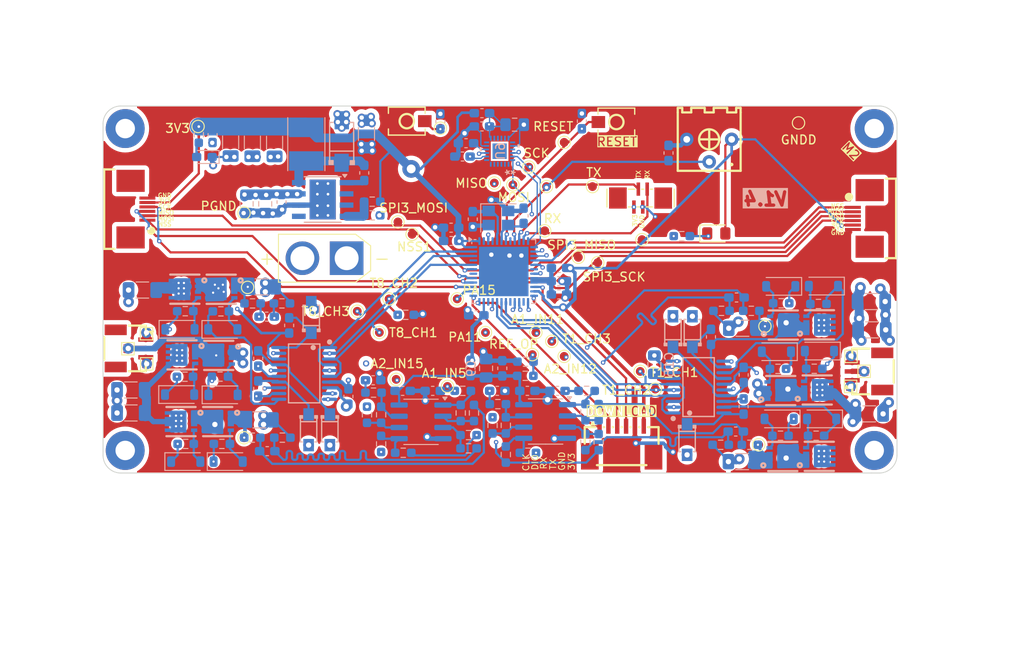
<source format=kicad_pcb>
(kicad_pcb (version 20240108) (generator "pcbnew") (generator_version "8.0")
  (layers (0 "F.Cu" signal) (1 "In1.Cu" signal) (2 "In2.Cu" signal) (31 "B.Cu" signal) (34 "B.Paste" user) (35 "F.Paste" user) (36 "B.SilkS" user "B.Silkscreen") (37 "F.SilkS" user "F.Silkscreen") (38 "B.Mask" user) (39 "F.Mask" user) (44 "Edge.Cuts" user))
  (net 0 "")
  (net 1 "GNDPWR")
  (net 2 "GNDD")
  (net 3 "+3V3")
  (net 4 "+BATT")
  (net 5 "/YI")
  (net 6 "/YO")
  (net 7 "Net-(D9-A)")
  (net 8 "/SWDIO")
  (net 9 "/USART3_TX")
  (net 10 "/SWCLK")
  (net 11 "/USART3_RX")
  (net 12 "Net-(Q1-S-Pad1)")
  (net 13 "/TIM1_CH2")
  (net 14 "/TIM1_CH1")
  (net 15 "/TIM1_CH3")
  (net 16 "/TIM8_CH3")
  (net 17 "/TIM8_CH1")
  (net 18 "/SPI1_MISO")
  (net 19 "/TIM8_CH2")
  (net 20 "/SPI1_MOSI")
  (net 21 "/SPI1_SCK")
  (net 22 "Net-(Q8-S-Pad1)")
  (net 23 "Net-(U9-VDD)")
  (net 24 "/NSS1")
  (net 25 "/NSS2")
  (net 26 "/ADC1_IN11")
  (net 27 "/ADC1_IN5")
  (net 28 "/inverter/2VS1")
  (net 29 "Net-(D2-K)")
  (net 30 "/inverter/2VS2")
  (net 31 "Net-(D3-K)")
  (net 32 "Net-(D4-K)")
  (net 33 "/inverter/2VS3")
  (net 34 "/inverter/1VS1")
  (net 35 "Net-(D7-K)")
  (net 36 "Net-(D10-K)")
  (net 37 "/inverter/1VS2")
  (net 38 "Net-(D11-K)")
  (net 39 "/inverter/1VS3")
  (net 40 "Net-(U9-REGOUT)")
  (net 45 "/inverter/1HO1")
  (net 46 "Net-(D5-A)")
  (net 47 "/inverter/1LO1")
  (net 48 "Net-(D6-A)")
  (net 49 "/inverter/1HO2")
  (net 50 "/inverter/1LO2")
  (net 51 "/inverter/1HO3")
  (net 52 "/inverter/1LO3")
  (net 53 "Net-(D16-A)")
  (net 54 "/inverter/2HO1")
  (net 55 "Net-(D17-A)")
  (net 56 "Net-(D18-A)")
  (net 57 "/inverter/2HO2")
  (net 58 "Net-(D19-A)")
  (net 59 "Net-(D20-A)")
  (net 60 "/inverter/2HO3")
  (net 61 "Net-(D21-A)")
  (net 62 "/inverter/2LO3")
  (net 63 "/inverter/2LO2")
  (net 64 "/inverter/2LO1")
  (net 67 "VDDA")
  (net 71 "/USART2_TX")
  (net 72 "/USART2_RX")
  (net 74 "/ADC2_IN12")
  (net 75 "/SPI3_MOSI")
  (net 77 "/SPI3_MISO")
  (net 78 "/RESET")
  (net 79 "Net-(D22-A)")
  (net 80 "Net-(D23-A)")
  (net 81 "Net-(D24-A)")
  (net 82 "/OP_VCC")
  (net 84 "/VREF_OP")
  (net 85 "/ADC2_IN15")
  (net 86 "Net-(Q12-S-Pad1)")
  (net 87 "Net-(Q16-S-Pad1)")
  (net 88 "/1CS1-")
  (net 89 "/1CS1+")
  (net 90 "/1CS2+")
  (net 91 "/1CS2-")
  (net 92 "/2CS1-")
  (net 93 "/2CS1+")
  (net 94 "/2CS2-")
  (net 95 "/2CS2+")
  (net 96 "/SPI3_SCK")
  (net 97 "Net-(U6A--)")
  (net 98 "Net-(U7A--)")
  (net 99 "Net-(U6A-+)")
  (net 100 "Net-(U7A-+)")
  (net 101 "Net-(R34-Pad2)")
  (net 102 "Net-(R36-Pad2)")
  (net 103 "Net-(U6B--)")
  (net 104 "Net-(U7B--)")
  (net 105 "Net-(U6B-+)")
  (net 106 "Net-(U7B-+)")
  (net 107 "Net-(R48-Pad2)")
  (net 108 "Net-(R51-Pad2)")
  (net 109 "Net-(D1-K)")
  (net 110 "Net-(U3-BOOT)")
  (net 111 "Net-(D8-A)")
  (net 112 "Net-(U3-VSENSE)")
  (net 116 "Net-(U5-PA11)")
  (net 117 "Net-(D12-K)")
  (net 118 "/LED")
  (net 119 "/KEY")
  (net 126 "/SPI1_CS")
  (net 141 "/ADC1_IN2")
  (net 142 "Net-(U5-PA15)")
  (footprint "TestPoint:TestPoint_Pad_D1.0mm" (layer "F.Cu") (at 93.2 60.7)
    (property "Reference" "TP13" (hide yes))
    (property "Value" "TestPoint")
  )
  (footprint "balancerDriver:CONN-SMD_6P-P1.00_MEGASTAR_ZX-SH1.0-6PWT" (layer "F.Cu") (at 91.1 68.6)
    (property "Reference" "J2" (hide yes))
    (property "Value" "Conn_01x06")
  )
  (footprint "balancerDriver:RES-ADJ-TH_3362P" (layer "F.Cu") (at 101 35.73 180)
    (property "Reference" "RV1" (hide yes))
    (property "Value" "R_Potentiometer")
  )
  (footprint "TestPoint:TestPoint_Pad_1.0x1.0mm" (layer "F.Cu") (at 37.3865 59.8435)
    (property "Reference" "TP1" (hide yes))
    (property "Value" "TestPoint")
  )
  (footprint "TestPoint:TestPoint_Pad_D1.0mm" (layer "F.Cu") (at 82.6 39.8)
    (property "Reference" "TP37" (hide yes))
    (property "Value" "TestPoint")
  )
  (footprint "balancerDriver:CONN-SMD_3P-P1.00_BX-SH1.0-3PWT" (layer "F.Cu") (at 118.8715 60.7035 90)
    (property "Reference" "CN2" (hide yes))
    (property "Value" "MR30PW-F")
  )
  (footprint "balancerDriver:FPC-SMD_4P-L7.5-W2.0-P0.50" (layer "F.Cu") (at 93.237 41.099 90)
    (property "Reference" "P1" (hide yes))
    (property "Value" "FPC_0.5MM_4P_Vertical_mounting_type_H2.0mm")
  )
  (footprint "TestPoint:TestPoint_Pad_D1.0mm" (layer "F.Cu") (at 72.5 52.5)
    (property "Reference" "TP10" (hide yes))
    (property "Value" "TestPoint")
  )
  (footprint "TestPoint:TestPoint_Pad_D1.0mm" (layer "F.Cu") (at 84.6 34.8)
    (property "Reference" "TP39" (hide yes))
    (property "Value" "TestPoint")
  )
  (footprint "TestPoint:TestPoint_Pad_D1.0mm" (layer "F.Cu") (at 71.4 62.4)
    (property "Reference" "TP17" (hide yes))
    (property "Value" "TestPoint")
  )
  (footprint "TestPoint:TestPoint_Pad_D1.0mm" (layer "F.Cu") (at 87.8 39.8)
    (property "Reference" "TP35" (hide yes))
    (property "Value" "TestPoint")
  )
  (footprint "TestPoint:TestPoint_Pad_D1.0mm" (layer "F.Cu") (at 48.8 51.2)
    (property "Reference" "TP27" (hide yes))
    (property "Value" "TestPoint")
  )
  (footprint "TestPoint:TestPoint_Pad_D1.0mm" (layer "F.Cu") (at 61.2 53.9)
    (property "Reference" "TP14" (hide yes))
    (property "Value" "TestPoint")
  )
  (footprint "balancerDriver:FPC-SMD_6P-P0.50_HC-FPC-0.5-6P-CSH20" (layer "F.Cu") (at 118.2 43.4 90)
    (property "Reference" "U4" (hide yes))
    (property "Value" "HC-FPC-0.5-6P-CSH20")
  )
  (footprint "TestPoint:TestPoint_Pad_1.0x1.0mm" (layer "F.Cu") (at 37.3665 56.4335)
    (property "Reference" "TP3" (hide yes))
    (property "Value" "TestPoint")
  )
  (footprint "TestPoint:TestPoint_Pad_D1.0mm" (layer "F.Cu") (at 67.4 45.2)
    (property "Reference" "TP32" (hide yes))
    (property "Value" "TestPoint")
  )
  (footprint "TestPoint:TestPoint_Pad_D1.0mm" (layer "F.Cu") (at 75.7 56.3)
    (property "Reference" "TP7" (hide yes))
    (property "Value" "TestPoint")
  )
  (footprint "TestPoint:TestPoint_Pad_D1.0mm" (layer "F.Cu") (at 82.4 44.8)
    (property "Reference" "TP34" (hide yes))
    (property "Value" "TestPoint")
  )
  (footprint "TestPoint:TestPoint_Pad_D1.0mm" (layer "F.Cu") (at 81.4 56.3)
    (property "Reference" "TP19" (hide yes))
    (property "Value" "TestPoint")
  )
  (footprint "" (layer "F.Cu") (at 34.96 33.24)
    (property "Reference" "")
    (property "Value" "")
  )
  (footprint "LED_SMD:LED_0805_2012Metric_Pad1.15x1.40mm_HandSolder" (layer "F.Cu") (at 101.8 45.1)
    (property "Reference" "D12" (hide yes))
    (property "Value" "LED")
  )
  (footprint "TestPoint:TestPoint_Pad_D1.0mm" (layer "F.Cu") (at 106.6 69)
    (property "Reference" "TP9" (hide yes))
    (property "Value" "TestPoint")
  )
  (footprint "TestPoint:TestPoint_Pad_D1.0mm" (layer "F.Cu") (at 48.4 42.8)
    (property "Reference" "TP21" (hide yes))
    (property "Value" "TestPoint")
  )
  (footprint "" (layer "F.Cu") (at 119.66 33.24)
    (property "Reference" "")
    (property "Value" "")
  )
  (footprint "TestPoint:TestPoint_Pad_1.0x1.0mm" (layer "F.Cu") (at 118.52 60.69)
    (property "Reference" "TP5" (hide yes))
    (property "Value" "TestPoint")
  )
  (footprint "TestPoint:TestPoint_Pad_1.0x1.0mm" (layer "F.Cu") (at 35.2665 58.1335)
    (property "Reference" "TP2" (hide yes))
    (property "Value" "TestPoint")
  )
  (footprint "TestPoint:TestPoint_Pad_D1.0mm" (layer "F.Cu") (at 43.2 33)
    (property "Reference" "TP20" (hide yes))
    (property "Value" "TestPoint")
  )
  (footprint "TestPoint:TestPoint_Pad_D1.0mm" (layer "F.Cu") (at 86.2 47.8)
    (property "Reference" "TP30" (hide yes))
    (property "Value" "TestPoint")
  )
  (footprint "balancerDriver:SW-SMD_L4.0-W2.9-LS5.0" (layer "F.Cu") (at 90.5 32.5)
    (property "Reference" "SW1" (hide yes))
    (property "Value" "SW_Push")
  )
  (footprint "TestPoint:TestPoint_Pad_D1.0mm" (layer "F.Cu") (at 76.7 39.4)
    (property "Reference" "TP24" (hide yes))
    (property "Value" "TestPoint")
  )
  (footprint "TestPoint:TestPoint_Pad_D1.0mm" (layer "F.Cu") (at 64.8 52.5)
    (property "Reference" "TP15" (hide yes))
    (property "Value" "TestPoint")
  )
  (footprint "TestPoint:TestPoint_Pad_D1.0mm" (layer "F.Cu") (at 93.4 45.8)
    (property "Reference" "TP33" (hide yes))
    (property "Value" "TestPoint")
  )
  (footprint "TestPoint:TestPoint_Pad_D1.0mm" (layer "F.Cu") (at 65.8 43.8)
    (property "Reference" "TP29" (hide yes))
    (property "Value" "TestPoint")
  )
  (footprint "balancerDriver:SW-SMD_L4.0-W2.9-LS5.0" (layer "F.Cu") (at 66.8 32.4 180)
    (property "Reference" "SW2" (hide yes))
    (property "Value" "SW_Push")
  )
  (footprint "TestPoint:TestPoint_Pad_D1.0mm" (layer "F.Cu") (at 63.7 56.3)
    (property "Reference" "TP16" (hide yes))
    (property "Value" "TestPoint")
  )
  (footprint "TestPoint:TestPoint_Pad_D1.0mm" (layer "F.Cu") (at 94.9 62.7)
    (property "Reference" "TP12" (hide yes))
    (property "Value" "TestPoint")
  )
  (footprint "TestPoint:TestPoint_Pad_D1.0mm" (layer "F.Cu") (at 107.3 55.6)
    (property "Reference" "TP26" (hide yes))
    (property "Value" "TestPoint")
  )
  (footprint "TestPoint:TestPoint_Pad_D1.0mm" (layer "F.Cu") (at 65.6 61.6)
    (property "Reference" "TP8" (hide yes))
    (property "Value" "TestPoint")
  )
  (footprint "TestPoint:TestPoint_Pad_D1.0mm" (layer "F.Cu") (at 84.6 59)
    (property "Reference" "TP18" (hide yes))
    (property "Value" "TestPoint")
  )
  (footprint "TestPoint:TestPoint_Pad_D1.0mm" (layer "F.Cu") (at 48.4 68.2)
    (property "Reference" "TP28" (hide yes))
    (property "Value" "TestPoint")
  )
  (footprint "Connector_AMASS:AMASS_XT30U-M_1x02_P5.0mm_Vertical" (layer "F.Cu") (at 60 47.9 180)
    (property "Reference" "J1" (hide yes))
    (property "Value" "Conn_01x02")
  )
  (footprint "TestPoint:TestPoint_Pad_D1.0mm" (layer "F.Cu") (at 83.2 57.3)
    (property "Reference" "TP11" (hide yes))
    (property "Value" "TestPoint")
  )
  (footprint "TestPoint:TestPoint_Pad_1.0x1.0mm" (layer "F.Cu") (at 117.04 59)
    (property "Reference" "TP4" (hide yes))
    (property "Value" "TestPoint")
  )
  (footprint "balancerDriver:CONN-SMD_3P-P1.00_BX-SH1.0-3PWT" (layer "F.Cu") (at 35.585 58.1 -90)
    (property "Reference" "CN1" (hide yes))
    (property "Value" "MR30PW-F")
  )
  (footprint "" (layer "F.Cu") (at 119.66 69.64)
    (property "Reference" "")
    (property "Value" "")
  )
  (footprint "TestPoint:TestPoint_Pad_D1.0mm" (layer "F.Cu") (at 78.8 39.6)
    (property "Reference" "TP25" (hide yes))
    (property "Value" "TestPoint")
  )
  (footprint "TestPoint:TestPoint_Pad_D1.0mm" (layer "F.Cu") (at 70.6 33.2)
    (property "Reference" "TP38" (hide yes))
    (property "Value" "TestPoint")
  )
  (footprint "balancerDriver:FPC-SMD_6P-P0.50_HC-FPC-0.5-6P-CSH20" (layer "F.Cu") (at 36.517 42.35 -90)
    (property "Reference" "U10" (hide yes))
    (property "Value" "HC-FPC-0.5-6P-CSH20")
  )
  (footprint "TestPoint:TestPoint_Pad_D1.0mm" (layer "F.Cu") (at 88.4 48.4)
    (property "Reference" "TP31" (hide yes))
    (property "Value" "TestPoint")
  )
  (footprint "TestPoint:TestPoint_Pad_D1.0mm" (layer "F.Cu") (at 80.6 37.6)
    (property "Reference" "TP23" (hide yes))
    (property "Value" "TestPoint")
  )
  (footprint "TestPoint:TestPoint_Pad_D1.0mm" (layer "F.Cu") (at 111.1 32.6)
    (property "Reference" "TP22" (hide yes))
    (property "Value" "TestPoint")
  )
  (footprint "TestPoint:TestPoint_Pad_1.0x1.0mm" (layer "F.Cu") (at 116.99 62.4)
    (property "Reference" "TP6" (hide yes))
    (property "Value" "TestPoint")
  )
  (footprint "" (layer "F.Cu") (at 34.96 69.64)
    (property "Reference" "")
    (property "Value" "")
  )
  (footprint "TestPoint:TestPoint_Pad_D1.0mm" (layer "F.Cu") (at 81 58.8)
    (property "Reference" "TP36" (hide yes))
    (property "Value" "TestPoint")
  )
  (footprint "Resistor_SMD:R_0603_1608Metric_Pad0.98x0.95mm_HandSolder" (layer "B.Cu") (at 88.5 65.3125 90)
    (property "Reference" "R20" (hide yes))
    (property "Value" "1k")
  )
  (footprint "Capacitor_SMD:C_0805_2012Metric_Pad1.18x1.45mm_HandSolder" (layer "B.Cu") (at 75.7675 60.35 -90)
    (property "Reference" "C9")
    (property "Value" "4.7u")
  )
  (footprint "Resistor_SMD:R_0603_1608Metric_Pad0.98x0.95mm_HandSolder" (layer "B.Cu") (at 62.891 43.054)
    (property "Reference" "R2" (hide yes))
    (property "Value" "5.9k")
  )
  (footprint "Resistor_SMD:R_0603_1608Metric_Pad0.98x0.95mm_HandSolder" (layer "B.Cu") (at 52.73 68.19 180)
    (property "Reference" "R23" (hide yes))
    (property "Value" "100R")
  )
  (footprint "Resistor_SMD:R_0603_1608Metric_Pad0.98x0.95mm_HandSolder" (layer "B.Cu") (at 43.281 33.929 -90)
    (property "Reference" "R3" (hide yes))
    (property "Value" "4.7k")
  )
  (footprint "Capacitor_SMD:C_1206_3216Metric_Pad1.33x1.80mm_HandSolder" (layer "B.Cu") (at 49.341 34.804 90)
    (property "Reference" "C6" (hide yes))
    (property "Value" "47u")
  )
  (footprint "balancerDriver:SOD-123FL_L2.7-W1.8-LS3.8-RD" (layer "B.Cu") (at 98.5 68.4 -90)
    (property "Reference" "D2" (hide yes))
    (property "Value" "DSK34")
  )
  (footprint "Capacitor_SMD:C_0603_1608Metric_Pad1.08x0.95mm_HandSolder" (layer "B.Cu") (at 74.6625 54.35 180)
    (property "Reference" "C18" (hide yes))
    (property "Value" "100n")
  )
  (footprint "Resistor_SMD:R_0603_1608Metric_Pad0.98x0.95mm_HandSolder" (layer "B.Cu") (at 41.8025 68.9)
    (property "Reference" "R8" (hide yes))
    (property "Value" "10R")
  )
  (footprint "balancerDriver:POWERTDFN-8_L3.1-W3.1-P0.65-LS3.3-BL" (layer "B.Cu") (at 113.4675 55.429476 90)
    (property "Reference" "Q11" (hide yes))
    (property "Value" "EMB09N03V")
  )
  (footprint "Resistor_SMD:R_0603_1608Metric_Pad0.98x0.95mm_HandSolder" (layer "B.Cu") (at 113.3525 53.071476 180)
    (property "Reference" "R17" (hide yes))
    (property "Value" "10R")
  )
  (footprint "Capacitor_SMD:C_0603_1608Metric_Pad1.08x0.95mm_HandSolder" (layer "B.Cu") (at 61.991 38.254 90)
    (property "Reference" "C4" (hide yes))
    (property "Value" "10n")
  )
  (footprint "Capacitor_SMD:C_0603_1608Metric_Pad1.08x0.95mm_HandSolder" (layer "B.Cu") (at 77.0375 62.9 180)
    (property "Reference" "C41" (hide yes))
    (property "Value" "2.2n")
  )
  (footprint "balancerDriver:POWERTDFN-8_L3.1-W3.1-P0.65-LS3.3-BL" (layer "B.Cu") (at 113.215 62.8 90)
    (property "Reference" "Q9" (hide yes))
    (property "Value" "EMB09N03V")
  )
  (footprint "Capacitor_SMD:C_0603_1608Metric_Pad1.08x0.95mm_HandSolder" (layer "B.Cu") (at 53.5 55.5 -90)
    (property "Reference" "C29" (hide yes))
    (property "Value" "100n")
  )
  (footprint "balancerDriver:POWERTDFN-8_L3.1-W3.1-P0.65-LS3.3-BL" (layer "B.Cu") (at 109.3175 70.321476 90)
    (property "Reference" "Q8" (hide yes))
    (property "Value" "EMB09N03V")
  )
  (footprint "Resistor_SMD:R_0603_1608Metric_Pad0.98x0.95mm_HandSolder" (layer "B.Cu") (at 41.72 61.3)
    (property "Reference" "R4" (hide yes))
    (property "Value" "10R")
  )
  (footprint "balancerDriver:POWERTDFN-8_L3.1-W3.1-P0.65-LS3.3-BL" (layer "B.Cu") (at 41.2685 66.375 -90)
    (property "Reference" "Q13" (hide yes))
    (property "Value" "EMB09N03V")
  )
  (footprint "Resistor_SMD:R_0603_1608Metric_Pad0.98x0.95mm_HandSolder" (layer "B.Cu") (at 45.78 53.91)
    (property "Reference" "R19" (hide yes))
    (property "Value" "10R")
  )
  (footprint "Diode_SMD:D_SOD-123" (layer "B.Cu") (at 46.0225 63.35)
    (property "Reference" "D22" (hide yes))
    (property "Value" "1N4148W")
  )
  (footprint "Capacitor_SMD:C_0603_1608Metric_Pad1.08x0.95mm_HandSolder" (layer "B.Cu") (at 80.0125 43.1 90)
    (property "Reference" "C68" (hide yes))
    (property "Value" "12p")
  )
  (footprint "Capacitor_SMD:C_0603_1608Metric_Pad1.08x0.95mm_HandSolder" (layer "B.Cu") (at 50.96 54.51 180)
    (property "Reference" "C35" (hide yes))
    (property "Value" "1n")
  )
  (footprint "Capacitor_SMD:C_0805_2012Metric_Pad1.18x1.45mm_HandSolder" (layer "B.Cu") (at 48.691 41.754 90)
    (property "Reference" "C2" (hide yes))
    (property "Value" "22u")
  )
  (footprint "Diode_SMD:D_SOD-123" (layer "B.Cu") (at 108.6 58.471476 180)
    (property "Reference" "D19" (hide yes))
    (property "Value" "1N4148W")
  )
  (footprint "Capacitor_SMD:C_0603_1608Metric_Pad1.08x0.95mm_HandSolder" (layer "B.Cu") (at 50 59.2375 -90)
    (property "Reference" "C30" (hide yes))
    (property "Value" "100n")
  )
  (footprint "Resistor_SMD:R_0603_1608Metric_Pad0.98x0.95mm_HandSolder" (layer "B.Cu") (at 87 68.6875 -90)
    (property "Reference" "R30" (hide yes))
    (property "Value" "1k")
  )
  (footprint "Resistor_SMD:R_0603_1608Metric_Pad0.98x0.95mm_HandSolder" (layer "B.Cu") (at 73.1375 62.9 180)
    (property "Reference" "R37" (hide yes))
    (property "Value" "100R")
  )
  (footprint "Capacitor_SMD:C_0603_1608Metric_Pad1.08x0.95mm_HandSolder" (layer "B.Cu") (at 44.841 33.954 90)
    (property "Reference" "C50" (hide yes))
    (property "Value" "100n")
  )
  (footprint "balancerDriver:POWERTDFN-8_L3.1-W3.1-P0.65-LS3.3-BL" (layer "B.Cu") (at 45.535 58.89 -90)
    (property "Reference" "Q14" (hide yes))
    (property "Value" "EMB09N03V")
  )
  (footprint "Capacitor_SMD:C_0603_1608Metric_Pad1.08x0.95mm_HandSolder" (layer "B.Cu") (at 63 61.7 180)
    (property "Reference" "C42" (hide yes))
    (property "Value" "2.2n")
  )
  (footprint "Package_SO:SOIC-8_3.9x4.9mm_P1.27mm" (layer "B.Cu") (at 82.5 66.365 180)
    (property "Reference" "U6" (hide yes))
    (property "Value" "TLV9062xD")
  )
  (footprint "Resistor_SMD:R_0603_1608Metric_Pad0.98x0.95mm_HandSolder" (layer "B.Cu") (at 78 70.1 -90)
    (property "Reference" "R45" (hide yes))
    (property "Value" "10k")
  )
  (footprint "Capacitor_SMD:C_1206_3216Metric_Pad1.33x1.80mm_HandSolder" (layer "B.Cu") (at 119.1 65.5 180)
    (property "Reference" "C33" (hide yes))
    (property "Value" "47u")
  )
  (footprint "balancerDriver:POWERTDFN-8_L3.1-W3.1-P0.65-LS3.3-BL" (layer "B.Cu") (at 41.705 51.400714 -90)
    (property "Reference" "Q15" (hide yes))
    (property "Value" "EMB09N03V")
  )
  (footprint "balancerDriver:POWERTDFN-8_L3.1-W3.1-P0.65-LS3.3-BL" (layer "B.Cu") (at 45.4175 66.375 -90)
    (property "Reference" "Q1" (hide yes))
    (property "Value" "EMB09N03V")
  )
  (footprint "Capacitor_SMD:C_0603_1608Metric_Pad1.08x0.95mm_HandSolder" (layer "B.Cu") (at 69.7375 62.9)
    (property "Reference" "C27" (hide yes))
    (property "Value" "2.2n")
  )
  (footprint "balancerDriver:QFN24_3X3X0P9_IVS-L" (layer "B.Cu") (at 77.3 35.800001 90)
    (property "Reference" "U9")
    (property "Value" "MPU6500")
  )
  (footprint "Package_SO:SOIC-8_3.9x4.9mm_P1.27mm" (layer "B.Cu") (at 68.4125 66.405 180)
    (property "Reference" "U7" (hide yes))
    (property "Value" "TLV9062xD")
  )
  (footprint "Package_DFN_QFN:QFN-48-1EP_7x7mm_P0.5mm_EP5.6x5.6mm" (layer "B.Cu") (at 77.7625 49.4 -90)
    (property "Reference" "U5" (hide yes))
    (property "Value" "STM32G431CBUx")
  )
  (footprint "Capacitor_SMD:C_1206_3216Metric_Pad1.33x1.80mm_HandSolder" (layer "B.Cu") (at 35.6 65.4)
    (property "Reference" "C51" (hide yes))
    (property "Value" "47u")
  )
  (footprint "Resistor_SMD:R_0603_1608Metric_Pad0.98x0.95mm_HandSolder" (layer "B.Cu") (at 74.4 65.4 90)
    (property "Reference" "R21" (hide yes))
    (property "Value" "1k")
  )
  (footprint "Resistor_SMD:R_0603_1608Metric_Pad0.98x0.95mm_HandSolder" (layer "B.Cu") (at 49.33 68.19)
    (property "Reference" "R22" (hide yes))
    (property "Value" "100R")
  )
  (footprint "Resistor_SMD:R_1206_3216Metric_Pad1.30x1.75mm_HandSolder" (layer "B.Cu") (at 104.7215 70.9)
    (property "Reference" "R11" (hide yes))
    (property "Value" "10mR")
  )
  (footprint "LED_SMD:LED_0603_1608Metric_Pad1.05x0.95mm_HandSolder" (layer "B.Cu") (at 43.916 36.454 180)
    (property "Reference" "D8" (hide yes))
    (property "Value" "LED")
  )
  (footprint "Resistor_SMD:R_0603_1608Metric_Pad0.98x0.95mm_HandSolder" (layer "B.Cu") (at 80.5 69.9)
    (property "Reference" "R44" (hide yes))
    (property "Value" "1k")
  )
  (footprint "Resistor_SMD:R_0603_1608Metric_Pad0.98x0.95mm_HandSolder" (layer "B.Cu") (at 77.1 64.4 180)
    (property "Reference" "R50" (hide yes))
    (property "Value" "100R")
  )
  (footprint "Resistor_SMD:R_0603_1608Metric_Pad0.98x0.95mm_HandSolder" (layer "B.Cu") (at 102.3925 53.851476)
    (property "Reference" "R29" (hide yes))
    (property "Value" "100R")
  )
  (footprint "Capacitor_SMD:C_1206_3216Metric_Pad1.33x1.80mm_HandSolder" (layer "B.Cu") (at 119.3375 52.8 180)
    (property "Reference" "C12" (hide yes))
    (property "Value" "47u")
  )
  (footprint "Resistor_SMD:R_0603_1608Metric_Pad0.98x0.95mm_HandSolder" (layer "B.Cu") (at 49.36 53.01)
    (property "Reference" "R24" (hide yes))
    (property "Value" "100R")
  )
  (footprint "Capacitor_SMD:C_1206_3216Metric_Pad1.33x1.80mm_HandSolder" (layer "B.Cu") (at 119.4 56 180)
    (property "Reference" "C14" (hide yes))
    (property "Value" "47u")
  )
  (footprint "Capacitor_SMD:C_0603_1608Metric_Pad1.08x0.95mm_HandSolder" (layer "B.Cu") (at 77.6 60.35 -90)
    (property "Reference" "C10" (hide yes))
    (property "Value" "100n")
  )
  (footprint "Resistor_SMD:R_0603_1608Metric_Pad0.98x0.95mm_HandSolder" (layer "B.Cu") (at 45.89 68.9)
    (property "Reference" "R7" (hide yes))
    (property "Value" "10R")
  )
  (footprint "Capacitor_SMD:C_0603_1608Metric_Pad1.08x0.95mm_HandSolder" (layer "B.Cu") (at 74 60.3125 90)
    (property "Reference" "FB3" (hide yes))
    (property "Value" "FerriteBead")
  )
  (footprint "Capacitor_SMD:C_0603_1608Metric_Pad1.08x0.95mm_HandSolder" (layer "B.Cu") (at 70.6 32.4375 90)
    (property "Reference" "C52" (hide yes))
    (property "Value" "100n")
  )
  (footprint "balancerDriver:SMA_L4.3-W2.6-LS5.0-RD" (layer "B.Cu") (at 59.441 34.704 90)
    (property "Reference" "D1" (hide yes))
    (property "Value" "1N5712UR")
  )
  (footprint "Resistor_SMD:R_1206_3216Metric_Pad1.30x1.75mm_HandSolder" (layer "B.Cu") (at 62.241 33.854 -90)
    (property "Reference" "FB2" (hide yes))
    (property "Value" "FerriteBead")
  )
  (footprint "Resistor_SMD:R_0603_1608Metric_Pad0.98x0.95mm_HandSolder" (layer "B.Cu") (at 45.68 61.29)
    (property "Reference" "R5" (hide yes))
    (property "Value" "10R")
  )
  (footprint "Capacitor_SMD:C_0603_1608Metric_Pad1.08x0.95mm_HandSolder" (layer "B.Cu") (at 104.8925 64.670476 90)
    (property "Reference" "C16" (hide yes))
    (property "Value" "100n")
  )
  (footprint "balancerDriver:POWERTDFN-8_L3.1-W3.1-P0.65-LS3.3-BL" (layer "B.Cu") (at 113.4465 70.306476 90)
    (property "Reference" "Q7" (hide yes))
    (property "Value" "EMB09N03V")
  )
  (footprint "Capacitor_SMD:C_1206_3216Metric_Pad1.33x1.80mm_HandSolder" (layer "B.Cu") (at 35.6 62.8)
    (property "Reference" "C34" (hide yes))
    (property "Value" "47u")
  )
  (footprint "Capacitor_SMD:C_0603_1608Metric_Pad1.08x0.95mm_HandSolder" (layer "B.Cu") (at 71.825 45.95 180)
    (property "Reference" "C19" (hide yes))
    (property "Value" "100n")
  )
  (footprint "balancerDriver:POWERTDFN-8_L3.1-W3.1-P0.65-LS3.3-BL" (layer "B.Cu") (at 109.3775 55.456476 90)
    (property "Reference" "Q12" (hide yes))
    (property "Value" "EMB09N03V")
  )
  (footprint "Resistor_SMD:R_0603_1608Metric_Pad0.98x0.95mm_HandSolder" (layer "B.Cu") (at 109.14 52.991476 180)
    (property "Reference" "R18" (hide yes))
    (property "Value" "10R")
  )
  (footprint "Capacitor_SMD:C_0603_1608Metric_Pad1.08x0.95mm_HandSolder" (layer "B.Cu") (at 101.2 56.8 -90)
    (property "Reference" "C26" (hide yes))
    (property "Value" "100n")
  )
  (footprint "Capacitor_SMD:C_0603_1608Metric_Pad1.08x0.95mm_HandSolder" (layer "B.Cu") (at 66.3375 62.9 180)
    (property "Reference" "C46" (hide yes))
    (property "Value" "100n")
  )
  (footprint "Resistor_SMD:R_0603_1608Metric_Pad0.98x0.95mm_HandSolder" (layer "B.Cu") (at 105.6 69 180)
    (property "Reference" "R26" (hide yes))
    (property "Value" "100R")
  )
  (footprint "Resistor_SMD:R_0603_1608Metric_Pad0.98x0.95mm_HandSolder" (layer "B.Cu") (at 78 66.8 90)
    (property "Reference" "R48" (hide yes))
    (property "Value" "10k")
  )
  (footprint "Capacitor_SMD:C_0603_1608Metric_Pad1.08x0.95mm_HandSolder" (layer "B.Cu") (at 80.4375 62.9 180)
    (property "Reference" "C45" (hide yes))
    (property "Value" "100n")
  )
  (footprint "Resistor_SMD:R_0603_1608Metric_Pad0.98x0.95mm_HandSolder" (layer "B.Cu") (at 88.5 68.6875 -90)
    (property "Reference" "R31" (hide yes))
    (property "Value" "10k")
  )
  (footprint "Resistor_SMD:R_0603_1608Metric_Pad0.98x0.95mm_HandSolder" (layer "B.Cu") (at 109.0615 67.971476 180)
    (property "Reference" "R14" (hide yes))
    (property "Value" "10R")
  )
  (footprint "Capacitor_SMD:C_0805_2012Metric_Pad1.18x1.45mm_HandSolder" (layer "B.Cu") (at 79 32.8)
    (property "Reference" "C23" (hide yes))
    (property "Value" "2.2u")
  )
  (footprint "Capacitor_SMD:C_1206_3216Metric_Pad1.33x1.80mm_HandSolder" (layer "B.Cu") (at 36.9 51.5)
    (property "Reference" "C49" (hide yes))
    (property "Value" "47u")
  )
  (footprint "balancerDriver:SOD-123FL_L2.7-W1.8-LS3.8-RD" (layer "B.Cu") (at 56 54.6 90)
    (property "Reference" "D7" (hide yes))
    (property "Value" "DSK34")
  )
  (footprint "Capacitor_SMD:C_1206_3216Metric_Pad1.33x1.80mm_HandSolder" (layer "B.Cu") (at 46.881 34.784 90)
    (property "Reference" "C7" (hide yes))
    (property "Value" "47u")
  )
  (footprint "Resistor_SMD:R_0603_1608Metric_Pad0.98x0.95mm_HandSolder" (layer "B.Cu") (at 97.9 45.4)
    (property "Reference" "R53" (hide yes))
    (property "Value" "4.7k")
  )
  (footprint "balancerDriver:SOD-123FL_L2.7-W1.8-LS3.8-RD" (layer "B.Cu") (at 96.9 56.2 90)
    (property "Reference" "D3" (hide yes))
    (property "Value" "DSK34")
  )
  (footprint "Resistor_SMD:R_1206_3216Metric_Pad1.30x1.75mm_HandSolder" (layer "B.Cu") (at 50.13 66.18 180)
    (property "Reference" "R9" (hide yes))
    (property "Value" "10mR")
  )
  (footprint "Capacitor_SMD:C_0603_1608Metric_Pad1.08x0.95mm_HandSolder" (layer "B.Cu") (at 84 50.5)
    (property "Reference" "C17" (hide yes))
    (property "Value" "100n")
  )
  (footprint "Diode_SMD:D_SOD-123" (layer "B.Cu") (at 113.92 51.051476 180)
    (property "Reference" "D20" (hide yes))
    (property "Value" "1N4148W")
  )
  (footprint "Capacitor_SMD:C_0603_1608Metric_Pad1.08x0.95mm_HandSolder" (layer "B.Cu") (at 73.5 34.895001 180)
    (property "Reference" "C22" (hide yes))
    (property "Value" "100n")
  )
  (footprint "Capacitor_SMD:C_0603_1608Metric_Pad1.08x0.95mm_HandSolder" (layer "B.Cu") (at 71.8125 44.45 180)
    (property "Reference" "C20" (hide yes))
    (property "Value" "100n")
  )
  (footprint "Resistor_SMD:R_0603_1608Metric_Pad0.98x0.95mm_HandSolder" (layer "B.Cu") (at 63.9 65.6 90)
    (property "Reference" "R51" (hide yes))
    (property "Value" "10k")
  )
  (footprint "balancerDriver:POWERTDFN-8_L3.1-W3.1-P0.65-LS3.3-BL" (layer "B.Cu") (at 45.814 51.41 -90)
    (property "Reference" "Q16" (hide yes))
    (property "Value" "EMB09N03V")
  )
  (footprint "Inductor_SMD:L_Taiyo-Yuden_NR-40xx_HandSoldering" (layer "B.Cu") (at 55.441 35.004 90)
    (property "Reference" "L1" (hide yes))
    (property "Value" "10u")
  )
  (footprint "Resistor_SMD:R_0603_1608Metric_Pad0.98x0.95mm_HandSolder" (layer "B.Cu") (at 73.7875 69.4)
    (property "Reference" "R32" (hide yes))
    (property "Value" "1k")
  )
  (footprint "Resistor_SMD:R_0603_1608Metric_Pad0.98x0.95mm_HandSolder" (layer "B.Cu") (at 73.7875 67.9)
    (property "Reference" "R33" (hide yes))
    (property "Value" "10k")
  )
  (footprint "Capacitor_SMD:C_0603_1608Metric_Pad1.08x0.95mm_HandSolder" (layer "B.Cu") (at 74.2625 43.49 -90)
    (property "Reference" "C67" (hide yes))
    (property "Value" "12p")
  )
  (footprint "Diode_SMD:D_SOD-123" (layer "B.Cu") (at 108.909 66.071476 180)
    (property "Reference" "D17" (hide yes))
    (property "Value" "1N4148W")
  )
  (footprint "balancerDriver:eg2133" (layer "B.Cu") (at 99.8 62.4715 90)
    (property "Reference" "U1" (hide yes))
    (property "Value" "EG2133")
  )
  (footprint "Capacitor_SMD:C_0603_1608Metric_Pad1.08x0.95mm_HandSolder" (layer "B.Cu") (at 83.8375 62.9)
    (property "Reference" "C11" (hide yes))
    (property "Value" "2.2n")
  )
  (footprint "Capacitor_SMD:C_0805_2012Metric_Pad1.18x1.45mm_HandSolder" (layer "B.Cu") (at 50.791 41.754 90)
    (property "Reference" "C1" (hide yes))
    (property "Value" "22u")
  )
  (footprint "balancerDriver:SOD-123FL_L2.7-W1.8-LS3.8-RD" (layer "B.Cu") (at 58.1 67.3 -90)
    (property "Reference" "D10" (hide yes))
    (property "Value" "DSK34")
  )
  (footprint "Resistor_SMD:R_0603_1608Metric_Pad0.98x0.95mm_HandSolder" (layer "B.Cu") (at 41.75 53.89)
    (property "Reference" "R6" (hide yes))
    (property "Value" "10R")
  )
  (footprint "Resistor_SMD:R_0603_1608Metric_Pad0.98x0.95mm_HandSolder" (layer "B.Cu") (at 66.4 69.9)
    (property "Reference" "R47" (hide yes))
    (property "Value" "10k")
  )
  (footprint "Capacitor_SMD:C_0603_1608Metric_Pad1.08x0.95mm_HandSolder" (layer "B.Cu") (at 84.0125 49 180)
    (property "Reference" "FB4" (hide yes))
    (property "Value" "FerriteBead")
  )
  (footprint "Resistor_SMD:R_0603_1608Metric_Pad0.98x0.95mm_HandSolder" (layer "B.Cu") (at 62.891 41.504 180)
    (property "Reference" "R1" (hide yes))
    (property "Value" "10k")
  )
  (footprint "Resistor_SMD:R_1206_3216Metric_Pad1.30x1.75mm_HandSolder" (layer "B.Cu") (at 50.37 51.14 180)
    (property "Reference" "R10" (hide yes))
    (property "Value" "10mR")
  )
  (footprint "Capacitor_SMD:C_0805_2012Metric_Pad1.18x1.45mm_HandSolder" (layer "B.Cu") (at 94.8 59.9375 90)
    (property "Reference" "C15")
    (property "Value" "1u")
  )
  (footprint "Resistor_SMD:R_0603_1608Metric_Pad0.98x0.95mm_HandSolder" (layer "B.Cu") (at 80.2 61.2 180)
    (property "Reference" "R38" (hide yes))
    (property "Value" "1k")
  )
  (footprint "Diode_SMD:D_SOD-123" (layer "B.Cu") (at 113.7115 66.071476 180)
    (property "Reference" "D16" (hide yes))
    (property "Value" "1N4148W")
  )
  (footprint "Crystal:Crystal_SMD_SeikoEpson_FA238-4Pin_3.2x2.5mm" (layer "B.Cu") (at 77.1625 43.35)
    (property "Reference" "Y1" (hide yes))
    (property "Value" "25MHz")
  )
  (footprint "Resistor_SMD:R_0603_1608Metric_Pad0.98x0.95mm_HandSolder" (layer "B.Cu") (at 63.9 68.9 -90)
    (property "Reference" "R46" (hide yes))
    (property "Value" "1k")
  )
  (footprint "balancerDriver:SOD-123FL_L2.7-W1.8-LS3.8-RD" (layer "B.Cu") (at 99.1 56.2 90)
    (property "Reference" "D4" (hide yes))
    (property "Value" "DSK34")
  )
  (footprint "Resistor_SMD:R_0603_1608Metric_Pad0.98x0.95mm_HandSolder" (layer "B.Cu") (at 80.225 59.6)
    (property "Reference" "R39" (hide yes))
    (property "Value" "1k")
  )
  (footprint "Capacitor_SMD:C_0603_1608Metric_Pad1.08x0.95mm_HandSolder" (layer "B.Cu") (at 104 67.5)
    (property "Reference" "C36" (hide yes))
    (property "Value" "1n")
  )
  (footprint "Diode_SMD:D_SOD-123" (layer "B.Cu") (at 41.11 63.32)
    (property "Reference" "D9" (hide yes))
    (property "Value" "1N4148W")
  )
  (footprint "Capacitor_SMD:C_0603_1608Metric_Pad1.08x0.95mm_HandSolder" (layer "B.Cu") (at 84.0125 52)
    (property "Reference" "C8" (hide yes))
    (property "Value" "470n")
  )
  (footprint "Capacitor_SMD:C_0603_1608Metric_Pad1.08x0.95mm_HandSolder" (layer "B.Cu") (at 96.4 36 90)
    (property "Reference" "C38" (hide yes))
    (property "Value" "100n")
  )
  (footprint "Resistor_SMD:R_1206_3216Metric_Pad1.30x1.75mm_HandSolder" (layer "B.Cu") (at 104.7625 55.821476)
    (property "Reference" "R12" (hide yes))
    (property "Value" "10mR")
  )
  (footprint "balancerDriver:eg2133" (layer "B.Cu") (at 55.2 60.9285 -90)
    (property "Reference" "U2" (hide yes))
    (property "Value" "EG2133")
  )
  (footprint "Resistor_SMD:R_0603_1608Metric_Pad0.98x0.95mm_HandSolder" (layer "B.Cu") (at 76.5 66.8 90)
    (property "Reference" "R42" (hide yes))
    (property "Value" "1k")
  )
  (footprint "Package_SO:TI_SO-PowerPAD-8_ThermalVias" (layer "B.Cu") (at 57.291 41.259 180)
    (property "Reference" "U3" (hide yes))
    (property "Value" "TPS5430DDA")
  )
  (footprint "Capacitor_SMD:C_0603_1608Metric_Pad1.08x0.95mm_HandSolder" (layer "B.Cu") (at 60.2 63.5375 -90)
    (property "Reference" "C32" (hide yes))
    (property "Value" "1u")
  )
  (footprint "Resistor_SMD:R_0603_1608Metric_Pad0.98x0.95mm_HandSolder" (layer "B.Cu") (at 87 65.3 90)
    (property "Reference" "R34" (hide yes))
    (property "Value" "10k")
  )
  (footprint "balancerDriver:SOD-123FL_L2.7-W1.8-LS3.8-RD" (layer "B.Cu") (at 55.7 67.3 -90)
    (property "Reference" "D11" (hide yes))
    (property "Value" "DSK34")
  )
  (footprint "Diode_SMD:D_SOD-123" (layer "B.Cu") (at 113.4675 58.4 180)
    (property "Reference" "D18" (hide yes))
    (property "Value" "1N4148W")
  )
  (footprint "Diode_SMD:D_SOD-123" (layer "B.Cu") (at 41.1525 55.94)
    (property "Reference" "D23" (hide yes))
    (property "Value" "1N4148W")
  )
  (footprint "Resistor_SMD:R_0603_1608Metric_Pad0.98x0.95mm_HandSolder" (layer "B.Cu") (at 108.78 60.411476 180)
    (property "Reference" "R16" (hide yes))
    (property "Value" "10R")
  )
  (footprint "Diode_SMD:D_SOD-123" (layer "B.Cu") (at 46 55.95)
    (property "Reference" "D24" (hide yes))
    (property "Value" "1N4148W")
  )
  (footprint "Resistor_SMD:R_0603_1608Metric_Pad0.98x0.95mm_HandSolder" (layer "B.Cu") (at 63.0375 63.1 180)
    (property "Reference" "R52" (hide yes))
    (property "Value" "100R")
  )
  (footprint "balancerDriver:POWERTDFN-8_L3.1-W3.1-P0.65-LS3.3-BL" (layer "B.Cu") (at 109.085 62.866476 90)
    (property "Reference" "Q10" (hide yes))
    (property "Value" "EMB09N03V")
  )
  (footprint "Resistor_SMD:R_0603_1608Metric_Pad0.98x0.95mm_HandSolder" (layer "B.Cu") (at 52.68 53.01 180)
    (property "Reference" "R25" (hide yes))
    (property "Value" "100R")
  )
  (footprint "Capacitor_SMD:C_0603_1608Metric_Pad1.08x0.95mm_HandSolder" (layer "B.Cu") (at 73.1 36.4 180)
    (property "Reference" "C13" (hide yes))
    (property "Value" "10n")
  )
  (footprint "Capacitor_SMD:C_0603_1608Metric_Pad1.08x0.95mm_HandSolder" (layer "B.Cu") (at 86.6 32.4 90)
    (property "Reference" "C21" (hide yes))
    (property "Value" "100n")
  )
  (footprint "Diode_SMD:D_SOD-123" (layer "B.Cu") (at 109.09 51.081476 180)
    (property "Reference" "D21" (hide yes))
    (property "Value" "1N4148W")
  )
  (footprint "Resistor_SMD:R_0603_1608Metric_Pad0.98x0.95mm_HandSolder" (layer "B.Cu") (at 102.3 69)
    (property "Reference" "R27" (hide yes))
    (property "Value" "100R")
  )
  (footprint "Capacitor_SMD:C_0603_1608Metric_Pad1.08x0.95mm_HandSolder" (layer "B.Cu") (at 51.02 69.72 180)
    (property "Reference" "C28" (hide yes))
    (property "Value" "1n")
  )
  (footprint "Capacitor_SMD:C_0603_1608Metric_Pad1.08x0.95mm_HandSolder" (layer "B.Cu") (at 75.3 32.995001 180)
    (property "Reference" "C24" (hide yes))
    (property "Value" "100n")
  )
  (footprint "Diode_SMD:D_SOD-123" (layer "B.Cu") (at 41.8025 70.9)
    (property "Reference" "D5" (hide yes))
    (property "Value" "1N4148W")
  )
  (footprint "Capacitor_SMD:C_0603_1608Metric_Pad1.08x0.95mm_HandSolder" (layer "B.Cu") (at 104.9 61.1 90)
    (property "Reference" "C25" (hide yes))
    (property "Value" "100n")
  )
  (footprint "Capacitor_SMD:C_0603_1608Metric_Pad1.08x0.95mm_HandSolder" (layer "B.Cu") (at 52.641 41.554 90)
    (property "Reference" "C3" (hide yes))
    (property "Value" "100n")
  )
  (footprint "Resistor_SMD:R_0603_1608Metric_Pad0.98x0.95mm_HandSolder" (layer "B.Cu") (at 87.1375 62.9 180)
    (property "Reference" "R35" (hide yes))
    (property "Value" "100R")
  )
  (footprint "Capacitor_SMD:C_0603_1608Metric_Pad1.08x0.95mm_HandSolder" (layer "B.Cu") (at 104.0925 52.341476)
    (property "Reference" "C37" (hide yes))
    (property "Value" "1n")
  )
  (footprint "Resistor_SMD:R_0603_1608Metric_Pad0.98x0.95mm_HandSolder" (layer "B.Cu") (at 62.3 65.6 90)
    (property "Reference" "R43" (hide yes))
    (property "Value" "1k")
  )
  (footprint "Resistor_SMD:R_0603_1608Metric_Pad0.98x0.95mm_HandSolder" (layer "B.Cu") (at 105.7625 53.851476 180)
    (property "Reference" "R28" (hide yes))
    (property "Value" "100R")
  )
  (footprint "Resistor_SMD:R_0603_1608Metric_Pad0.98x0.95mm_HandSolder" (layer "B.Cu") (at 112.88 60.4 180)
    (property "Reference" "R15" (hide yes))
    (property "Value" "10R")
  )
  (footprint "Capacitor_SMD:C_0603_1608Metric_Pad1.08x0.95mm_HandSolder" (layer "B.Cu") (at 75.3 31.500001 180)
    (property "Reference" "FB1" (hide yes))
    (property "Value" "FerriteBead")
  )
  (footprint "Capacitor_SMD:C_1206_3216Metric_Pad1.33x1.80mm_HandSolder" (layer "B.Cu") (at 51.851 34.824 90)
    (property "Reference" "C5" (hide yes))
    (property "Value" "47u")
  )
  (footprint "Resistor_SMD:R_0603_1608Metric_Pad0.98x0.95mm_HandSolder" (layer "B.Cu") (at 72.9 65.4 90)
    (property "Reference" "R36" (hide yes))
    (property "Value" "10k")
  )
  (footprint "balancerDriver:POWERTDFN-8_L3.1-W3.1-P0.65-LS3.3-BL" (layer "B.Cu") (at 41.385 58.83 -90)
    (property "Reference" "Q2" (hide yes))
    (property "Value" "EMB09N03V")
  )
  (footprint "Diode_SMD:D_SOD-123" (layer "B.Cu") (at 46.6025 70.9)
    (property "Reference" "D6" (hide yes))
    (property "Value" "1N4148W")
  )
  (footprint "Resistor_SMD:R_0603_1608Metric_Pad0.98x0.95mm_HandSolder" (layer "B.Cu") (at 113.0915 67.971476 180)
    (property "Reference" "R13" (hide yes))
    (property "Value" "10R")
  )
  (footprint "Capacitor_SMD:C_0603_1608Metric_Pad1.08x0.95mm_HandSolder" (layer "B.Cu") (at 50 62.6375 -90)
    (property "Reference" "C31" (hide yes))
    (property "Value" "100n")
  )
  (footprint "Resistor_SMD:R_0603_1608Metric_Pad0.98x0.95mm_HandSolder" (layer "B.Cu") (at 66.6875 54.3)
    (property "Reference" "R40" (hide yes))
    (property "Value" "3k")
  )
  (gr_line (start 32.454998 70.19) (end 32.454998 32.69) (stroke (width 0.1)) (layer "Edge.Cuts"))
  (gr_arc (start 34.454998 72.19) (mid 33.040786 71.604213) (end 32.454998 70.19) (stroke (width 0.1)) (layer "Edge.Cuts"))
  (gr_line (start 120.235841 72.19) (end 119.354998 72.19) (stroke (width 0.1)) (layer "Edge.Cuts"))
  (gr_arc (start 120.235841 30.69) (mid 121.650063 31.275795) (end 122.235841 32.69) (stroke (width 0.1)) (layer "Edge.Cuts"))
  (gr_line (start 122.235841 32.69) (end 122.235841 70.19) (stroke (width 0.1)) (layer "Edge.Cuts"))
  (gr_line (start 34.454998 30.69) (end 119.354998 30.69) (stroke (width 0.1)) (layer "Edge.Cuts"))
  (gr_arc (start 122.235841 70.19) (mid 121.650051 71.604193) (end 120.235841 72.19) (stroke (width 0.1)) (layer "Edge.Cuts"))
  (gr_arc (start 32.454998 32.69) (mid 33.040784 31.275786) (end 34.454998 30.69) (stroke (width 0.1)) (layer "Edge.Cuts"))
  (gr_line (start 119.354998 72.19) (end 34.454998 72.19) (stroke (width 0.1)) (layer "Edge.Cuts"))
  (gr_line (start 119.354998 30.69) (end 120.235841 30.69) (stroke (width 0.1)) (layer "Edge.Cuts"))
  (gr_text "V1.4" (at 110.1 42.1 0) (layer "B.SilkS" knockout) (effects (font (size 1.5 1.5) (thickness 0.375) (bold yes) (italic yes)) (justify left bottom mirror)))
  (gr_text "T1_CH1" (at 94.2 61.4 0) (layer "F.SilkS") (effects (font (size 1 1)) (justify left bottom)))
  (gr_text "SCK" (at 114.7 44.1 0) (layer "F.SilkS") (effects (font (size 0.5 0.5) (thickness 0.1) (bold yes)) (justify left bottom)))
  (gr_text "M2" (at 115.8 35.4 -45) (layer "F.SilkS" knockout) (effects (font (size 1 1)) (justify left bottom)))
  (gr_text "RX" (at 82.2 44 0) (layer "F.SilkS") (effects (font (size 1 1)) (justify left bottom)))
  (gr_text "MISO" (at 72.2 40 0) (layer "F.SilkS") (effects (font (size 1 1)) (justify left bottom)))
  (gr_text "DOWNLOAD" (at 87 65.8 0) (layer "F.SilkS" knockout) (effects (font (size 1 1)) (justify left bottom)))
  (gr_text "A2_IN12" (at 82.2 61 0) (layer "F.SilkS") (effects (font (size 1 1)) (justify left bottom)))
  (gr_text "PA11" (at 71.4 57.4 0) (layer "F.SilkS") (effects (font (size 1 1)) (justify left bottom)))
  (gr_text "T1_CH2" (at 88.8 63.4 0) (layer "F.SilkS") (effects (font (size 1 1)) (justify left bottom)))
  (gr_text "TX" (at 93.3 38.9 90) (layer "F.SilkS") (effects (font (size 0.5 0.5) (thickness 0.1) (bold yes)) (justify left bottom)))
  (gr_text "3V3" (at 38.65 41.75 0) (layer "F.SilkS") (effects (font (size 0.5 0.5) (thickness 0.1) (bold yes)) (justify left bottom)))
  (gr_text "T8_CH1" (at 64.7 56.9 0) (layer "F.SilkS") (effects (font (size 1 1)) (justify left bottom)))
  (gr_text "TX" (at 83.7425 71.88 90) (layer "F.SilkS") (effects (font (size 0.7 0.7) (thickness 0.1)) (justify left bottom)))
  (gr_text "A2_IN15" (at 62.6 60.4 0) (layer "F.SilkS") (effects (font (size 1 1)) (justify left bottom)))
  (gr_text "GND" (at 114.7 45.3 0) (layer "F.SilkS") (effects (font (size 0.5 0.5) (thickness 0.1) (bold yes)) (justify left bottom)))
  (gr_text "PA15" (at 73 52.1 0) (layer "F.SilkS") (effects (font (size 1 1)) (justify left bottom)))
  (gr_text "3V3" (at 85.8425 71.93 90) (layer "F.SilkS") (effects (font (size 0.7 0.7) (thickness 0.1)) (justify left bottom)))
  (gr_text "3V3" (at 92.9 44.4 90) (layer "F.SilkS") (effects (font (size 0.5 0.5) (thickness 0.1) (bold yes)) (justify left bottom)))
  (gr_text "T8_CH3" (at 54.8 54.5 0) (layer "F.SilkS") (effects (font (size 1 1)) (justify left bottom)))
  (gr_text "RESET" (at 81 33.6 0) (layer "F.SilkS") (effects (font (size 1 1)) (justify left bottom)))
  (gr_text "TX" (at 87 38.8 0) (layer "F.SilkS") (effects (font (size 1 1)) (justify left bottom)))
  (gr_text "GNDD" (at 109 35.1 -0) (layer "F.SilkS") (effects (font (size 1 1)) (justify left bottom)))
  (gr_text "RX" (at 82.6925 71.83 90) (layer "F.SilkS") (effects (font (size 0.7 0.7) (thickness 0.1)) (justify left bottom)))
  (gr_text "DIO\n\n" (at 82.8425 71.93 90) (layer "F.SilkS") (effects (font (size 0.7 0.7) (thickness 0.1)) (justify left bottom)))
  (gr_text "REF_OP" (at 76 58.2 0) (layer "F.SilkS") (effects (font (size 1 1)) (justify left bottom)))
  (gr_text "3V3" (at 39.4 33.8 -0) (layer "F.SilkS") (effects (font (size 1 1)) (justify left bottom)))
  (gr_text "T1_CH3" (at 84.3 57.6 0) (layer "F.SilkS") (effects (font (size 1 1)) (justify left bottom)))
  (gr_text "MOSI\n" (at 114.3 42.9 0) (layer "F.SilkS") (effects (font (size 0.5 0.5) (thickness 0.1) (bold yes)) (justify left bottom)))
  (gr_text "3V3" (at 114.8 44.7 0) (layer "F.SilkS") (effects (font (size 0.5 0.5) (thickness 0.1) (bold yes)) (justify left bottom)))
  (gr_text "GND" (at 84.7425 71.98 90) (layer "F.SilkS") (effects (font (size 0.7 0.7) (thickness 0.1)) (justify left bottom)))
  (gr_text "SPI3_MISO" (at 82.6 47 0) (layer "F.SilkS") (effects (font (size 1 1)) (justify left bottom)))
  (gr_text "NSS1" (at 65.6 47.2 0) (layer "F.SilkS") (effects (font (size 1 1)) (justify left bottom)))
  (gr_text "T8_CH2" (at 62.5 51.3 0) (layer "F.SilkS") (effects (font (size 1 1)) (justify left bottom)))
  (gr_text "NSS" (at 114.7 42.3 0) (layer "F.SilkS") (effects (font (size 0.5 0.5) (thickness 0.1) (bold yes)) (justify left bottom)))
  (gr_text "SPI3_MOSI" (at 63.6 42.8 0) (layer "F.SilkS") (effects (font (size 1 1)) (justify left bottom)))
  (gr_text "NSS" (at 38.65 44.35 0) (layer "F.SilkS") (effects (font (size 0.5 0.5) (thickness 0.1) (bold yes)) (justify left bottom)))
  (gr_text "MOSI" (at 38.6 43.7 -0) (layer "F.SilkS") (effects (font (size 0.5 0.5) (thickness 0.1) (bold yes)) (justify left bottom)))
  (gr_text "A1_IN5" (at 68.4 61.5 0) (layer "F.SilkS") (effects (font (size 1 1)) (justify left bottom)))
  (gr_text "MISO" (at 114.4 43.5 0) (layer "F.SilkS") (effects (font (size 0.5 0.5) (thickness 0.1) (bold yes)) (justify left bottom)))
  (gr_text "RESET" (at 88.2 35.3 -0) (layer "F.SilkS" knockout) (effects (font (size 1 1)) (justify left bottom)))
  (gr_text "GND" (at 38.6 41.1 0) (layer "F.SilkS") (effects (font (size 0.5 0.5) (thickness 0.1) (bold yes)) (justify left bottom)))
  (gr_text "CLK" (at 80.6925 72.03 90) (layer "F.SilkS") (effects (font (size 0.7 0.7) (thickness 0.1)) (justify left bottom)))
  (gr_text "MOSI" (at 77 41.6 0) (layer "F.SilkS") (effects (font (size 1 1)) (justify left bottom)))
  (gr_text "A1_IN11" (at 78.5 55.4 0) (layer "F.SilkS") (effects (font (size 1 1)) (justify left bottom)))
  (gr_text "SCK" (at 38.65 42.4 0) (layer "F.SilkS") (effects (font (size 0.5 0.5) (thickness 0.1) (bold yes)) (justify left bottom)))
  (gr_text "SPI3_SCK" (at 86.6 50.6 0) (layer "F.SilkS") (effects (font (size 1 1)) (justify left bottom)))
  (gr_text "RX" (at 94.3 39 90) (layer "F.SilkS") (effects (font (size 0.5 0.5) (thickness 0.1) (bold yes)) (justify left bottom)))
  (gr_text "SCK" (at 79.9 36.6 0) (layer "F.SilkS") (effects (font (size 1 1)) (justify left bottom)))
  (gr_text "PGND" (at 43.4 42.6 -0) (layer "F.SilkS") (effects (font (size 1 1)) (justify left bottom)))
  (gr_text "GND" (at 93.7 44.6 90) (layer "F.SilkS") (effects (font (size 0.5 0.5) (thickness 0.1) (bold yes)) (justify left bottom)))
  (gr_text "MISO" (at 38.6 43.05 0) (layer "F.SilkS") (effects (font (size 0.5 0.5) (thickness 0.1) (bold yes)) (justify left bottom)))
  (via (at 46.4 36.45) (size 0.9) (drill 0.5) (layers "F.Cu" "B.Cu") (net 1))
  (via (at 104.4 70.6) (size 1.2) (drill 0.6) (layers "F.Cu" "B.Cu") (net 1))
  (via (at 120.9625 56) (size 1.2) (drill 0.6) (layers "F.Cu" "B.Cu") (net 1))
  (via (at 62.85 32.65) (size 0.9) (drill 0.5) (layers "F.Cu" "B.Cu") (net 1))
  (via (at 58.95 31.6) (size 0.9) (drill 0.5) (layers "F.Cu" "B.Cu") (net 1))
  (via (at 48.275 58.6) (size 1.2) (drill 0.6) (layers "F.Cu" "B.Cu") (net 1))
  (via (at 50.55 42.8) (size 0.9) (drill 0.5) (layers "F.Cu" "B.Cu") (net 1))
  (via (at 48.9 36.45) (size 0.9) (drill 0.5) (layers "F.Cu" "B.Cu") (net 1))
  (via (at 62.75 31.9) (size 0.9) (drill 0.5) (layers "F.Cu" "B.Cu") (net 1))
  (via (at 120.35 51.35) (size 1.2) (drill 0.6) (layers "F.Cu" "B.Cu") (net 1))
  (via (at 103.1715 70.9) (size 1.2) (drill 0.6) (layers "F.Cu" "B.Cu") (net 1))
  (via (at 35.3375 52.8375) (size 1.2) (drill 0.6) (layers "F.Cu" "B.Cu") (net 1))
  (via (at 120.9 52.8) (size 1.2) (drill 0.6) (layers "F.Cu" "B.Cu") (net 1))
  (via (at 61.7 32) (size 0.9) (drill 0.5) (layers "F.Cu" "B.Cu") (net 1))
  (via (at 50.8 51.7) (size 1.2) (drill 0.6) (layers "F.Cu" "B.Cu") (net 1))
  (via (at 50.6 65.7) (size 1.2) (drill 0.6) (layers "F.Cu" "B.Cu") (net 1))
  (via (at 50.6 66.7) (size 1.2) (drill 0.6) (layers "F.Cu" "B.Cu") (net 1))
  (via (at 50.8 50.7) (size 1.2) (drill 0.6) (layers "F.Cu" "B.Cu") (net 1))
  (via (at 59.95 31.65) (size 0.9) (drill 0.5) (layers "F.Cu" "B.Cu") (net 1))
  (via (at 120.9375 54.3) (size 1.2) (drill 0.6) (layers "F.Cu" "B.Cu") (net 1))
  (via (at 34.0375 64) (size 1.2) (drill 0.6) (layers "F.Cu" "B.Cu") (net 1))
  (via (at 104.294863 55.083967) (size 1.2) (drill 0.6) (layers "F.Cu" "B.Cu") (net 1))
  (via (at 34.0375 65.4) (size 1.2) (drill 0.6) (layers "F.Cu" "B.Cu") (net 1))
  (via (at 59 32.5) (size 0.9) (drill 0.5) (layers "F.Cu" "B.Cu") (net 1))
  (via (at 63.7 43.05) (size 0.9) (drill 0.5) (layers "F.Cu" "B.Cu") (net 1))
  (via (at 106.604074 63.195926) (size 1.2) (drill 0.6) (layers "F.Cu" "B.Cu") (net 1))
  (via (at 120.6625 65.5) (size 1.2) (drill 0.6) (layers "F.Cu" "B.Cu") (net 1))
  (via (at 51.65 42.85) (size 0.9) (drill 0.5) (layers "F.Cu" "B.Cu") (net 1))
  (via (at 59.95 32.5) (size 0.9) (drill 0.5) (layers "F.Cu" "B.Cu") (net 1))
  (via (at 47.3 36.45) (size 0.9) (drill 0.5) (layers "F.Cu" "B.Cu") (net 1))
  (via (at 52.25 36.4) (size 0.9) (drill 0.5) (layers "F.Cu" "B.Cu") (net 1))
  (via (at 34.0375 62.8) (size 1.2) (drill 0.6) (layers "F.Cu" "B.Cu") (net 1))
  (via (at 49.45 42.75) (size 0.9) (drill 0.5) (layers "F.Cu" "B.Cu") (net 1))
  (via (at 35.3375 51.5) (size 1.2) (drill 0.6) (layers "F.Cu" "B.Cu") (net 1))
  (via (at 103.2125 55.821476) (size 1.2) (drill 0.6) (layers "F.Cu" "B.Cu") (net 1))
  (via (at 121.299999 64.203502) (size 1.2) (drill 0.6) (layers "F.Cu" "B.Cu") (net 1))
  (via (at 59.45 33.15) (size 0.9) (drill 0.5) (layers "F.Cu" "B.Cu") (net 1))
  (via (at 51.4 36.45) (size 0.9) (drill 0.5) (layers "F.Cu" "B.Cu") (net 1))
  (via (at 61.7 32.7) (size 0.9) (drill 0.5) (layers "F.Cu" "B.Cu") (net 1))
  (via (at 44.8 34.85) (size 0.9) (drill 0.5) (layers "F.Cu" "B.Cu") (net 1))
  (via (at 121.4 57.203498) (size 1.2) (drill 0.6) (layers "F.Cu" "B.Cu") (net 1))
  (via (at 48.275 59.75) (size 1.2) (drill 0.6) (layers "F.Cu" "B.Cu") (net 1))
  (via (at 52.7 42.4) (size 0.9) (drill 0.5) (layers "F.Cu" "B.Cu") (net 1))
  (via (at 44.9 37.4) (size 0.9) (drill 0.5) (layers "F.Cu" "B.Cu") (net 1))
  (via (at 106.450093 62.103727) (size 1.2) (drill 0.6) (layers "F.Cu" "B.Cu") (net 1))
  (via (at 48.35 42.8) (size 0.9) (drill 0.5) (layers "F.Cu" "B.Cu") (net 1))
  (via (at 94.8 58.9) (size 0.9) (drill 0.5) (layers "F.Cu" "B.Cu") (net 1))
  (via (at 49.85 36.45) (size 0.9) (drill 0.5) (layers "F.Cu" "B.Cu") (net 1))
  (via (at 59.945926 64.654074) (size 1.2) (drill 0.6) (layers "F.Cu" "B.Cu") (net 1))
  (segment (start 59.945926 64.654074) (end 60.2 64.4) (width 0.6) (layer "B.Cu") (net 1))
  (segment (start 48.35 42.8) (end 48.6995 42.7915) (width 1) (layer "B.Cu") (net 1))
  (segment (start 48.275 58.6) (end 48.189594 58.514594) (width 0.6) (layer "B.Cu") (net 1))
  (segment (start 106.800544 63.895476) (end 106.800544 63.499456) (width 0.5) (layer "B.Cu") (net 1))
  (segment (start 104.294863 55.083967) (end 103.557354 55.821476) (width 0.6) (layer "B.Cu") (net 1))
  (segment (start 120.6625 64.799998) (end 121.299999 64.162499) (width 1) (layer "B.Cu") (net 1))
  (segment (start 52.6575 42.4) (end 52.7 42.4) (width 1) (layer "B.Cu") (net 1))
  (segment (start 48.275 59.75) (end 47.039594 58.514594) (width 0.6) (layer "B.Cu") (net 1))
  (segment (start 54.591 41.894) (end 53.1635 41.894) (width 0.6) (layer "B.Cu") (net 1))
  (segment (start 120.9625 56) (end 120.9625 56.765998) (width 0.6) (layer "B.Cu") (net 1))
  (segment (start 51.12 66.18) (end 50.6 66.7) (width 0.6) (layer "B.Cu") (net 1))
  (segment (start 34.0375 64) (end 34.0375 62.8) (width 0.6) (layer "B.Cu") (net 1))
  (segment (start 120.6625 65.5) (end 120.6625 64.841001) (width 0.6) (layer "B.Cu") (net 1))
  (segment (start 48.6995 42.7915) (end 49.4085 42.7915) (width 1) (layer "B.Cu") (net 1))
  (segment (start 120.9625 56.765998) (end 121.4 57.203498) (width 0.6) (layer "B.Cu") (net 1))
  (segment (start 46.396 36.454) (end 46.4 36.45) (width 0.25) (layer "B.Cu") (net 1))
  (segment (start 51.65 42.85) (end 51.7085 42.7915) (width 1) (layer "B.Cu") (net 1))
  (segment (start 44.791 36.454) (end 46.396 36.454) (width 0.25) (layer "B.Cu") (net 1))
  (segment (start 34.2375 64.2) (end 34.0375 64) (width 0.6) (layer "B.Cu") (net 1))
  (segment (start 120.9375 53.1) (end 120.9375 54.3) (width 1) (layer "B.Cu") (net 1))
  (segment (start 101.48 53.851476) (end 101.48 54.088976) (width 0.25) (layer "B.Cu") (net 1))
  (segment (start 104.1 70.9) (end 104.4 70.6) (width 0.6) (layer "B.Cu") (net 1))
  (segment (start 120.9 52.8) (end 120.9 54.2625) (width 0.6) (layer "B.Cu") (net 1))
  (segment (start 59.317 63.517) (end 60.1 64.3) (width 0.35) (layer "B.Cu") (net 1))
  (segment (start 51.92 51.14) (end 51.36 51.14) (width 0.6) (layer "B.Cu") (net 1))
  (segment (start 48.691 42.7915) (end 48.6825 42.7915) (width 1) (layer "B.Cu") (net 1))
  (segment (start 58.071 62.5535) (end 58.928 62.5535) (width 0.35) (layer "B.Cu") (net 1))
  (segment (start 59.317 62.9425) (end 59.317 63.517) (width 0.35) (layer "B.Cu") (net 1))
  (segment (start 53.5925 53.01) (end 53.5925 52.8125) (width 0.25) (layer "B.Cu") (net 1))
  (segment (start 120.9 54.2625) (end 120.9375 54.3) (width 0.6) (layer "B.Cu") (net 1))
  (segment (start 103.557354 55.821476) (end 103.2125 55.821476) (width 0.6) (layer "B.Cu") (net 1))
  (segment (start 51.68 66.18) (end 51.12 66.18) (width 0.6) (layer "B.Cu") (net 1))
  (segment (start 120.9625 56.8625) (end 121.4 57.3) (width 1) (layer "B.Cu") (net 1))
  (segment (start 51.5915 42.7915) (end 51.65 42.85) (width 1) (layer "B.Cu") (net 1))
  (segment (start 103.1715 70.9) (end 104.1 70.9) (width 0.6) (layer "B.Cu") (net 1))
  (segment (start 106.608524 63.191476) (end 106.604074 63.195926) (width 0.6) (layer "B.Cu") (net 1))
  (segment (start 50.55 42.8) (end 50.5585 42.7915) (width 1) (layer "B.Cu") (net 1))
  (segment (start 44.791 37.291) (end 44.9 37.4) (width 0.5) (layer "B.Cu") (net 1))
  (segment (start 120.9 51.9) (end 120.9 52.8) (width 0.6) (layer "B.Cu") (net 1))
  (segment (start 47.039594 58.514594) (end 47.02 58.514594) (width 0.6) (layer "B.Cu") (net 1))
  (segment (start 48.6825 42.7915) (end 48.35 42.8) (width 1) (layer "B.Cu") (net 1))
  (segment (start 53.5925 52.8125) (end 51.92 51.14) (width 0.25) (layer "B.Cu") (net 1))
  (segment (start 96.929 60.8465) (end 96.102283 60.8465) (width 0.35) (layer "B.Cu") (net 1))
  (segment (start 107.6 63.191476) (end 106.608524 63.191476) (width 0.6) (layer "B.Cu") (net 1))
  (segment (start 95.683 59.958) (end 94.8 59.075) (width 0.35) (layer "B.Cu") (net 1))
  (segment (start 106.800544 63.499456) (end 107.6 62.7) (width 0.5) (layer "B.Cu") (net 1))
  (segment (start 120.9625 56) (end 120.9625 56.8625) (width 1) (layer "B.Cu") (net 1))
  (segment (start 50.5415 42.7915) (end 50.55 42.8) (width 1) (layer "B.Cu") (net 1))
  (segment (start 51.92 51.14) (end 51.24 51.14) (width 0.6) (layer "B.Cu") (net 1))
  (segment (start 103.1715 70.784) (end 101.3875 69) (width 0.25) (layer "B.Cu") (net 1))
  (segment (start 52.641 42.4165) (end 52.6575 42.4) (width 1) (layer "B.Cu") (net 1))
  (segment (start 44.791 36.454) (end 44.791 37.291) (width 0.5) (layer "B.Cu") (net 1))
  (segment (start 120.35 51.35) (end 120.9 51.9) (width 0.6) (layer "B.Cu") (net 1))
  (segment (start 107.6 63.191476) (end 107.2 62.791476) (width 1) (layer "B.Cu") (net 1))
  (segment (start 35.3375 52.8375) (end 35.3375 51.5) (width 0.6) (layer "B.Cu") (net 1))
  (segment (start 107.6 63.191476) (end 107.504544 63.191476) (width 1) (layer "B.Cu") (net 1))
  (segment (start 53.6425 68.19) (end 53.6425 68.1425) (width 0.25) (layer "B.Cu") (net 1))
  (segment (start 120.9375 54.3) (end 120.9375 55.3) (width 1) (layer "B.Cu") (net 1))
  (segment (start 107.2 62.791476) (end 107 62.791476) (width 1) (layer "B.Cu") (net 1))
  (segment (start 48.189594 58.514594) (end 47.02 58.514594) (width 0.6) (layer "B.Cu") (net 1))
  (segment (start 103.1715 70.9) (end 103.1715 70.784) (width 0.25) (layer "B.Cu") (net 1))
  (segment (start 95.683 60.427217) (end 95.683 59.958) (width 0.35) (layer "B.Cu") (net 1))
  (segment (start 107.504544 63.191476) (end 106.946018 63.750002) (width 1) (layer "B.Cu") (net 1))
  (segment (start 52.266 42.7915) (end 52.641 42.4165) (width 1) (layer "B.Cu") (net 1))
  (segment (start 53.6425 68.1425) (end 51.68 66.18) (width 0.25) (layer "B.Cu") (net 1))
  (segment (start 106.450093 62.103727) (end 107.537842 63.191476) (width 0.6) (layer "B.Cu") (net 1))
  (segment (start 58.928 62.5535) (end 59.317 62.9425) (width 0.35) (layer "B.Cu") (net 1))
  (segment (start 49.4915 42.7915) (end 50.5415 42.7915) (width 1) (layer "B.Cu") (net 1))
  (segment (start 49.4085 42.7915) (end 49.45 42.75) (width 1) (layer "B.Cu") (net 1))
  (segment (start 120.6625 64.841001) (end 121.299999 64.203502) (width 0.6) (layer "B.Cu") (net 1))
  (segment (start 51.36 51.14) (end 51.3 51.2) (width 1) (layer "B.Cu") (net 1))
  (segment (start 54.591 41.894) (end 56.656 41.894) (width 0.6) (layer "B.Cu") (net 1))
  (segment (start 94.8 58.9) (end 94.8 59.075) (width 0.5) (layer "B.Cu") (net 1))
  (segment (start 120.6625 65.5) (end 120.6625 64.799998) (width 1) (layer "B.Cu") (net 1))
  (segment (start 51.36 51.14) (end 50.8 51.7) (width 0.6) (layer "B.Cu") (net 1))
  (segment (start 47.675 58.95) (end 47.675 59) (width 1) (layer "B.Cu") (net 1))
  (segment (start 51.24 51.14) (end 50.8 50.7) (width 0.6) (layer "B.Cu") (net 1))
  (segment (start 47.02 58.565) (end 47.29 58.565) (width 1) (layer "B.Cu") (net 1))
  (segment (start 34.0375 65.4) (end 34.2375 65.2) (width 0.6) (layer "B.Cu") (net 1))
  (segment (start 53.1635 41.894) (end 52.641 42.4165) (width 0.6) (layer "B.Cu") (net 1))
  (segment (start 47.02 58.514594) (end 47.265723 58.268871) (width 0.6) (layer "B.Cu") (net 1))
  (segment (start 34.0375 65.4) (end 34.2 65.2375) (width 1) (layer "B.Cu") (net 1))
  (segment (start 51.08 66.18) (end 50.6 65.7) (width 0.6) (layer "B.Cu") (net 1))
  (segment (start 51.7085 42.7915) (end 52.266 42.7915) (width 1) (layer "B.Cu") (net 1))
  (segment (start 56.656 41.894) (end 57.291 41.259) (width 0.6) (layer "B.Cu") (net 1))
  (segment (start 49.45 42.75) (end 49.4915 42.7915) (width 1) (layer "B.Cu") (net 1))
  (segment (start 101.48 54.088976) (end 103.2125 55.821476) (width 0.25) (layer "B.Cu") (net 1))
  (segment (start 47.02 58.514594) (end 47.336434 58.19816) (width 1) (layer "B.Cu") (net 1))
  (segment (start 34.2375 65.2) (end 34.2375 64.2) (width 0.6) (layer "B.Cu") (net 1))
  (segment (start 51.68 66.18) (end 51.08 66.18) (width 0.6) (layer "B.Cu") (net 1))
  (segment (start 107.537842 63.191476) (end 107.6 63.191476) (width 0.6) (layer "B.Cu") (net 1))
  (segment (start 34.2 65.2375) (end 34.2 64.88125) (width 1) (layer "B.Cu") (net 1))
  (segment (start 50.5585 42.7915) (end 51.5915 42.7915) (width 1) (layer "B.Cu") (net 1))
  (segment (start 96.102283 60.8465) (end 95.683 60.427217) (width 0.35) (layer "B.Cu") (net 1))
  (segment (start 47.29 58.565) (end 47.675 58.95) (width 1) (layer "B.Cu") (net 1))
  (segment (start 47.02 58.565) (end 47.02 58.514594) (width 1) (layer "B.Cu") (net 1))
  (segment (start 93.487 42.113) (end 93.45 42.113) (width 0.25) (layer "F.Cu") (net 2))
  (segment (start 93.45 42.113) (end 93.437 42.1) (width 0.25) (layer "F.Cu") (net 2))
  (segment (start 92.6 68.715) (end 92.7 68.815) (width 0.4) (layer "F.Cu") (net 2))
  (segment (start 117.15 44.65) (end 116.8 45) (width 0.25) (layer "F.Cu") (net 2))
  (segment (start 37.7 41.1) (end 38 40.8) (width 0.25) (layer "F.Cu") (net 2))
  (segment (start 37.467 41.1) (end 37.7 41.1) (width 0.25) (layer "F.Cu") (net 2))
  (segment (start 92.6 66.9) (end 92.6 68.715) (width 0.4) (layer "F.Cu") (net 2))
  (via (at 69.1 68.1) (size 0.9) (drill 0.5) (layers "F.Cu" "B.Cu") (net 2))
  (via (at 82.725 63.9) (size 1.2) (drill 0.6) (layers "F.Cu" "B.Cu") (net 2))
  (via (at 74.2625 44.3525) (size 0.9) (drill 0.5) (layers "F.Cu" "B.Cu") (net 2))
  (via (at 84.3625 50.5) (size 0.9) (drill 0.5) (layers "F.Cu" "B.Cu") (net 2))
  (via (at 73.676532 53.77185) (size 0.9) (drill 0.5) (layers "F.Cu" "B.Cu") (net 2))
  (via (at 77.9 62.9) (size 0.9) (drill 0.5) (layers "F.Cu" "B.Cu") (net 2))
  (via (at 73.333641 33.768531) (size 0.9) (drill 0.5) (layers "F.Cu" "B.Cu") (net 2))
  (via (at 62.85 35) (size 0.9) (drill 0.5) (layers "F.Cu" "B.Cu") (net 2))
  (via (at 62.9 35.75) (size 0.9) (drill 0.5) (layers "F.Cu" "B.Cu") (net 2))
  (via (at 84.708416 52.375652) (size 0.9) (drill 0.5) (layers "F.Cu" "B.Cu") (net 2))
  (via (at 61.65 35) (size 0.9) (drill 0.5) (layers "F.Cu" "B.Cu") (net 2))
  (via (at 61.7 35.75) (size 0.9) (drill 0.5) (layers "F.Cu" "B.Cu") (net 2))
  (via (at 96.9 69.815) (size 0.7) (drill 0.4) (layers "F.Cu" "B.Cu") (net 2))
  (via (at 63.7 60.925) (size 0.9) (drill 0.5) (layers "F.Cu" "B.Cu") (net 2))
  (via (at 94.9 43.2) (size 0.5) (drill 0.25) (layers "F.Cu" "B.Cu") (net 2))
  (via (at 83.5 68.3) (size 0.9) (drill 0.5) (layers "F.Cu" "B.Cu") (net 2))
  (via (at 76.3625 47.5) (size 0.9) (drill 0.5) (layers "F.Cu" "B.Cu") (net 2))
  (via (at 70 44.4) (size 0.9) (drill 0.5) (layers "F.Cu" "B.Cu") (net 2))
  (via (at 76.354933 41.300001) (size 0.9) (drill 0.5) (layers "F.Cu" "B.Cu") (net 2))
  (via (at 86.6 31.5375) (size 0.9) (drill 0.5) (layers "F.Cu" "B.Cu") (net 2))
  (via (at 93.437 42.1) (size 0.5) (drill 0.25) (layers "F.Cu" "B.Cu") (net 2))
  (via (at 78.412208 47.6) (size 0.9) (drill 0.5) (layers "F.Cu" "B.Cu") (net 2))
  (via (at 79.7625 47.6) (size 0.9) (drill 0.5) (layers "F.Cu" "B.Cu") (net 2))
  (via (at 75.451992 58.451992) (size 0.9) (drill 0.5) (layers "F.Cu" "B.Cu") (net 2))
  (via (at 92.7 68.815) (size 0.7) (drill 0.4) (layers "F.Cu" "B.Cu") (net 2))
  (via (at 68.6 54.2) (size 0.9) (drill 0.5) (layers "F.Cu" "B.Cu") (net 2))
  (via (at 80.0375 32.8) (size 0.9) (drill 0.5) (layers "F.Cu" "B.Cu") (net 2))
  (via (at 70.6 31.575) (size 0.9) (drill 0.5) (layers "F.Cu" "B.Cu") (net 2))
  (via (at 68.9 64) (size 0.9) (drill 0.5) (layers "F.Cu" "B.Cu") (net 2))
  (segment (start 79.5625 34.9417) (end 79.5625 33.000001) (width 0.15) (layer "B.Cu") (net 2))
  (segment (start 75.175 35.0792) (end 75.175 33.732501) (width 0.15) (layer "B.Cu") (net 2))
  (segment (start 70.05 44.45) (end 70 44.4) (width 0.5) (layer "B.Cu") (net 2))
  (segment (start 72.6375 34.895001) (end 72.6375 34.464672) (width 0.5) (layer "B.Cu") (net 2))
  (segment (start 78.7732 35.200002) (end 79.304198 35.200002) (width 0.15) (layer "B.Cu") (net 2))
  (segment (start 97.7825 35.1375) (end 98.46 34.46) (width 0.5) (layer "B.Cu") (net 2))
  (segment (start 79.5625 33.064302) (end 78.300001 34.326801) (width 0.15) (layer "B.Cu") (net 2))
  (segment (start 72.6375 34.895001) (end 72.6375 36.3375) (width 0.5) (layer "B.Cu") (net 2))
  (segment (start 83.53 68.27) (end 83.5 68.3) (width 0.5) (layer "B.Cu") (net 2))
  (segment (start 96.4 35.1375) (end 97.7825 35.1375) (width 0.5) (layer "B.Cu") (net 2))
  (segment (start 73.8 54.35) (end 73.8 53.895318) (width 0.5) (layer "B.Cu") (net 2))
  (segment (start 70.95 44.45) (end 70.05 44.45) (width 0.5) (layer "B.Cu") (net 2))
  (segment (start 72.6375 36.3375) (end 72.575 36.4) (width 0.5) (layer "B.Cu") (net 2))
  (segment (start 74.107171 32.995001) (end 73.333641 33.768531) (width 0.5) (layer "B.Cu") (net 2))
  (segment (start 82.975 63.65) (end 82.975 62.9) (width 0.6) (layer "B.Cu") (net 2))
  (segment (start 72.6375 34.464672) (end 73.333641 33.768531) (width 0.5) (layer "B.Cu") (net 2))
  (segment (start 79.304198 35.200002) (end 79.5625 34.9417) (width 0.15) (layer "B.Cu") (net 2))
  (segment (start 75.8268 35.200002) (end 75.295802 35.200002) (width 0.15) (layer "B.Cu") (net 2))
  (segment (start 96.070859 69.078943) (end 96.070859 69.23652) (width 0.4) (layer "B.Cu") (net 2))
  (segment (start 95.806916 68.815) (end 96.070859 69.078943) (width 0.4) (layer "B.Cu") (net 2))
  (segment (start 74.2625 44.3525) (end 74.4025 44.2125) (width 0.5) (layer "B.Cu") (net 2))
  (segment (start 70.95 45.9375) (end 70.9625 45.95) (width 0.5) (layer "B.Cu") (net 2))
  (segment (start 68.875 62.9) (end 68.875 63.975) (width 0.5) (layer "B.Cu") (net 2))
  (segment (start 84.925 51.9) (end 84.925 50.3) (width 0.5) (layer "B.Cu") (net 2))
  (segment (start 69.31 68.31) (end 69.1 68.1) (width 0.5) (layer "B.Cu") (net 2))
  (segment (start 93.8 42.1) (end 94.9 43.2) (width 0.25) (layer "B.Cu") (net 2))
  (segment (start 68.875 63.975) (end 68.9 64) (width 0.5) (layer "B.Cu") (net 2))
  (segment (start 78.2625 42.55) (end 79.7 42.55) (width 0.5) (layer "B.Cu") (net 2))
  (segment (start 96.070859 69.23652) (end 96.649339 69.815) (width 0.4) (layer "B.Cu") (net 2))
  (segment (start 75.7675 58.7675) (end 75.451992 58.451992) (width 0.5) (layer "B.Cu") (net 2))
  (segment (start 79.5625 33.000001) (end 79.5625 33.064302) (width 0.15) (layer "B.Cu") (net 2))
  (segment (start 78.2625 42.55) (end 77.012501 41.300001) (width 0.5) (layer "B.Cu") (net 2))
  (segment (start 84.708416 52.016584) (end 84.925 51.8) (width 0.5) (layer "B.Cu") (net 2))
  (segment (start 75.7675 59.4875) (end 75.7675 58.7675) (width 0.5) (layer "B.Cu") (net 2))
  (segment (start 68.875 62.9) (end 67.2 62.9) (width 0.5) (layer "B.Cu") (net 2))
  (segment (start 84.708416 52.375652) (end 84.708416 52.016584) (width 0.5) (layer "B.Cu") (net 2))
  (segment (start 73.7 53.75) (end 73.7 54.3125) (width 0.4) (layer "B.Cu") (net 2))
  (segment (start 84.975 68.27) (end 83.53 68.27) (width 0.5) (layer "B.Cu") (net 2))
  (segment (start 74.4025 44.2125) (end 76.0625 44.2125) (width 0.5) (layer "B.Cu") (net 2))
  (segment (start 67.6 54.3) (end 68.5 54.3) (width 0.5) (layer "B.Cu") (net 2))
  (segment (start 78.855 59.4875) (end 78.98 59.6125) (width 0.5) (layer "B.Cu") (net 2))
  (segment (start 74.4375 32.995001) (end 74.107171 32.995001) (width 0.5) (layer "B.Cu") (net 2))
  (segment (start 63.8625 61.7) (end 63.8625 61.0875) (width 0.5) (layer "B.Cu") (net 2))
  (segment (start 96.649339 69.815) (end 96.9 69.815) (width 0.4) (layer "B.Cu") (net 2))
  (segment (start 93.437 42.1) (end 93.8 42.1) (width 0.25) (layer "B.Cu") (net 2))
  (segment (start 70.8875 68.31) (end 69.31 68.31) (width 0.5) (layer "B.Cu") (net 2))
  (segment (start 80.0375 32.8) (end 79.762501 32.8) (width 0.5) (layer "B.Cu") (net 2))
  (segment (start 73.8 53.895318) (end 73.676532 53.77185) (width 0.5) (layer "B.Cu") (net 2))
  (segment (start 82.975 62.9) (end 81.3 62.9) (width 0.5) (layer "B.Cu") (net 2))
  (segment (start 68.5 54.3) (end 68.6 54.2) (width 0.5) (layer "B.Cu") (net 2))
  (segment (start 79.7 42.55) (end 80.0125 42.2375) (width 0.5) (layer "B.Cu") (net 2))
  (segment (start 75.295802 35.200002) (end 75.175 35.0792) (width 0.15) (layer "B.Cu") (net 2))
  (segment (start 92.7 68.815) (end 95.806916 68.815) (width 0.4) (layer "B.Cu") (net 2))
  (segment (start 70.95 44.45) (end 70.95 45.9375) (width 0.5) (layer "B.Cu") (net 2))
  (segment (start 82.725 63.9) (end 82.975 63.65) (width 0.6) (layer "B.Cu") (net 2))
  (segment (start 75.7675 59.4875) (end 78.855 59.4875) (width 0.5) (layer "B.Cu") (net 2))
  (segment (start 63.8625 61.0875) (end 63.7 60.925) (width 0.5) (layer "B.Cu") (net 2))
  (segment (start 77.012501 41.300001) (end 76.354933 41.300001) (width 0.5) (layer "B.Cu") (net 2))
  (segment (start 75.175 33.732501) (end 74.4375 32.995001) (width 0.15) (layer "B.Cu") (net 2))
  (segment (start 102.825 35.175) (end 103.54 34.46) (width 0.25) (layer "F.Cu") (net 3))
  (segment (start 117.25 44.15) (end 116.050835 44.15) (width 0.25) (layer "F.Cu") (net 3))
  (segment (start 43.281 34.2) (end 43.281 33.0165) (width 0.3) (layer "F.Cu") (net 3))
  (segment (start 43.281 38.319) (end 43.281 34.2) (width 0.25) (layer "F.Cu") (net 3))
  (segment (start 40 41.6) (end 43.281 38.319) (width 0.25) (layer "F.Cu") (net 3))
  (segment (start 37.467 41.6) (end 40 41.6) (width 0.25) (layer "F.Cu") (net 3))
  (segment (start 93.6 66.9) (end 93.6 62.577768) (width 0.4) (layer "F.Cu") (net 3))
  (segment (start 116.050835 44.15) (end 115.975835 44.225) (width 0.25) (layer "F.Cu") (net 3))
  (segment (start 93.6 62.577768) (end 84.472232 53.45) (width 0.4) (layer "F.Cu") (net 3))
  (segment (start 102.825 45.1) (end 102.825 35.175) (width 0.25) (layer "F.Cu") (net 3))
  (via (at 72.7425 45.98) (size 0.7) (drill 0.4) (layers "F.Cu" "B.Cu") (net 3))
  (via (at 115.975835 44.225) (size 0.5) (drill 0.25) (layers "F.Cu" "B.Cu") (net 3))
  (via (at 43.281 33.0165) (size 0.6) (drill 0.3) (layers "F.Cu" "B.Cu") (net 3))
  (via (at 84.472232 53.45) (size 0.9) (drill 0.5) (layers "F.Cu" "B.Cu") (net 3))
  (via (at 74.1925 59.45) (size 0.7) (drill 0.4) (layers "F.Cu" "B.Cu") (net 3))
  (via (at 92.487 42.113) (size 0.5) (drill 0.25) (layers "F.Cu" "B.Cu") (net 3))
  (via (at 67.3 37.8) (size 2) (drill 1) (layers "F.Cu" "B.Cu") (net 3))
  (via (at 85.282765 49.025751) (size 0.9) (drill 0.5) (layers "F.Cu" "B.Cu") (net 3))
  (segment (start 74.7625 45.9625) (end 74.75 45.95) (width 0.25) (layer "B.Cu") (net 3))
  (segment (start 60.683 34.3) (end 61.133 33.85) (width 1) (layer "B.Cu") (net 3))
  (segment (start 67.3 37.8) (end 67.35 37.85) (width 1) (layer "B.Cu") (net 3))
  (segment (start 55.441 33.104) (end 56.637 34.3) (width 1) (layer "B.Cu") (net 3))
  (segment (start 72.7425 45.98) (end 72.625 45.8625) (width 0.6) (layer "B.Cu") (net 3))
  (segment (start 74.325 46.65) (end 73.3875 46.65) (width 0.25) (layer "B.Cu") (net 3))
  (segment (start 106.210834 34.46) (end 103.54 34.46) (width 0.25) (layer "B.Cu") (net 3))
  (segment (start 65.05 35.7) (end 65.2 35.7) (width 0.25) (layer "B.Cu") (net 3))
  (segment (start 55.3535 33.0165) (end 43.281 33.0165) (width 2) (layer "B.Cu") (net 3))
  (segment (start 85.8125 52.508142) (end 84.870642 53.45) (width 0.4) (layer "B.Cu") (net 3))
  (segment (start 82.2625 52.487432) (end 83.225068 53.45) (width 0.3) (layer "B.Cu") (net 3))
  (segment (start 84.870642 53.45) (end 84.472232 53.45) (width 0.4) (layer "B.Cu") (net 3))
  (segment (start 74.8625 45.9625) (end 74.7625 45.9625) (width 0.25) (layer "B.Cu") (net 3))
  (segment (start 106.210834 34.46) (end 115.975835 44.225) (width 0.25) (layer "B.Cu") (net 3))
  (segment (start 68.357569 37.8) (end 72.55 33.607569) (width 0.3) (layer "B.Cu") (net 3))
  (segment (start 43.281 33.0165) (end 42.9475 33.35) (width 0.25) (layer "B.Cu") (net 3))
  (segment (start 81.2 51.65) (end 81.68724 51.65) (width 0.25) (layer "B.Cu") (net 3))
  (segment (start 72.6875 45.95) (end 72.7125 45.95) (width 0.4) (layer "B.Cu") (net 3))
  (segment (start 81.738971 51.65) (end 82.2625 52.173529) (width 0.3) (layer "B.Cu") (net 3))
  (segment (start 63.8035 41.504) (end 63.8035 36.9465) (width 0.25) (layer "B.Cu") (net 3))
  (segment (start 85.8125 49.555486) (end 85.8125 52.508142) (width 0.4) (layer "B.Cu") (net 3))
  (segment (start 72.625 45.8625) (end 72.625 43.2) (width 0.6) (layer "B.Cu") (net 3))
  (segment (start 85.257014 49) (end 84.875 49) (width 0.5) (layer "B.Cu") (net 3))
  (segment (start 85.282765 49.025751) (end 85.257014 49) (width 0.5) (layer "B.Cu") (net 3))
  (segment (start 72.675 43.175) (end 72.675 44.45) (width 0.6) (layer "B.Cu") (net 3))
  (segment (start 85.282765 49.025751) (end 85.8125 49.555486) (width 0.4) (layer "B.Cu") (net 3))
  (segment (start 73.035762 31.445) (end 74.382499 31.445) (width 0.3) (layer "B.Cu") (net 3))
  (segment (start 83.225068 53.45) (end 84.472232 53.45) (width 0.3) (layer "B.Cu") (net 3))
  (segment (start 85.282765 49.025751) (end 90.546855 49.025751) (width 0.3) (layer "B.Cu") (net 3))
  (segment (start 82.2625 52.173529) (end 82.2625 52.487432) (width 0.3) (layer "B.Cu") (net 3))
  (segment (start 90.546855 49.025751) (end 103.54 36.032606) (width 0.3) (layer "B.Cu") (net 3))
  (segment (start 74.382499 31.445) (end 74.4375 31.500001) (width 0.3) (layer "B.Cu") (net 3))
  (segment (start 63.35 33.85) (end 63.8 34.3) (width 1) (layer "B.Cu") (net 3))
  (segment (start 81.2 51.65) (end 81.738971 51.65) (width 0.3) (layer "B.Cu") (net 3))
  (segment (start 72.625 43.2) (end 72.625 43.125) (width 0.6) (layer "B.Cu") (net 3))
  (segment (start 72.55 33.607569) (end 72.55 31.930762) (width 0.3) (layer "B.Cu") (net 3))
  (segment (start 75.5125 54.3125) (end 75.5125 52.8375) (width 0.25) (layer "B.Cu") (net 3))
  (segment (start 63.8 34.3) (end 65.2 35.7) (width 1) (layer "B.Cu") (net 3))
  (segment (start 74.1925 55.6825) (end 75.525 54.35) (width 0.4) (layer "B.Cu") (net 3))
  (segment (start 72.625 43.125) (end 67.35 37.85) (width 0.6) (layer "B.Cu") (net 3))
  (segment (start 73.3875 46.65) (end 72.6875 45.95) (width 0.25) (layer "B.Cu") (net 3))
  (segment (start 56.637 34.3) (end 60.683 34.3) (width 1) (layer "B.Cu") (net 3))
  (segment (start 72.55 31.930762) (end 73.035762 31.445) (width 0.3) (layer "B.Cu") (net 3))
  (segment (start 67.35 37.85) (end 72.675 43.175) (width 0.6) (layer "B.Cu") (net 3))
  (segment (start 74.1925 59.45) (end 74.1925 55.6825) (width 0.4) (layer "B.Cu") (net 3))
  (segment (start 74.8625 45.9625) (end 75.0125 45.9625) (width 0.25) (layer "B.Cu") (net 3))
  (segment (start 55.441 33.104) (end 55.3535 33.0165) (width 2) (layer "B.Cu") (net 3))
  (segment (start 74.75 45.95) (end 72.6875 45.95) (width 0.25) (layer "B.Cu") (net 3))
  (segment (start 61.133 33.85) (end 63.35 33.85) (width 1) (layer "B.Cu") (net 3))
  (segment (start 67.3 37.8) (end 68.357569 37.8) (width 0.3) (layer "B.Cu") (net 3))
  (segment (start 72.7125 45.95) (end 72.7425 45.98) (width 0.4) (layer "B.Cu") (net 3))
  (segment (start 63.8 34.3) (end 67.3 37.8) (width 1) (layer "B.Cu") (net 3))
  (segment (start 63.8035 36.9465) (end 65.05 35.7) (width 0.25) (layer "B.Cu") (net 3))
  (segment (start 103.54 36.032606) (end 103.54 34.46) (width 0.3) (layer "B.Cu") (net 3))
  (via (at 48.45 40.7) (size 0.9) (drill 0.5) (layers "F.Cu" "B.Cu") (net 4))
  (via (at 40.7 65.7) (size 0.5) (drill 0.25) (layers "F.Cu" "B.Cu") (net 4))
  (via (at 98.5 70.135) (size 1.2) (drill 0.6) (layers "F.Cu" "B.Cu") (net 4))
  (via (at 99.1 54.465) (size 1.2) (drill 0.6) (layers "F.Cu" "B.Cu") (net 4))
  (via (at 40.8 59.5) (size 0.5) (drill 0.25) (layers "F.Cu" "B.Cu") (net 4))
  (via (at 114 70.9) (size 0.5) (drill 0.25) (layers "F.Cu" "B.Cu") (net 4))
  (via (at 113.8 63.4) (size 0.5) (drill 0.25) (layers "F.Cu" "B.Cu") (net 4))
  (via (at 58.1 69.035) (size 1.2) (drill 0.6) (layers "F.Cu" "B.Cu") (net 4))
  (via (at 113.4 54.9) (size 0.5) (drill 0.25) (layers "F.Cu" "B.Cu") (net 4))
  (via (at 114 70.3) (size 0.5) (drill 0.25) (layers "F.Cu" "B.Cu") (net 4))
  (via (at 40.8 58.9) (size 0.5) (drill 0.25) (layers "F.Cu" "B.Cu") (net 4))
  (via (at 113.8 62.8) (size 0.5) (drill 0.25) (layers "F.Cu" "B.Cu") (net 4))
  (via (at 41.4 59.5) (size 0.5) (drill 0.25) (layers "F.Cu" "B.Cu") (net 4))
  (via (at 40.7 66.9) (size 0.5) (drill 0.25) (layers "F.Cu" "B.Cu") (net 4))
  (via (at 113.4 70.9) (size 0.5) (drill 0.25) (layers "F.Cu" "B.Cu") (net 4))
  (via (at 41.4 58.9) (size 0.5) (drill 0.25) (layers "F.Cu" "B.Cu") (net 4))
  (via (at 114 54.9) (size 0.5) (drill 0.25) (layers "F.Cu" "B.Cu") (net 4))
  (via (at 62.2 59.8) (size 0.7) (drill 0.4) (layers "F.Cu" "B.Cu") (net 4))
  (via (at 113.4 69.7) (size 0.5) (drill 0.25) (layers "F.Cu" "B.Cu") (net 4))
  (via (at 54.4 40.65) (size 0.9) (drill 0.5) (layers "F.Cu" "B.Cu") (net 4))
  (via (at 49.7 40.75) (size 0.9) (drill 0.5) (layers "F.Cu" "B.Cu") (net 4))
  (via (at 114 69.7) (size 0.5) (drill 0.25) (layers "F.Cu" "B.Cu") (net 4))
  (via (at 96.9 54.465) (size 1.2) (drill 0.6) (layers "F.Cu" "B.Cu") (net 4))
  (via (at 113.4 56.1) (size 0.5) (drill 0.25) (layers "F.Cu" "B.Cu") (net 4))
  (via (at 41.6 51.3) (size 0.5) (drill 0.25) (layers "F.Cu" "B.Cu") (net 4))
  (via (at 117.5375 64.4) (size 1.2) (drill 0.6) (layers "F.Cu" "B.Cu") (net 4))
  (via (at 41 51.9) (size 0.5) (drill 0.25) (layers "F.Cu" "B.Cu") (net 4))
  (via (at 117.9625 54.7) (size 1.2) (drill 0.6) (layers "F.Cu" "B.Cu") (net 4))
  (via (at 117.2375 66.4) (size 1.2) (drill 0.6) (layers "F.Cu" "B.Cu") (net 4))
  (via (at 113.2 62.8) (size 0.5) (drill 0.25) (layers "F.Cu" "B.Cu") (net 4))
  (via (at 114 56.1) (size 0.5) (drill 0.25) (layers "F.Cu" "B.Cu") (net 4))
  (via (at 55.7 69.035) (size 1.2) (drill 0.6) (layers "F.Cu" "B.Cu") (net 4))
  (via (at 94.8 60.8) (size 0.6) (drill 0.3) (layers "F.Cu" "B.Cu") (net 4))
  (via (at 41.3 65.7) (size 0.5) (drill 0.25) (layers "F.Cu" "B.Cu") (net 4))
  (via (at 53.3 40.65) (size 0.9) (drill 0.5) (layers "F.Cu" "B.Cu") (net 4))
  (via (at 60.2 61.7) (size 0.6) (drill 0.3) (layers "F.Cu" "B.Cu") (net 4))
  (via (at 41.6 51.9) (size 0.5) (drill 0.25) (layers "F.Cu" "B.Cu") (net 4))
  (via (at 50.9 40.75) (size 0.9) (drill 0.5) (layers "F.Cu" "B.Cu") (net 4))
  (via (at 41 50.7) (size 0.5) (drill 0.25) (layers "F.Cu" "B.Cu") (net 4))
  (via (at 113.4 70.3) (size 0.5) (drill 0.25) (layers "F.Cu" "B.Cu") (net 4))
  (via (at 41.3 66.3) (size 0.5) (drill 0.25) (layers "F.Cu" "B.Cu") (net 4))
  (via (at 41 51.3) (size 0.5) (drill 0.25) (layers "F.Cu" "B.Cu") (net 4))
  (via (at 40.8 58.3) (size 0.5) (drill 0.25) (layers "F.Cu" "B.Cu") (net 4))
  (via (at 41.3 66.9) (size 0.5) (drill 0.25) (layers "F.Cu" "B.Cu") (net 4))
  (via (at 41.6 50.7) (size 0.5) (drill 0.25) (layers "F.Cu" "B.Cu") (net 4))
  (via (at 56.360911 53.652762) (size 1.2) (drill 0.6) (layers "F.Cu" "B.Cu") (net 4))
  (via (at 118.2 57.2) (size 1.2) (drill 0.6) (layers "F.Cu" "B.Cu") (net 4))
  (via (at 114 55.5) (size 0.5) (drill 0.25) (layers "F.Cu" "B.Cu") (net 4))
  (via (at 113.4 55.5) (size 0.5) (drill 0.25) (layers "F.Cu" "B.Cu") (net 4))
  (via (at 118.1 51.2) (size 1.2) (drill 0.6) (layers "F.Cu" "B.Cu") (net 4))
  (via (at 40.7 66.3) (size 0.5) (drill 0.25) (layers "F.Cu" "B.Cu") (net 4))
  (via (at 52.1 40.65) (size 0.9) (drill 0.5) (layers "F.Cu" "B.Cu") (net 4))
  (via (at 113.2 63.4) (size 0.5) (drill 0.25) (layers "F.Cu" "B.Cu") (net 4))
  (via (at 113.8 62.2) (size 0.5) (drill 0.25) (layers "F.Cu" "B.Cu") (net 4))
  (via (at 41.4 58.3) (size 0.5) (drill 0.25) (layers "F.Cu" "B.Cu") (net 4))
  (via (at 113.2 62.2) (size 0.5) (drill 0.25) (layers "F.Cu" "B.Cu") (net 4))
  (segment (start 54.4 40.65) (end 54.374 40.624) (width 1) (layer "B.Cu") (net 4))
  (segment (start 37.3625 64.4) (end 37.3625 65.7375) (width 1) (layer "B.Cu") (net 4))
  (segment (start 38.1375 66.375) (end 37.1625 65.4) (width 0.6) (layer "B.Cu") (net 4))
  (segment (start 117.9625 53.1) (end 117.9625 54.2) (width 1) (layer "B.Cu") (net 4))
  (segment (start 37.3625 64.4) (end 37.3625 63.6375) (width 1) (layer "B.Cu") (net 4))
  (segment (start 54.426 40.624) (end 54.4 40.65) (width 1) (layer "B.Cu") (net 4))
  (segment (start 50.9 40.75) (end 50.774 40.624) (width 1) (layer "B.Cu") (net 4))
  (segment (start 37.2375 64.8) (end 37.2375 65.8375) (width 1) (layer "B.Cu") (net 4))
  (segment (start 48.45 40.7) (end 48.45 40.9575) (width 1) (layer "B.Cu") (net 4))
  (segment (start 117.5375 66.1) (end 117.2375 66.4) (width 0.6) (layer "B.Cu") (net 4))
  (segment (start 53.3 40.65) (end 53.274 40.624) (width 1) (layer "B.Cu") (net 4))
  (segment (start 60.2 62.675) (end 60.2 61.7) (width 0.3) (layer "B.Cu") (net 4))
  (segment (start 117.775 52.025) (end 118.1 51.7) (width 1) (layer "B.Cu") (net 4))
  (segment (start 117.9625 55.3) (end 117.9625 56.3375) (width 1) (layer "B.Cu") (net 4))
  (segment (start 117.5 65.5) (end 117.5 64.4625) (width 1) (layer "B.Cu") (net 4))
  (segment (start 56.360911 53.225911) (end 56 52.865) (width 0.6) (layer "B.Cu") (net 4))
  (segment (start 54.591 40.624) (end 54.426 40.624) (width 1) (layer "B.Cu") (net 4))
  (segment (start 56.360911 53.652762) (end 56.360911 53.225911) (width 0.6) (layer "B.Cu") (net 4))
  (segment (start 117.775 51.525) (end 118.1 51.2) (width 0.6) (layer "B.Cu") (net 4))
  (segment (start 51.026 40.624) (end 50.9 40.75) (width 1) (layer "B.Cu") (net 4))
  (segment (start 48.7075 40.7) (end 48.45 40.7) (width 1) (layer "B.Cu") (net 4))
  (segment (start 49.826 40.624) (end 49.7 40.75) (width 1) (layer "B.Cu") (net 4))
  (segment (start 41.42 51.400714) (end 38.761786 51.400714) (width 0.6) (layer "B.Cu") (net 4))
  (segment (start 41.42 51.400714) (end 41.42 51.02) (width 0.25) (layer "B.Cu") (net 4))
  (segment (start 117.8375 56) (end 117.8375 54.825) (width 0.6) (layer "B.Cu") (net 4))
  (segment (start 59.4285 61.9035) (end 60.2 62.675) (width 0.4) (layer "B.Cu") (net 4))
  (segment (start 41.42 51.02) (end 41 50.6) (width 0.25) (layer "B.Cu") (net 4))
  (segment (start 117.8375 56.8375) (end 118.2 57.2) (width 0.6) (layer "B.Cu") (net 4))
  (segment (start 117.775 52.8) (end 117.775 51.525) (width 0.6) (layer "B.Cu") (net 4))
  (segment (start 117.9625 54.7) (end 117.9625 56.9375) (width 1) (layer "B.Cu") (net 4))
  (segment (start 117.5375 65.5) (end 117.5375 64.4) (width 0.6) (layer "B.Cu") (net 4))
  (segment (start 52.1 40.65) (end 52.074 40.624) (width 1) (layer "B.Cu") (net 4))
  (segment (start 115.1 63.1) (end 117.5 65.5) (width 1) (layer "B.Cu") (net 4))
  (segment (start 53.274 40.624) (end 52.126 40.624) (width 1) (layer "B.Cu") (net 4))
  (segment (start 114 63.1) (end 115.1 63.1) (width 1) (layer "B.Cu") (net 4))
  (segment (start 117.9625 54.2) (end 117.9625 54.7) (width 1) (layer "B.Cu") (net 4))
  (segment (start 117.8375 56) (end 117.8375 56.8375) (width 0.6) (layer "B.Cu") (net 4))
  (segment (start 117.9625 54.2) (end 117.9625 55.3) (width 1) (layer "B.Cu") (net 4))
  (segment (start 52.074 40.624) (end 51.026 40.624) (width 1) (layer "B.Cu") (net 4))
  (segment (start 117.5375 65.5) (end 117.5375 66.1) (width 0.6) (layer "B.Cu") (net 4))
  (segment (start 37.3625 63.6625) (end 37.1 63.4) (width 1) (layer "B.Cu") (net 4))
  (segment (start 49.574 40.624) (end 48.7835 40.624) (width 1) (layer "B.Cu") (net 4))
  (segment (start 37.3625 64.4) (end 37.3625 63.6625) (width 1) (layer "B.Cu") (net 4))
  (segment (start 48.7835 40.624) (end 48.7075 40.7) (width 1) (layer "B.Cu") (net 4))
  (segment (start 48.45 40.9575) (end 48.691 40.7165) (width 1) (layer "B.Cu") (net 4))
  (segment (start 37.1625 62.7675) (end 41.1 58.83) (width 0.6) (layer "B.Cu") (net 4))
  (segment (start 49.7 40.75) (end 49.574 40.624) (width 1) (layer "B.Cu") (net 4))
  (segment (start 41.42 51.400714) (end 39.361786 51.400714) (width 1) (layer "B.Cu") (net 4))
  (segment (start 40.9835 66.375) (end 38.1375 66.375) (width 0.6) (layer "B.Cu") (net 4))
  (segment (start 95.4965 61.4965) (end 94.8 60.8) (width 0.25) (layer "B.Cu") (net 4))
  (segment (start 50.774 40.624) (end 49.826 40.624) (width 1) (layer "B.Cu") (net 4))
  (segment (start 117.8375 54.825) (end 117.9625 54.7) (width 0.6) (layer "B.Cu") (net 4))
  (segment (start 37.1625 62.8) (end 37.1625 62.7675) (width 0.6) (layer "B.Cu") (net 4))
  (segment (start 117.5375 65.5) (end 117.5375 66.2) (width 1) (layer "B.Cu") (net 4))
  (segment (start 53.326 40.624) (end 53.3 40.65) (width 1) (layer "B.Cu") (net 4))
  (segment (start 37.3625 64.4) (end 37.3625 65.9625) (width 0.6) (layer "B.Cu") (net 4))
  (segment (start 117.775 52.8) (end 117.775 52.025) (width 1) (layer "B.Cu") (net 4))
  (segment (start 54.374 40.624) (end 53.326 40.624) (width 1) (layer "B.Cu") (net 4))
  (segment (start 52.126 40.624) (end 52.1 40.65) (width 1) (layer "B.Cu") (net 4))
  (segment (start 96.929 61.4965) (end 95.4965 61.4965) (width 0.25) (layer "B.Cu") (net 4))
  (segment (start 58.071 61.9035) (end 59.4285 61.9035) (width 0.4) (layer "B.Cu") (net 4))
  (segment (start 42 51.1) (end 38.7625 51.1) (width 1) (layer "B.Cu") (net 4))
  (segment (start 117.9625 56.3375) (end 117.7 56.6) (width 1) (layer "B.Cu") (net 4))
  (segment (start 77.0875 45.0625) (end 77.0125 45.1375) (width 0.25) (layer "B.Cu") (net 5))
  (segment (start 77.0875 43.2375) (end 77.0875 45.0625) (width 0.25) (layer "B.Cu") (net 5))
  (segment (start 74.2625 42.6275) (end 75.985 42.6275) (width 0.4) (layer "B.Cu") (net 5))
  (segment (start 77.0125 45.1375) (end 77.0125 45.9625) (width 0.25) (layer "B.Cu") (net 5))
  (segment (start 75.985 42.6275) (end 76.0625 42.55) (width 0.4) (layer "B.Cu") (net 5))
  (segment (start 76.4625 42.6125) (end 77.0875 43.2375) (width 0.25) (layer "B.Cu") (net 5))
  (segment (start 77.5375 44.9375) (end 77.5375 45.9375) (width 0.25) (layer "B.Cu") (net 6))
  (segment (start 78.2625 44.2125) (end 77.5375 44.9375) (width 0.25) (layer "B.Cu") (net 6))
  (segment (start 80.1425 44.305) (end 78.355 44.305) (width 0.25) (layer "B.Cu") (net 6))
  (segment (start 77.5375 45.9375) (end 77.5125 45.9625) (width 0.25) (layer "B.Cu") (net 6))
  (segment (start 78.355 44.305) (end 78.2625 44.2125) (width 0.25) (layer "B.Cu") (net 6))
  (segment (start 42.6325 61.3) (end 42.6325 60.0425) (width 0.25) (layer "B.Cu") (net 7))
  (segment (start 42.76 61.4275) (end 42.6325 61.3) (width 0.25) (layer "B.Cu") (net 7))
  (segment (start 42.76 63.32) (end 42.76 61.4275) (width 0.25) (layer "B.Cu") (net 7))
  (segment (start 42.6325 60.0425) (end 42.87 59.805) (width 0.25) (layer "B.Cu") (net 7))
  (segment (start 76.806923 52.95625) (end 74.81875 52.95625) (width 0.25) (layer "F.Cu") (net 8))
  (segment (start 89.6 65.749327) (end 76.806923 52.95625) (width 0.25) (layer "F.Cu") (net 8))
  (segment (start 89.6 66.9) (end 89.6 65.749327) (width 0.25) (layer "F.Cu") (net 8))
  (via (at 74.81875 52.95625) (size 0.5) (drill 0.25) (layers "F.Cu" "B.Cu") (net 8))
  (segment (start 75.0125 52.8375) (end 74.9375 52.8375) (width 0.25) (layer "B.Cu") (net 8))
  (segment (start 74.9375 52.8375) (end 74.81875 52.95625) (width 0.25) (layer "B.Cu") (net 8))
  (segment (start 91.6 61.486827) (end 91.6 66.9) (width 0.25) (layer "F.Cu") (net 9))
  (segment (start 82.1625 52.625673) (end 86.961827 57.425) (width 0.25) (layer "F.Cu") (net 9))
  (segment (start 87.538173 57.425) (end 91.6 61.486827) (width 0.25) (layer "F.Cu") (net 9))
  (segment (start 82.1625 51.225) (end 82.1625 52.625673) (width 0.25) (layer "F.Cu") (net 9))
  (segment (start 86.961827 57.425) (end 87.538173 57.425) (width 0.25) (layer "F.Cu") (net 9))
  (via (at 82.1625 51.225) (size 0.5) (drill 0.25) (layers "F.Cu" "B.Cu") (net 9))
  (segment (start 82.1625 51.225) (end 82.0875 51.15) (width 0.25) (layer "B.Cu") (net 9))
  (segment (start 81.6625 51.15) (end 82.0875 51.15) (width 0.25) (layer "B.Cu") (net 9))
  (segment (start 81.6625 51.15) (end 81.2 51.15) (width 0.25) (layer "B.Cu") (net 9))
  (segment (start 87.9 66.9) (end 88.6 66.9) (width 0.25) (layer "F.Cu") (net 10))
  (segment (start 74.3625 52.4) (end 74.24375 52.51875) (width 0.25) (layer "F.Cu") (net 10))
  (segment (start 74.24375 53.24375) (end 87.9 66.9) (width 0.25) (layer "F.Cu") (net 10))
  (segment (start 74.24375 52.51875) (end 74.24375 53.24375) (width 0.25) (layer "F.Cu") (net 10))
  (via (at 74.3625 52.4) (size 0.5) (drill 0.25) (layers "F.Cu" "B.Cu") (net 10))
  (segment (start 74.325 52.3625) (end 74.3625 52.4) (width 0.25) (layer "B.Cu") (net 10))
  (segment (start 74.325 52.15) (end 74.325 52.3625) (width 0.25) (layer "B.Cu") (net 10))
  (segment (start 81.1625 52.775673) (end 81.1625 52.435) (width 0.25) (layer "F.Cu") (net 11))
  (segment (start 90.6 66.9) (end 90.6 62.213173) (width 0.25) (layer "F.Cu") (net 11))
  (segment (start 90.6 62.213173) (end 81.1625 52.775673) (width 0.25) (layer "F.Cu") (net 11))
  (via (at 81.1625 52.435) (size 0.5) (drill 0.25) (layers "F.Cu" "B.Cu") (net 11))
  (segment (start 81.1625 52.1875) (end 81.2 52.15) (width 0.25) (layer "B.Cu") (net 11))
  (segment (start 81.2 52.3975) (end 81.1625 52.435) (width 0.25) (layer "B.Cu") (net 11))
  (segment (start 81.1625 52.435) (end 81.1625 52.1875) (width 0.25) (layer "B.Cu") (net 11))
  (segment (start 81.2 52.15) (end 81.2 52.3975) (width 0.25) (layer "B.Cu") (net 11))
  (via (at 48.4175 68.19) (size 0.5) (drill 0.25) (layers "F.Cu" "B.Cu") (net 12))
  (segment (start 48.4175 68.19) (end 48.4175 66.3425) (width 0.25) (layer "B.Cu") (net 12))
  (segment (start 48.4175 66.3425) (end 48.58 66.18) (width 0.25) (layer "B.Cu") (net 12))
  (segment (start 48.58 68.0275) (end 48.58 66.18) (width 0.25) (layer "B.Cu") (net 12))
  (segment (start 48.4175 68.19) (end 48.58 68.0275) (width 0.25) (layer "B.Cu") (net 12))
  (via (at 97 62.8145) (size 0.5) (drill 0.25) (layers "F.Cu" "B.Cu") (net 13))
  (via (at 97 64.7285) (size 0.5) (drill 0.25) (layers "F.Cu" "B.Cu") (net 13))
  (via (at 95 62.7965) (size 0.5) (drill 0.25) (layers "F.Cu" "B.Cu") (net 13))
  (segment (start 96.982 64.7465) (end 97 64.7285) (width 0.25) (layer "B.Cu") (net 13))
  (segment (start 77.5125 54.35) (end 77.5125 52.8375) (width 0.25) (layer "B.Cu") (net 13))
  (segment (start 96.929 64.7465) (end 96.982 64.7465) (width 0.25) (layer "B.Cu") (net 13))
  (segment (start 96.929 62.7965) (end 95 62.7965) (width 0.25) (layer "B.Cu") (net 13))
  (segment (start 78.5125 55.35) (end 77.5125 54.35) (width 0.25) (layer "B.Cu") (net 13))
  (segment (start 90.432896 62.7965) (end 82.986396 55.35) (width 0.25) (layer "B.Cu") (net 13))
  (segment (start 95 62.7965) (end 90.432896 62.7965) (width 0.25) (layer "B.Cu") (net 13))
  (segment (start 82.986396 55.35) (end 78.5125 55.35) (width 0.25) (layer "B.Cu") (net 13))
  (via (at 93.2 60.7) (size 0.5) (drill 0.25) (layers "F.Cu" "B.Cu") (net 14))
  (segment (start 96.929 62.1465) (end 93.8 62.1465) (width 0.25) (layer "B.Cu") (net 14))
  (segment (start 97.685006 64.0965) (end 98.125 63.656506) (width 0.25) (layer "B.Cu") (net 14))
  (segment (start 98.125 63.656506) (end 98.125 62.525) (width 0.25) (layer "B.Cu") (net 14))
  (segment (start 83.172792 54.9) (end 78.698896 54.9) (width 0.25) (layer "B.Cu") (net 14))
  (segment (start 96.929 64.0965) (end 97.685006 64.0965) (width 0.25) (layer "B.Cu") (net 14))
  (segment (start 97.7465 62.1465) (end 96.929 62.1465) (width 0.25) (layer "B.Cu") (net 14))
  (segment (start 98.125 62.525) (end 97.7465 62.1465) (width 0.25) (layer "B.Cu") (net 14))
  (segment (start 90.419292 62.1465) (end 83.172792 54.9) (width 0.25) (layer "B.Cu") (net 14))
  (segment (start 78.0125 53.1) (end 78.0125 52.8375) (width 0.3) (layer "B.Cu") (net 14))
  (segment (start 78.0125 54.213604) (end 78.0125 53.1) (width 0.25) (layer "B.Cu") (net 14))
  (segment (start 93.8 62.1465) (end 93.8 61.3) (width 0.25) (layer "B.Cu") (net 14))
  (segment (start 78.698896 54.9) (end 78.0125 54.213604) (width 0.25) (layer "B.Cu") (net 14))
  (segment (start 93.8 61.3) (end 93.2 60.7) (width 0.25) (layer "B.Cu") (net 14))
  (segment (start 93.8 62.1465) (end 90.419292 62.1465) (width 0.25) (layer "B.Cu") (net 14))
  (via (at 83.2 57.3) (size 0.5) (drill 0.25) (layers "F.Cu" "B.Cu") (net 15))
  (segment (start 96.172994 63.4465) (end 95.7 63.919494) (width 0.25) (layer "B.Cu") (net 15))
  (segment (start 83.7 56.7) (end 82.8 55.8) (width 0.25) (layer "B.Cu") (net 15))
  (segment (start 95.7 63.919494) (end 95.7 65) (width 0.25) (layer "B.Cu") (net 15))
  (segment (start 82.8 55.8) (end 78.326104 55.8) (width 0.25) (layer "B.Cu") (net 15))
  (segment (start 83.2 57.2) (end 83.2 57.3) (width 0.25) (layer "B.Cu") (net 15))
  (segment (start 96.0965 65.3965) (end 96.929 65.3965) (width 0.25) (layer "B.Cu") (net 15))
  (segment (start 96.929 63.4465) (end 90.4465 63.4465) (width 0.25) (layer "B.Cu") (net 15))
  (segment (start 83.7 56.7) (end 83.2 57.2) (width 0.25) (layer "B.Cu") (net 15))
  (segment (start 78.326104 55.8) (end 77.0125 54.486396) (width 0.25) (layer "B.Cu") (net 15))
  (segment (start 90.4465 63.4465) (end 83.7 56.7) (width 0.25) (layer "B.Cu") (net 15))
  (segment (start 95.7 65) (end 96.0965 65.3965) (width 0.25) (layer "B.Cu") (net 15))
  (segment (start 96.929 63.4465) (end 96.172994 63.4465) (width 0.25) (layer "B.Cu") (net 15))
  (segment (start 77.0125 54.486396) (end 77.0125 52.8375) (width 0.25) (layer "B.Cu") (net 15))
  (via (at 61.2 53.9) (size 0.5) (drill 0.25) (layers "F.Cu" "B.Cu") (net 16))
  (segment (start 58.071 59.9535) (end 57.314 59.9535) (width 0.25) (layer "B.Cu") (net 16))
  (segment (start 68.9245 47.15) (end 58.071 58.0035) (width 0.25) (layer "B.Cu") (net 16))
  (segment (start 57.0965 58.0035) (end 58.071 58.0035) (width 0.25) (layer "B.Cu") (net 16))
  (segment (start 56.875 59.5145) (end 56.875 58.225) (width 0.25) (layer "B.Cu") (net 16))
  (segment (start 61.6 54.3) (end 61.2 53.9) (width 0.25) (layer "B.Cu") (net 16))
  (segment (start 68.9245 47.15) (end 74.325 47.15) (width 0.25) (layer "B.Cu") (net 16))
  (segment (start 57.314 59.9535) (end 56.875 59.5145) (width 0.25) (layer "B.Cu") (net 16))
  (segment (start 56.875 58.225) (end 57.0965 58.0035) (width 0.25) (layer "B.Cu") (net 16))
  (via (at 63.7 56.3) (size 0.5) (drill 0.25) (layers "F.Cu" "B.Cu") (net 17))
  (segment (start 62.968198 55.568198) (end 63.7 56.3) (width 0.25) (layer "B.Cu") (net 17))
  (segment (start 59.3 60.7815) (end 59.3 59.7755) (width 0.25) (layer "B.Cu") (net 17))
  (segment (start 58.071 61.2535) (end 58.828 61.2535) (width 0.25) (layer "B.Cu") (net 17))
  (segment (start 58.832896 59.3035) (end 62.968198 55.168198) (width 0.25) (layer "B.Cu") (net 17))
  (segment (start 62.968198 55.168198) (end 62.968198 55.568198) (width 0.25) (layer "B.Cu") (net 17))
  (segment (start 58.071 59.3035) (end 58.832896 59.3035) (width 0.25) (layer "B.Cu") (net 17))
  (segment (start 69.486396 48.65) (end 74.325 48.65) (width 0.25) (layer "B.Cu") (net 17))
  (segment (start 62.968198 55.168198) (end 69.486396 48.65) (width 0.25) (layer "B.Cu") (net 17))
  (segment (start 59.3 59.7755) (end 58.828 59.3035) (width 0.25) (layer "B.Cu") (net 17))
  (segment (start 58.828 59.3035) (end 58.071 59.3035) (width 0.25) (layer "B.Cu") (net 17))
  (segment (start 58.828 61.2535) (end 59.3 60.7815) (width 0.25) (layer "B.Cu") (net 17))
  (via (at 76.7 39.5) (size 0.5) (drill 0.25) (layers "F.Cu" "B.Cu") (net 18))
  (via (at 74.972968 36.084571) (size 0.5) (drill 0.25) (layers "F.Cu" "B.Cu") (net 18))
  (via (at 82.1 47) (size 0.5) (drill 0.25) (layers "F.Cu" "B.Cu") (net 18))
  (segment (start 81.2 47.15) (end 81.95 47.15) (width 0.15) (layer "B.Cu") (net 18))
  (segment (start 75.8268 36.000001) (end 75.057538 36.000001) (width 0.15) (layer "B.Cu") (net 18))
  (segment (start 75.17173 36.025357) (end 75.197087 36) (width 0.15) (layer "B.Cu") (net 18))
  (segment (start 75.057538 36.000001) (end 74.972968 36.084571) (width 0.15) (layer "B.Cu") (net 18))
  (segment (start 75.17173 36.025357) (end 75.197086 36.000001) (width 0.15) (layer "B.Cu") (net 18))
  (segment (start 81.95 47.15) (end 82.1 47) (width 0.15) (layer "B.Cu") (net 18))
  (segment (start 75.197086 36.000001) (end 75.8268 36.000001) (width 0.15) (layer "B.Cu") (net 18))
  (segment (start 64.8 52.5) (end 64.8 53.325) (width 0.25) (layer "F.Cu") (net 19))
  (segment (start 64.8 53.325) (end 65.775 54.3) (width 0.25) (layer "F.Cu") (net 19))
  (via (at 65.775 54.3) (size 0.5) (drill 0.25) (layers "F.Cu" "B.Cu") (net 19))
  (via (at 58.071 60.6035) (size 0.5) (drill 0.25) (layers "F.Cu" "B.Cu") (net 19))
  (via (at 64.8 52.5) (size 0.5) (drill 0.25) (layers "F.Cu" "B.Cu") (net 19))
  (via (at 58.071 58.6715) (size 0.5) (drill 0.25) (layers "F.Cu" "B.Cu") (net 19))
  (segment (start 65.590253 51.890253) (end 58.827006 58.6535) (width 0.25) (layer "B.Cu") (net 19))
  (segment (start 65.590253 51.890253) (end 65.409747 51.890253) (width 0.25) (layer "B.Cu") (net 19))
  (segment (start 58.8465 58.6535) (end 58.071 58.6535) (width 0.25) (layer "B.Cu") (net 19))
  (segment (start 69.830506 47.65) (end 65.590253 51.890253) (width 0.25) (layer "B.Cu") (net 19))
  (segment (start 74.325 47.65) (end 69.830506 47.65) (width 0.25) (layer "B.Cu") (net 19))
  (segment (start 65.409747 51.890253) (end 64.8 52.5) (width 0.25) (layer "B.Cu") (net 19))
  (segment (start 58.827006 58.6535) (end 58.071 58.6535) (width 0.25) (layer "B.Cu") (net 19))
  (via (at 78.8 39.6) (size 0.5) (drill 0.25) (layers "F.Cu" "B.Cu") (net 20))
  (via (at 82.6 47.575) (size 0.5) (drill 0.25) (layers "F.Cu" "B.Cu") (net 20))
  (via (at 80.943207 42.918207) (size 0.5) (drill 0.25) (layers "F.Cu" "B.Cu") (net 20))
  (segment (start 78.8 39.6) (end 80.925 41.725) (width 0.15) (layer "B.Cu") (net 20))
  (segment (start 78.8 36.826802) (end 78.8 39.6) (width 0.15) (layer "B.Cu") (net 20))
  (segment (start 82.525 47.65) (end 82.6 47.575) (width 0.15) (layer "B.Cu") (net 20))
  (segment (start 78.7732 36.800002) (end 78.8 36.826802) (width 0.15) (layer "B.Cu") (net 20))
  (segment (start 80.925 41.725) (end 80.925 42.9) (width 0.15) (layer "B.Cu") (net 20))
  (segment (start 78.7732 39.729334) (end 78.7732 39.6) (width 0.15) (layer "B.Cu") (net 20))
  (segment (start 80.925 42.9) (end 80.943207 42.918207) (width 0.15) (layer "B.Cu") (net 20))
  (segment (start 81.2 47.65) (end 82.525 47.65) (width 0.15) (layer "B.Cu") (net 20))
  (via (at 80.725844 37.574156) (size 0.5) (drill 0.25) (layers "F.Cu" "B.Cu") (net 21))
  (segment (start 81.9 45.95) (end 81.9 38.995802) (width 0.15) (layer "B.Cu") (net 21))
  (segment (start 79.304198 36.4) (end 78.7732 36.4) (width 0.15) (layer "B.Cu") (net 21))
  (segment (start 80.952099 38.047901) (end 80.602099 37.697901) (width 0.15) (layer "B.Cu") (net 21))
  (segment (start 80.602099 37.697901) (end 80.655133 37.644867) (width 0.15) (layer "B.Cu") (net 21))
  (segment (start 80.725844 37.574156) (end 80.725844 37.821646) (width 0.15) (layer "B.Cu") (net 21))
  (segment (start 80.725844 37.821646) (end 80.952099 38.047901) (width 0.15) (layer "B.Cu") (net 21))
  (segment (start 80.602099 37.697901) (end 79.304198 36.4) (width 0.15) (layer "B.Cu") (net 21))
  (segment (start 81.2 46.65) (end 81.9 45.95) (width 0.15) (layer "B.Cu") (net 21))
  (segment (start 81.9 38.995802) (end 80.952099 38.047901) (width 0.15) (layer "B.Cu") (net 21))
  (via (at 106.5125 69) (size 0.5) (drill 0.25) (layers "F.Cu" "B.Cu") (net 22))
  (segment (start 106.5125 69.276476) (end 106.5125 69) (width 0.25) (layer "B.Cu") (net 22))
  (segment (start 107.8325 69.996476) (end 107.2325 69.996476) (width 0.25) (layer "B.Cu") (net 22))
  (segment (start 107.2325 69.996476) (end 106.5125 69.276476) (width 0.25) (layer "B.Cu") (net 22))
  (via (at 76.1 32.768111) (size 0.5) (drill 0.25) (layers "F.Cu" "B.Cu") (net 23))
  (via (at 73.9625 36.4) (size 0.5) (drill 0.25) (layers "F.Cu" "B.Cu") (net 23))
  (segment (start 74.3 36.4) (end 74.509571 36.609571) (width 0.15) (layer "B.Cu") (net 23))
  (segment (start 76.1675 33.000001) (end 76.1625 32.995001) (width 0.15) (layer "B.Cu") (net 23))
  (segment (start 77.8375 33.000001) (end 76.33189 33.000001) (width 0.15) (layer "B.Cu") (net 23))
  (segment (start 76.1625 32.705611) (end 76.1 32.768111) (width 0.15) (layer "B.Cu") (net 23))
  (segment (start 76.1625 34.189302) (end 76.299999 34.326801) (width 0.15) (layer "B.Cu") (net 23))
  (segment (start 76.1625 32.658003) (end 76.272608 32.768111) (width 0.15) (layer "B.Cu") (net 23))
  (segment (start 75.190429 36.609571) (end 75.4 36.4) (width 0.15) (layer "B.Cu") (net 23))
  (segment (start 77.8375 33.000001) (end 76.1675 33.000001) (width 0.15) (layer "B.Cu") (net 23))
  (segment (start 76.33189 33.000001) (end 76.1 32.768111) (width 0.15) (layer "B.Cu") (net 23))
  (segment (start 77.8375 33.000001) (end 76.3375 31.500001) (width 0.15) (layer "B.Cu") (net 23))
  (segment (start 76.1625 32.995001) (end 76.1625 34.189302) (width 0.15) (layer "B.Cu") (net 23))
  (segment (start 74.509571 36.609571) (end 75.190429 36.609571) (width 0.15) (layer "B.Cu") (net 23))
  (segment (start 76.1625 31.500001) (end 76.1625 32.705611) (width 0.15) (layer "B.Cu") (net 23))
  (segment (start 76.3375 31.500001) (end 76.1625 31.500001) (width 0.15) (layer "B.Cu") (net 23))
  (segment (start 75.4 36.4) (end 75.8268 36.4) (width 0.15) (layer "B.Cu") (net 23))
  (segment (start 72.752395 49.924141) (end 67.478254 44.65) (width 0.25) (layer "F.Cu") (net 24))
  (segment (start 38.517 44.65) (end 37.467 43.6) (width 0.25) (layer "F.Cu") (net 24))
  (segment (start 67.478254 44.65) (end 38.517 44.65) (width 0.25) (layer "F.Cu") (net 24))
  (via (at 72.752395 49.924141) (size 0.5) (drill 0.25) (layers "F.Cu" "B.Cu") (net 24))
  (segment (start 73.435124 49.924141) (end 73.660983 50.15) (width 0.25) (layer "B.Cu") (net 24))
  (segment (start 72.752395 49.924141) (end 73.435124 49.924141) (width 0.25) (layer "B.Cu") (net 24))
  (segment (start 74.325 50.15) (end 73.660983 50.15) (width 0.25) (layer "B.Cu") (net 24))
  (segment (start 113.413604 42.15) (end 117.25 42.15) (width 0.25) (layer "F.Cu") (net 25))
  (segment (start 85.505896 46.125) (end 109.438604 46.125) (width 0.25) (layer "F.Cu") (net 25))
  (segment (start 109.438604 46.125) (end 113.413604 42.15) (width 0.25) (layer "F.Cu") (net 25))
  (segment (start 85.483861 46.102965) (end 85.505896 46.125) (width 0.25) (layer "F.Cu") (net 25))
  (via (at 85.483861 46.102965) (size 0.5) (drill 0.25) (layers "F.Cu" "B.Cu") (net 25))
  (segment (start 83.25 48.15) (end 81.2 48.15) (width 0.25) (layer "B.Cu") (net 25))
  (segment (start 85.483861 46.102965) (end 85.297035 46.102965) (width 0.25) (layer "B.Cu") (net 25))
  (segment (start 85.297035 46.102965) (end 83.25 48.15) (width 0.25) (layer "B.Cu") (net 25))
  (via (at 76.175 62.9) (size 0.5) (drill 0.25) (layers "F.Cu" "B.Cu") (net 26))
  (via (at 81.5 56.4) (size 0.5) (drill 0.25) (layers "F.Cu" "B.Cu") (net 26))
  (via (at 80.5875 53.735) (size 0.5) (drill 0.25) (layers "F.Cu" "B.Cu") (net 26))
  (segment (start 80.5125 52.8375) (end 80.5125 53.66) (width 0.25) (layer "B.Cu") (net 26))
  (segment (start 80.5125 53.66) (end 80.5875 53.735) (width 0.25) (layer "B.Cu") (net 26))
  (segment (start 76.175 64.3875) (end 76.1875 64.4) (width 0.25) (layer "B.Cu") (net 26))
  (segment (start 76.175 62.9) (end 76.175 64.3875) (width 0.25) (layer "B.Cu") (net 26))
  (via (at 79.636084 53.735) (size 0.5) (drill 0.25) (layers "F.Cu" "B.Cu") (net 27))
  (via (at 72.225 62.9) (size 0.5) (drill 0.25) (layers "F.Cu" "B.Cu") (net 27))
  (via (at 71.4 62.4) (size 0.5) (drill 0.25) (layers "F.Cu" "B.Cu") (net 27))
  (segment (start 72.145 62.82) (end 71.7575 62.82) (width 0.25) (layer "B.Cu") (net 27))
  (segment (start 79.636084 53.735) (end 79.536562 53.635478) (width 0.25) (layer "B.Cu") (net 27))
  (segment (start 79.536562 53.635478) (end 79.536562 53.311429) (width 0.25) (layer "B.Cu") (net 27))
  (segment (start 72.225 62.9) (end 71.9 62.9) (width 0.25) (layer "B.Cu") (net 27))
  (segment (start 79.536562 53.311429) (end 79.5125 53.287367) (width 0.25) (layer "B.Cu") (net 27))
  (segment (start 72.225 62.9) (end 72.145 62.82) (width 0.25) (layer "B.Cu") (net 27))
  (segment (start 79.5125 53.287367) (end 79.5125 52.8375) (width 0.25) (layer "B.Cu") (net 27))
  (segment (start 71.9 62.9) (end 71.4 62.4) (width 0.25) (layer "B.Cu") (net 27))
  (segment (start 72.225 62.9) (end 70.6075 62.9) (width 0.25) (layer "B.Cu") (net 27))
  (segment (start 117.1715 62.2185) (end 116.99 62.4) (width 0.6) (layer "F.Cu") (net 28))
  (segment (start 117.1715 61.7035) (end 117.1715 62.2185) (width 0.6) (layer "F.Cu") (net 28))
  (via (at 104.8925 63.807976) (size 0.5) (drill 0.25) (layers "F.Cu" "B.Cu") (net 28))
  (via (at 109.7 70.5) (size 1.2) (drill 0.6) (layers "F.Cu" "B.Cu") (net 28))
  (via (at 116.99 62.4) (size 1.2) (drill 0.6) (layers "F.Cu" "B.Cu") (net 28))
  (segment (start 104.288524 63.807976) (end 104.8925 63.807976) (width 0.25) (layer "B.Cu") (net 28))
  (segment (start 102.671 64.0965) (end 104 64.0965) (width 0.25) (layer "B.Cu") (net 28))
  (segment (start 104 64.0965) (end 104.288524 63.807976) (width 0.25) (layer "B.Cu") (net 28))
  (segment (start 98.5 66.665) (end 101.5025 66.665) (width 0.25) (layer "B.Cu") (net 29))
  (segment (start 104.8925 65.532976) (end 102.807476 65.532976) (width 0.25) (layer "B.Cu") (net 29))
  (segment (start 102.807476 65.532976) (end 102.671 65.3965) (width 0.25) (layer "B.Cu") (net 29))
  (segment (start 102.48375 65.68375) (end 102.671 65.4965) (width 0.25) (layer "B.Cu") (net 29))
  (segment (start 101.5025 66.665) (end 102.48375 65.68375) (width 0.25) (layer "B.Cu") (net 29))
  (segment (start 118.52 60.69) (end 117.185 60.69) (width 0.6) (layer "F.Cu") (net 30))
  (segment (start 117.185 60.69) (end 117.1715 60.7035) (width 0.6) (layer "F.Cu") (net 30))
  (via (at 118.52 60.69) (size 1.2) (drill 0.6) (layers "F.Cu" "B.Cu") (net 30))
  (via (at 109.9 62.7) (size 1.2) (drill 0.6) (layers "F.Cu" "B.Cu") (net 30))
  (via (at 106.369904 60.869904) (size 0.5) (drill 0.25) (layers "F.Cu" "B.Cu") (net 30))
  (segment (start 104.9 60.2375) (end 105.7375 60.2375) (width 0.25) (layer "B.Cu") (net 30))
  (segment (start 105.7375 60.2375) (end 106.369904 60.869904) (width 0.25) (layer "B.Cu") (net 30))
  (segment (start 104.9 60.2375) (end 103.867 61.2705) (width 0.25) (layer "B.Cu") (net 30))
  (segment (start 103.867 61.706506) (end 103.427006 62.1465) (width 0.25) (layer "B.Cu") (net 30))
  (segment (start 103.867 61.2705) (end 103.867 61.706506) (width 0.25) (layer "B.Cu") (net 30))
  (segment (start 103.427006 62.1465) (end 102.671 62.1465) (width 0.25) (layer "B.Cu") (net 30))
  (segment (start 102.671 63.4465) (end 103.9144 63.4465) (width 0.25) (layer "B.Cu") (net 31))
  (segment (start 104.9 62.4609) (end 104.9 61.9625) (width 0.25) (layer "B.Cu") (net 31))
  (segment (start 96.9 57.935) (end 101.475 62.51) (width 0.25) (layer "B.Cu") (net 31))
  (segment (start 101.475 63.075) (end 101.8465 63.4465) (width 0.25) (layer "B.Cu") (net 31))
  (segment (start 101.8465 63.4465) (end 102.671 63.4465) (width 0.25) (layer "B.Cu") (net 31))
  (segment (start 103.9144 63.4465) (end 104.9 62.4609) (width 0.25) (layer "B.Cu") (net 31))
  (segment (start 101.475 62.51) (end 101.475 63.075) (width 0.25) (layer "B.Cu") (net 31))
  (segment (start 101.2 55.9375) (end 101.0975 55.9375) (width 0.25) (layer "B.Cu") (net 32))
  (segment (start 101.914994 61.4965) (end 99.1 58.681506) (width 0.25) (layer "B.Cu") (net 32))
  (segment (start 101.0975 55.9375) (end 99.1 57.935) (width 0.25) (layer "B.Cu") (net 32))
  (segment (start 102.671 61.4965) (end 101.914994 61.4965) (width 0.25) (layer "B.Cu") (net 32))
  (segment (start 99.1 58.681506) (end 99.1 57.935) (width 0.25) (layer "B.Cu") (net 32))
  (segment (start 117.1715 59.7035) (end 117.1715 59.0815) (width 0.6) (layer "F.Cu") (net 33))
  (segment (start 117.1715 59.0815) (end 117.04 58.95) (width 0.6) (layer "F.Cu") (net 33))
  (via (at 117.04 58.95) (size 1.2) (drill 0.6) (layers "F.Cu" "B.Cu") (net 33))
  (via (at 109.7 55.2) (size 1.2) (drill 0.6) (layers "F.Cu" "B.Cu") (net 33))
  (segment (start 101.2 59.481506) (end 101.914994 60.1965) (width 0.25) (layer "B.Cu") (net 33))
  (segment (start 101.2 57.6625) (end 101.2 59.481506) (width 0.25) (layer "B.Cu") (net 33))
  (segment (start 109.6625 55.796476) (end 108.408976 57.05) (width 0.25) (layer "B.Cu") (net 33))
  (segment (start 101.914994 60.1965) (end 102.671 60.1965) (width 0.25) (layer "B.Cu") (net 33))
  (segment (start 108.408976 57.05) (end 101.8125 57.05) (width 0.25) (layer "B.Cu") (net 33))
  (segment (start 109.6625 55.456476) (end 109.6625 55.796476) (width 0.25) (layer "B.Cu") (net 33))
  (segment (start 101.8125 57.05) (end 101.2 57.6625) (width 0.25) (layer "B.Cu") (net 33))
  (segment (start 37.3665 56.315339) (end 37.3665 57.0185) (width 0.6) (layer "F.Cu") (net 34))
  (segment (start 37.3665 57.0185) (end 37.285 57.1) (width 0.6) (layer "F.Cu") (net 34))
  (via (at 46 50.9) (size 0.5) (drill 0.25) (layers "F.Cu" "B.Cu") (net 34))
  (via (at 46.1 51.7) (size 0.5) (drill 0.25) (layers "F.Cu" "B.Cu") (net 34))
  (via (at 44.9 51.8) (size 0.5) (drill 0.25) (layers "F.Cu" "B.Cu") (net 34))
  (via (at 37.3665 56.315339) (size 1.2) (drill 0.6) (layers "F.Cu" "B.Cu") (net 34))
  (via (at 45.1 50.9) (size 0.5) (drill 0.25) (layers "F.Cu" "B.Cu") (net 34))
  (via (at 47.629789 53.635326) (size 0.5) (drill 0.25) (layers "F.Cu" "B.Cu") (net 34))
  (via (at 45.5 51.3) (size 0.5) (drill 0.25) (layers "F.Cu" "B.Cu") (net 34))
  (segment (start 51.572 59.3035) (end 51.133 58.8645) (width 0.25) (layer "B.Cu") (net 34))
  (segment (start 52.329 59.3035) (end 51.572 59.3035) (width 0.25) (layer "B.Cu") (net 34))
  (segment (start 52.563994 56.3625) (end 53.5 56.3625) (width 0.25) (layer "B.Cu") (net 34))
  (segment (start 50.35746 56.3625) (end 47.628782 53.633822) (width 0.3) (layer "B.Cu") (net 34))
  (segment (start 51.133 57.793494) (end 52.563994 56.3625) (width 0.25) (layer "B.Cu") (net 34))
  (segment (start 53.5 56.3625) (end 50.35746 56.3625) (width 0.3) (layer "B.Cu") (net 34))
  (segment (start 51.133 58.8645) (end 51.133 57.793494) (width 0.25) (layer "B.Cu") (net 34))
  (segment (start 54.3025 54.6375) (end 56 56.335) (width 0.25) (layer "B.Cu") (net 35))
  (segment (start 53.5 54.6375) (end 54.3025 54.6375) (width 0.25) (layer "B.Cu") (net 35))
  (segment (start 54.3315 58.0035) (end 52.329 58.0035) (width 0.25) (layer "B.Cu") (net 35))
  (segment (start 56 56.335) (end 54.3315 58.0035) (width 0.25) (layer "B.Cu") (net 35))
  (segment (start 50 58.380506) (end 51.572994 59.9535) (width 0.25) (layer "B.Cu") (net 36))
  (segment (start 51.572994 59.9535) (end 52.329 59.9535) (width 0.25) (layer "B.Cu") (net 36))
  (segment (start 53.1535 59.9535) (end 52.329 59.9535) (width 0.25) (layer "B.Cu") (net 36))
  (segment (start 50 58.375) (end 50 58.380506) (width 0.25) (layer "B.Cu") (net 36))
  (segment (start 53.525 60.725) (end 53.525 60.325) (width 0.25) (layer "B.Cu") (net 36))
  (segment (start 53.525 60.325) (end 53.1535 59.9535) (width 0.25) (layer "B.Cu") (net 36))
  (segment (start 58.1 65.565) (end 58.1 65.3) (width 0.25) (layer "B.Cu") (net 36))
  (segment (start 58.1 65.3) (end 53.525 60.725) (width 0.25) (layer "B.Cu") (net 36))
  (segment (start 35.3 58.1) (end 37.285 58.1) (width 0.6) (layer "F.Cu") (net 37))
  (via (at 45.25 58.89) (size 0.5) (drill 0.25) (layers "F.Cu" "B.Cu") (net 37))
  (via (at 35.3 58.1) (size 1.2) (drill 0.6) (layers "F.Cu" "B.Cu") (net 37))
  (via (at 50 60.1) (size 0.5) (drill 0.25) (layers "F.Cu" "B.Cu") (net 37))
  (segment (start 43.45 57.09) (end 39.395 57.09) (width 0.6) (layer "B.Cu") (net 37))
  (segment (start 45.25 58.65) (end 44.8 58.2) (width 0.25) (layer "B.Cu") (net 37))
  (segment (start 45.25 58.89) (end 45.25 58.65) (width 0.25) (layer "B.Cu") (net 37))
  (segment (start 43.45 57.09) (end 45.25 58.89) (width 0.6) (layer "B.Cu") (net 37))
  (segment (start 51.1535 61.2535) (end 52.329 61.2535) (width 0.25) (layer "B.Cu") (net 37))
  (segment (start 39.115 57.09) (end 43.45 57.09) (width 0.6) (layer "B.Cu") (net 37))
  (segment (start 50 60.1) (end 51.1535 61.2535) (width 0.25) (layer "B.Cu") (net 37))
  (segment (start 39.395 57.09) (end 38.3515 58.1335) (width 0.6) (layer "B.Cu") (net 37))
  (segment (start 35.3 58.1) (end 35.2665 58.1335) (width 0.6) (layer "B.Cu") (net 37))
  (segment (start 37.285 58.1) (end 38.105 58.1) (width 0.6) (layer "B.Cu") (net 37))
  (segment (start 38.105 58.1) (end 39.115 57.09) (width 0.6) (layer "B.Cu") (net 37))
  (segment (start 38.3515 58.1335) (end 35.2665 58.1335) (width 0.6) (layer "B.Cu") (net 37))
  (segment (start 37.285 58.1) (end 35.3 58.1) (width 0.6) (layer "B.Cu") (net 37))
  (segment (start 53.085006 61.9035) (end 52.329 61.9035) (width 0.25) (layer "B.Cu") (net 38))
  (segment (start 52.2005 61.775) (end 52.329 61.9035) (width 0.25) (layer "B.Cu") (net 38))
  (segment (start 55.7 65.565) (end 55.7 64.518494) (width 0.25) (layer "B.Cu") (net 38))
  (segment (start 55.7 64.518494) (end 53.085006 61.9035) (width 0.25) (layer "B.Cu") (net 38))
  (segment (start 50 61.775) (end 52.2005 61.775) (width 0.25) (layer "B.Cu") (net 38))
  (segment (start 37.3865 59.8435) (end 37.3865 59.2015) (width 0.6) (layer "F.Cu") (net 39))
  (segment (start 37.3865 59.2015) (end 37.285 59.1) (width 0.6) (layer "F.Cu") (net 39))
  (via (at 49.8 63.5) (size 0.5) (drill 0.25) (layers "F.Cu" "B.Cu") (net 39))
  (via (at 37.3865 59.8435) (size 1.2) (drill 0.6) (layers "F.Cu" "B.Cu") (net 39))
  (via (at 45.1 66.7) (size 1.2) (drill 0.6) (layers "F.Cu" "B.Cu") (net 39))
  (segment (start 51.276494 63.5) (end 51.572994 63.2035) (width 0.25) (layer "B.Cu") (net 39))
  (segment (start 50 63.5) (end 51.276494 63.5) (width 0.25) (layer "B.Cu") (net 39))
  (segment (start 50 63.5) (end 49.8 63.5) (width 0.25) (layer "B.Cu") (net 39))
  (segment (start 51.572994 63.2035) (end 52.329 63.2035) (width 0.25) (layer "B.Cu") (net 39))
  (segment (start 75.175001 35.600001) (end 74.7 35.125) (width 0.15) (layer "B.Cu") (net 40))
  (segment (start 75.8268 35.600001) (end 75.175001 35.600001) (width 0.15) (layer "B.Cu") (net 40))
  (via (at 51.717172 58.635499) (size 0.5) (drill 0.25) (layers "F.Cu" "B.Cu") (net 45))
  (via (at 40 55.94) (size 0.5) (drill 0.25) (layers "F.Cu" "B.Cu") (net 45))
  (segment (start 40.8375 54.605) (end 39.5025 55.94) (width 0.25) (layer "B.Cu") (net 45))
  (segment (start 40.8375 53.89) (end 40.8375 54.605) (width 0.25) (layer "B.Cu") (net 45))
  (segment (start 39.5025 55.94) (end 40 55.94) (width 0.3) (layer "B.Cu") (net 45))
  (segment (start 42.715 70.1625) (end 43.4525 70.9) (width 0.25) (layer "B.Cu") (net 46))
  (segment (start 42.715 68.9) (end 42.715 70.1625) (width 0.25) (layer "B.Cu") (net 46))
  (segment (start 42.715 67.3885) (end 42.7535 67.35) (width 0.25) (layer "B.Cu") (net 46))
  (segment (start 42.715 68.9) (end 42.715 67.3885) (width 0.25) (layer "B.Cu") (net 46))
  (segment (start 44.35 54.4275) (end 44.8675 53.91) (width 0.25) (layer "B.Cu") (net 47))
  (segment (start 45.275 56.875) (end 44.35 55.95) (width 0.25) (layer "B.Cu") (net 47))
  (segment (start 48.375 56.875) (end 45.275 56.875) (width 0.25) (layer "B.Cu") (net 47))
  (segment (start 44.35 55.95) (end 44.35 54.4275) (width 0.25) (layer "B.Cu") (net 47))
  (segment (start 49.522924 64.3625) (end 49.2 64.039576) (width 0.25) (layer "B.Cu") (net 47))
  (segment (start 52.329 63.8535) (end 51.82 64.3625) (width 0.25) (layer "B.Cu") (net 47))
  (segment (start 49.2 64.039576) (end 49.2 57.7) (width 0.25) (layer "B.Cu") (net 47))
  (segment (start 49.2 57.7) (end 48.375 56.875) (width 0.25) (layer "B.Cu") (net 47))
  (segment (start 51.82 64.3625) (end 49.522924 64.3625) (width 0.25) (layer "B.Cu") (net 47))
  (segment (start 46.8025 67.45) (end 46.9025 67.35) (width 0.25) (layer "B.Cu") (net 48))
  (segment (start 46.8025 68.9) (end 46.8025 69.45) (width 0.25) (layer "B.Cu") (net 48))
  (segment (start 46.8025 69.45) (end 48.2525 70.9) (width 0.25) (layer "B.Cu") (net 48))
  (segment (start 46.8025 68.9) (end 46.8025 67.45) (width 0.25) (layer "B.Cu") (net 48))
  (via (at 40.8075 61.3) (size 0.5) (drill 0.25) (layers "F.Cu" "B.Cu") (net 49))
  (via (at 51.438709 60.6) (size 0.5) (drill 0.25) (layers "F.Cu" "B.Cu") (net 49))
  (segment (start 41.0075 61.5) (end 40.8075 61.3) (width 0.25) (layer "B.Cu") (net 49))
  (segment (start 40.8075 61.3) (end 40.8075 61.9725) (width 0.25) (layer "B.Cu") (net 49))
  (segment (start 40.8075 61.9725) (end 39.46 63.32) (width 0.25) (layer "B.Cu") (net 49))
  (segment (start 52.329 60.6035) (end 51.442209 60.6035) (width 0.25) (layer "B.Cu") (net 49))
  (segment (start 51.442209 60.6035) (end 51.438709 60.6) (width 0.25) (layer "B.Cu") (net 49))
  (via (at 44.7675 61.775) (size 0.5) (drill 0.25) (layers "F.Cu" "B.Cu") (net 50))
  (via (at 57.9 63.8535) (size 0.5) (drill 0.25) (layers "F.Cu" "B.Cu") (net 50))
  (segment (start 44.7675 61.29) (end 44.7675 61.775) (width 0.3) (layer "B.Cu") (net 50))
  (segment (start 58.071 63.8535) (end 57.918 63.8535) (width 0.3) (layer "B.Cu") (net 50))
  (segment (start 57.9 63.8535) (end 58.071 63.8535) (width 0.3) (layer "B.Cu") (net 50))
  (segment (start 44.3725 63.35) (end 44.3725 61.685) (width 0.25) (layer "B.Cu") (net 50))
  (segment (start 44.3725 61.685) (end 44.7675 61.29) (width 0.25) (layer "B.Cu") (net 50))
  (via (at 50.729535 62.629498) (size 0.5) (drill 0.25) (layers "F.Cu" "B.Cu") (net 51))
  (via (at 40.89 68.9) (size 0.5) (drill 0.25) (layers "F.Cu" "B.Cu") (net 51))
  (segment (start 40.89 68.9) (end 40.89 70.1625) (width 0.25) (layer "B.Cu") (net 51))
  (segment (start 50.721101 62.5535) (end 52.329 62.5535) (width 0.25) (layer "B.Cu") (net 51))
  (segment (start 52.329 62.5535) (end 50.805533 62.5535) (width 0.25) (layer "B.Cu") (net 51))
  (segment (start 50.805533 62.5535) (end 50.729535 62.629498) (width 0.25) (layer "B.Cu") (net 51))
  (segment (start 40.89 70.1625) (end 40.1525 70.9) (width 0.25) (layer "B.Cu") (net 51))
  (via (at 58.4 63.2) (size 0.5) (drill 0.25) (layers "F.Cu" "B.Cu") (net 52))
  (via (at 44.9525 70.9) (size 0.5) (drill 0.25) (layers "F.Cu" "B.Cu") (net 52))
  (segment (start 58.3965 63.2035) (end 58.4 63.2) (width 0.3) (layer "B.Cu") (net 52))
  (segment (start 58.071 63.2035) (end 58.3965 63.2035) (width 0.3) (layer "B.Cu") (net 52))
  (segment (start 44.9775 70.875) (end 44.9525 70.9) (width 0.25) (layer "B.Cu") (net 52))
  (segment (start 44.9775 68.9) (end 44.9775 70.875) (width 0.25) (layer "B.Cu") (net 52))
  (segment (start 112.179 67.971476) (end 112.179 66.188976) (width 0.25) (layer "B.Cu") (net 53))
  (segment (start 112.179 66.188976) (end 112.0615 66.071476) (width 0.25) (layer "B.Cu") (net 53))
  (segment (start 112.179 67.971476) (end 112.179 69.113976) (width 0.25) (layer "B.Cu") (net 53))
  (segment (start 112.179 69.113976) (end 111.9615 69.331476) (width 0.25) (layer "B.Cu") (net 53))
  (segment (start 115.3615 66.613976) (end 114.004 67.971476) (width 0.25) (layer "B.Cu") (net 54))
  (segment (start 102.747024 64.670476) (end 113.9605 64.670476) (width 0.25) (layer "B.Cu") (net 54))
  (segment (start 113.9605 64.670476) (end 115.3615 66.071476) (width 0.25) (layer "B.Cu") (net 54))
  (segment (start 102.671 64.7465) (end 102.747024 64.670476) (width 0.25) (layer "B.Cu") (net 54))
  (segment (start 115.3615 66.071476) (end 115.3615 66.613976) (width 0.25) (layer "B.Cu") (net 54))
  (segment (start 108.149 67.971476) (end 108.149 69.029976) (width 0.25) (layer "B.Cu") (net 55))
  (segment (start 108.149 69.029976) (end 107.8325 69.346476) (width 0.25) (layer "B.Cu") (net 55))
  (segment (start 108.149 66.961476) (end 107.259 66.071476) (width 0.25) (layer "B.Cu") (net 55))
  (segment (start 108.149 67.971476) (end 108.149 66.961476) (width 0.25) (layer "B.Cu") (net 55))
  (segment (start 111.9675 60.331476) (end 111.9675 61.5875) (width 0.25) (layer "B.Cu") (net 56))
  (segment (start 111.9675 61.5875) (end 111.73 61.825) (width 0.25) (layer "B.Cu") (net 56))
  (segment (start 111.9675 58.441476) (end 111.8175 58.291476) (width 0.25) (layer "B.Cu") (net 56))
  (segment (start 111.9675 60.331476) (end 111.9675 58.441476) (width 0.25) (layer "B.Cu") (net 56))
  (via (at 114.34625 59.84625) (size 0.5) (drill 0.25) (layers "F.Cu" "B.Cu") (net 57))
  (via (at 103.739111 62.652167) (size 0.5) (drill 0.25) (layers "F.Cu" "B.Cu") (net 57))
  (segment (start 115.1175 59.075) (end 113.7925 60.4) (width 0.25) (layer "B.Cu") (net 57))
  (segment (start 115.1175 58.4) (end 115.1175 59.075) (width 0.25) (layer "B.Cu") (net 57))
  (segment (start 103.594778 62.7965) (end 103.739111 62.652167) (width 0.3) (layer "B.Cu") (net 57))
  (segment (start 102.671 62.7965) (end 103.594778 62.7965) (width 0.3) (layer "B.Cu") (net 57))
  (segment (start 114.34625 59.84625) (end 113.7925 60.4) (width 0.3) (layer "B.Cu") (net 57))
  (segment (start 107.8675 60.411476) (end 107.8675 61.623976) (width 0.25) (layer "B.Cu") (net 58))
  (segment (start 107.8675 59.388976) (end 106.95 58.471476) (width 0.25) (layer "B.Cu") (net 58))
  (segment (start 107.8675 60.411476) (end 107.8675 59.388976) (width 0.25) (layer "B.Cu") (net 58))
  (segment (start 107.8675 61.623976) (end 107.6 61.891476) (width 0.25) (layer "B.Cu") (net 58))
  (segment (start 112.44 53.071476) (end 112.44 53.996976) (width 0.25) (layer "B.Cu") (net 59))
  (segment (start 112.44 51.221476) (end 112.27 51.051476) (width 0.25) (layer "B.Cu") (net 59))
  (segment (start 112.44 53.071476) (end 112.44 51.221476) (width 0.25) (layer "B.Cu") (net 59))
  (segment (start 112.44 53.996976) (end 111.9825 54.454476) (width 0.25) (layer "B.Cu") (net 59))
  (segment (start 104.1 60.173506) (end 104.1 59.697924) (width 0.25) (layer "B.Cu") (net 60))
  (segment (start 114.265 52.356476) (end 115.57 51.051476) (width 0.25) (layer "B.Cu") (net 60))
  (segment (start 116.1 51.581476) (end 115.57 51.051476) (width 0.25) (layer "B.Cu") (net 60))
  (segment (start 106.297924 57.5) (end 111.1 57.5) (width 0.25) (layer "B.Cu") (net 60))
  (segment (start 116.1 56.456976) (end 116.1 51.581476) (width 0.25) (layer "B.Cu") (net 60))
  (segment (start 102.671 60.8465) (end 103.427006 60.8465) (width 0.25) (layer "B.Cu") (net 60))
  (segment (start 115.456976 57.1) (end 116.1 56.456976) (width 0.25) (layer "B.Cu") (net 60))
  (segment (start 104.1 59.697924) (end 106.297924 57.5) (width 0.25) (layer "B.Cu") (net 60))
  (segment (start 111.5 57.1) (end 115.456976 57.1) (width 0.25) (layer "B.Cu") (net 60))
  (segment (start 114.265 53.071476) (end 114.265 52.356476) (width 0.25) (layer "B.Cu") (net 60))
  (segment (start 111.1 57.5) (end 111.5 57.1) (width 0.25) (layer "B.Cu") (net 60))
  (segment (start 103.427006 60.8465) (end 104.1 60.173506) (width 0.25) (layer "B.Cu") (net 60))
  (segment (start 108.2275 54.146476) (end 107.8925 54.481476) (width 0.25) (layer "B.Cu") (net 61))
  (segment (start 108.2275 51.868976) (end 107.44 51.081476) (width 0.25) (layer "B.Cu") (net 61))
  (segment (start 108.2275 52.991476) (end 108.2275 51.868976) (width 0.25) (layer "B.Cu") (net 61))
  (segment (start 108.2275 52.991476) (end 108.2275 54.146476) (width 0.25) (layer "B.Cu") (net 61))
  (via (at 96.7785 60.1785) (size 0.5) (drill 0.25) (layers "F.Cu" "B.Cu") (net 62))
  (via (at 110.0525 52.991476) (size 0.5) (drill 0.25) (layers "F.Cu" "B.Cu") (net 62))
  (segment (start 110.0525 51.768976) (end 110.74 51.081476) (width 0.25) (layer "B.Cu") (net 62))
  (segment (start 96.7965 60.1965) (end 96.7785 60.1785) (width 0.25) (layer "B.Cu") (net 62))
  (segment (start 110.0525 52.991476) (end 110.0525 51.768976) (width 0.25) (layer "B.Cu") (net 62))
  (segment (start 96.929 60.1965) (end 96.7965 60.1965) (width 0.25) (layer "B.Cu") (net 62))
  (via (at 97.3535 59.5465) (size 0.5) (drill 0.25) (layers "F.Cu" "B.Cu") (net 63))
  (via (at 109.6925 60.54) (size 0.5) (drill 0.25) (layers "F.Cu" "B.Cu") (net 63))
  (segment (start 109.6925 60.54) (end 109.6925 60.411476) (width 0.3) (layer "B.Cu") (net 63))
  (segment (start 110.25 59.853976) (end 109.6925 60.411476) (width 0.3) (layer "B.Cu") (net 63))
  (segment (start 110.25 58.471476) (end 110.25 59.853976) (width 0.3) (layer "B.Cu") (net 63))
  (segment (start 96.929 59.5465) (end 97.3535 59.5465) (width 0.25) (layer "B.Cu") (net 63))
  (via (at 103.504408 59.581218) (size 0.5) (drill 0.25) (layers "F.Cu" "B.Cu") (net 64))
  (via (at 110.559 66.071476) (size 0.5) (drill 0.25) (layers "F.Cu" "B.Cu") (net 64))
  (segment (start 110.559 66.071476) (end 109.974 66.656476) (width 0.25) (layer "B.Cu") (net 64))
  (segment (start 109.974 66.656476) (end 109.974 67.971476) (width 0.25) (layer "B.Cu") (net 64))
  (segment (start 102.671 59.5465) (end 103.4535 59.5465) (width 0.25) (layer "B.Cu") (net 64))
  (segment (start 83.1375 50.4) (end 81.1125 50.4) (width 0.7) (layer "B.Cu") (net 67))
  (segment (start 83.15 50.3875) (end 83.1375 50.4) (width 0.5) (layer "B.Cu") (net 67))
  (segment (start 83.15 48.9) (end 83.15 50.3875) (width 0.5) (layer "B.Cu") (net 67))
  (segment (start 83.2 51.9) (end 83.2 50.8) (width 0.4) (layer "B.Cu") (net 67))
  (segment (start 83.1 51.9) (end 83.2 51.8) (width 0.25) (layer "B.Cu") (net 67))
  (segment (start 83.1375 50.4) (end 83.1375 51.8875) (width 0.5) (layer "B.Cu") (net 67))
  (segment (start 83.1375 51.8875) (end 83.15 51.9) (width 0.5) (layer "B.Cu") (net 67))
  (segment (start 83.2 50.7) (end 83.2 50.2) (width 0.4) (layer "B.Cu") (net 67))
  (segment (start 85.108587 39.566) (end 79.725354 44.949233) (width 0.25) (layer "F.Cu") (net 71))
  (segment (start 92.468 39.566) (end 85.108587 39.566) (width 0.25) (layer "F.Cu") (net 71))
  (segment (start 92.987 40.085) (end 92.468 39.566) (width 0.25) (layer "F.Cu") (net 71))
  (via (at 79.725354 44.949233) (size 0.5) (drill 0.25) (layers "F.Cu" "B.Cu") (net 71))
  (segment (start 79.725354 44.949233) (end 79.5125 45.162087) (width 0.25) (layer "B.Cu") (net 71))
  (segment (start 79.5125 45.162087) (end 79.5125 45.5) (width 0.25) (layer "B.Cu") (net 71))
  (segment (start 79.5125 45.9625) (end 79.5125 45.5) (width 0.25) (layer "B.Cu") (net 71))
  (segment (start 92.123994 45.076006) (end 80.413781 45.076006) (width 0.25) (layer "F.Cu") (net 72))
  (segment (start 93.987 40.085) (end 94.012 40.11) (width 0.25) (layer "F.Cu") (net 72))
  (segment (start 94.012 40.11) (end 94.012 43.188) (width 0.25) (layer "F.Cu") (net 72))
  (segment (start 94.012 43.188) (end 92.123994 45.076006) (width 0.25) (layer "F.Cu") (net 72))
  (via (at 80.413781 45.076006) (size 0.5) (drill 0.25) (layers "F.Cu" "B.Cu") (net 72))
  (segment (start 80.0125 45.47526) (end 80.0125 45.9625) (width 0.25) (layer "B.Cu") (net 72))
  (segment (start 80.411754 45.076006) (end 80.413781 45.076006) (width 0.25) (layer "B.Cu") (net 72))
  (segment (start 80.0125 45.47526) (end 80.411754 45.076006) (width 0.25) (layer "B.Cu") (net 72))
  (via (at 84.825647 62.917712) (size 0.5) (drill 0.25) (layers "F.Cu" "B.Cu") (net 74))
  (via (at 81.913 49.6) (size 0.5) (drill 0.25) (layers "F.Cu" "B.Cu") (net 74))
  (via (at 84.825647 59.1) (size 0.5) (drill 0.25) (layers "F.Cu" "B.Cu") (net 74))
  (segment (start 81.2 49.65) (end 81.864017 49.65) (width 0.25) (layer "B.Cu") (net 74))
  (segment (start 81.864017 49.65) (end 81.938063 49.575954) (width 0.25) (layer "B.Cu") (net 74))
  (segment (start 84.825647 62.917712) (end 85.759788 62.917712) (width 0.25) (layer "B.Cu") (net 74))
  (segment (start 81.863 49.65) (end 81.2 49.65) (width 0.25) (layer "B.Cu") (net 74))
  (segment (start 81.913 49.6) (end 81.863 49.65) (width 0.25) (layer "B.Cu") (net 74))
  (segment (start 85.759788 62.917712) (end 85.8575 62.82) (width 0.25) (layer "B.Cu") (net 74))
  (segment (start 81.025 49.275) (end 81.5875 48.7125) (width 0.25) (layer "F.Cu") (net 75))
  (segment (start 113.55 42.65) (end 117.25 42.65) (width 0.25) (layer "F.Cu") (net 75))
  (segment (start 68.2875 44.2) (end 73.3625 49.275) (width 0.25) (layer "F.Cu") (net 75))
  (segment (start 47.066727 44.2) (end 68.2875 44.2) (width 0.25) (layer "F.Cu") (net 75))
  (segment (start 37.467 43.1) (end 45.966727 43.1) (width 0.25) (layer "F.Cu") (net 75))
  (segment (start 45.966727 43.1) (end 47.066727 44.2) (width 0.25) (layer "F.Cu") (net 75))
  (segment (start 81.5875 48.707802) (end 81.924327 48.370975) (width 0.25) (layer "F.Cu") (net 75))
  (segment (start 81.5875 48.7125) (end 81.5875 48.707802) (width 0.25) (layer "F.Cu") (net 75))
  (segment (start 81.924327 48.370975) (end 84.205128 48.370975) (width 0.25) (layer "F.Cu") (net 75))
  (segment (start 109.5 46.7) (end 113.55 42.65) (width 0.25) (layer "F.Cu") (net 75))
  (segment (start 85.876103 46.7) (end 109.5 46.7) (width 0.25) (layer "F.Cu") (net 75))
  (segment (start 84.205128 48.370975) (end 85.876103 46.7) (width 0.25) (layer "F.Cu") (net 75))
  (segment (start 73.3625 49.275) (end 81.025 49.275) (width 0.25) (layer "F.Cu") (net 75))
  (via (at 73.3625 49.275) (size 0.5) (drill 0.25) (layers "F.Cu" "B.Cu") (net 75))
  (segment (start 73.3625 49.275) (end 73.543035 49.275) (width 0.25) (layer "B.Cu") (net 75))
  (segment (start 73.543035 49.275) (end 73.668035 49.15) (width 0.25) (layer "B.Cu") (net 75))
  (segment (start 73.668035 49.15) (end 74.325 49.15) (width 0.25) (layer "B.Cu") (net 75))
  (segment (start 49.34346 45.390086) (end 38.443912 45.390086) (width 0.25) (layer "F.Cu") (net 77))
  (segment (start 73.168171 50.499141) (end 54.452515 50.499141) (width 0.25) (layer "F.Cu") (net 77))
  (segment (start 83.037499 50.175) (end 76.6275 50.175) (width 0.25) (layer "F.Cu") (net 77))
  (segment (start 76.5775 50.125) (end 73.542312 50.125) (width 0.25) (layer "F.Cu") (net 77))
  (segment (start 117.25 43.15) (end 113.686396 43.15) (width 0.25) (layer "F.Cu") (net 77))
  (segment (start 113.686396 43.15) (end 109.636396 47.2) (width 0.25) (layer "F.Cu") (net 77))
  (segment (start 86.012499 47.2) (end 83.037499 50.175) (width 0.25) (layer "F.Cu") (net 77))
  (segment (start 109.636396 47.2) (end 86.012499 47.2) (width 0.25) (layer "F.Cu") (net 77))
  (segment (start 36.255751 42.6) (end 37.467 42.6) (width 0.25) (layer "F.Cu") (net 77))
  (segment (start 38.443912 45.390086) (end 37.626913 44.573087) (width 0.25) (layer "F.Cu") (net 77))
  (segment (start 54.452515 50.499141) (end 49.34346 45.390086) (width 0.25) (layer "F.Cu") (net 77))
  (segment (start 76.6275 50.175) (end 76.5775 50.125) (width 0.25) (layer "F.Cu") (net 77))
  (segment (start 73.542312 50.125) (end 73.168171 50.499141) (width 0.25) (layer "F.Cu") (net 77))
  (via (at 36.255751 42.6) (size 0.5) (drill 0.25) (layers "F.Cu" "B.Cu") (net 77))
  (via (at 37.626913 44.573087) (size 0.5) (drill 0.25) (layers "F.Cu" "B.Cu") (net 77))
  (via (at 73.168171 50.499141) (size 0.5) (drill 0.25) (layers "F.Cu" "B.Cu") (net 77))
  (segment (start 73.287804 50.65) (end 74.325 50.65) (width 0.25) (layer "B.Cu") (net 77))
  (segment (start 37.626913 43.971162) (end 36.255751 42.6) (width 0.25) (layer "B.Cu") (net 77))
  (segment (start 37.626913 44.573087) (end 37.626913 43.971162) (width 0.25) (layer "B.Cu") (net 77))
  (segment (start 73.167767 50.635479) (end 73.273283 50.635479) (width 0.25) (layer "B.Cu") (net 77))
  (segment (start 73.273283 50.635479) (end 73.287804 50.65) (width 0.25) (layer "B.Cu") (net 77))
  (segment (start 73.168171 50.499141) (end 73.31903 50.65) (width 0.25) (layer "B.Cu") (net 77))
  (segment (start 73.31903 50.65) (end 74.325 50.65) (width 0.25) (layer "B.Cu") (net 77))
  (segment (start 88.465 32.5) (end 87.3625 32.5) (width 0.25) (layer "F.Cu") (net 78))
  (segment (start 78.112499 45.200419) (end 78.112499 41.750001) (width 0.25) (layer "F.Cu") (net 78))
  (segment (start 78.112499 41.750001) (end 86.33125 33.53125) (width 0.25) (layer "F.Cu") (net 78))
  (segment (start 87.3625 32.5) (end 86.33125 33.53125) (width 0.25) (layer "F.Cu") (net 78))
  (segment (start 86.33125 33.53125) (end 86.6 33.2625) (width 0.25) (layer "F.Cu") (net 78))
  (via (at 86.6 33.2625) (size 0.5) (drill 0.25) (layers "F.Cu" "B.Cu") (net 78))
  (via (at 78.112499 45.200419) (size 0.5) (drill 0.25) (layers "F.Cu" "B.Cu") (net 78))
  (segment (start 78.0125 45.300418) (end 78.0125 45.9625) (width 0.25) (layer "B.Cu") (net 78))
  (segment (start 78.112499 45.200419) (end 78.0125 45.300418) (width 0.25) (layer "B.Cu") (net 78))
  (segment (start 46.5925 60.2925) (end 47.02 59.865) (width 0.25) (layer "B.Cu") (net 79))
  (segment (start 46.5925 61.29) (end 46.5925 60.2925) (width 0.25) (layer "B.Cu") (net 79))
  (segment (start 47.6725 63.35) (end 47.6725 62.37) (width 0.25) (layer "B.Cu") (net 79))
  (segment (start 47.6725 62.37) (end 46.5925 61.29) (width 0.25) (layer "B.Cu") (net 79))
  (segment (start 42.6625 53.89) (end 42.6625 52.903214) (width 0.25) (layer "B.Cu") (net 80))
  (segment (start 42.8025 55.94) (end 42.8025 54.03) (width 0.25) (layer "B.Cu") (net 80))
  (segment (start 42.6625 52.903214) (end 43.19 52.375714) (width 0.25) (layer "B.Cu") (net 80))
  (segment (start 42.8025 54.03) (end 42.6625 53.89) (width 0.25) (layer "B.Cu") (net 80))
  (segment (start 46.6925 53.91) (end 46.6925 54.9925) (width 0.25) (layer "B.Cu") (net 81))
  (segment (start 46.6925 52.9915) (end 47.299 52.385) (width 0.25) (layer "B.Cu") (net 81))
  (segment (start 46.6925 53.91) (end 46.6925 52.9915) (width 0.25) (layer "B.Cu") (net 81))
  (segment (start 46.6925 54.9925) (end 47.65 55.95) (width 0.25) (layer "B.Cu") (net 81))
  (segment (start 79.575 62.9) (end 79.575 61.4875) (width 0.3) (layer "B.Cu") (net 82))
  (segment (start 78.955 61.2125) (end 67.547924 61.2125) (width 0.25) (layer "B.Cu") (net 82))
  (segment (start 65.9375 63.3625) (end 65.475 62.9) (width 0.25) (layer "B.Cu") (net 82))
  (segment (start 79.575 64.01) (end 80.025 64.46) (width 0.3) (layer "B.Cu") (net 82))
  (segment (start 65.9375 64.5) (end 65.9375 63.3625) (width 0.25) (layer "B.Cu") (net 82))
  (segment (start 78.9675 61.2) (end 78.955 61.2125) (width 0.3) (layer "B.Cu") (net 82))
  (segment (start 74.23 61.2125) (end 74.1925 61.175) (width 0.4) (layer "B.Cu") (net 82))
  (segment (start 67.547924 61.2125) (end 65.860424 62.9) (width 0.25) (layer "B.Cu") (net 82))
  (segment (start 79.2875 61.2) (end 78.9675 61.2) (width 0.3) (layer "B.Cu") (net 82))
  (segment (start 65.860424 62.9) (end 65.475 62.9) (width 0.25) (layer "B.Cu") (net 82))
  (segment (start 79.575 61.4875) (end 79.2875 61.2) (width 0.3) (layer "B.Cu") (net 82))
  (segment (start 78.955 61.2125) (end 74.23 61.2125) (width 0.4) (layer "B.Cu") (net 82))
  (segment (start 79.575 62.9) (end 79.575 64.01) (width 0.3) (layer "B.Cu") (net 82))
  (via (at 76.9 68.7) (size 0.5) (drill 0.25) (layers "F.Cu" "B.Cu") (net 84))
  (via (at 81.1125 61.2) (size 0.5) (drill 0.25) (layers "F.Cu" "B.Cu") (net 84))
  (via (at 81.045829 58.834719) (size 0.5) (drill 0.25) (layers "F.Cu" "B.Cu") (net 84))
  (via (at 74.7 67.9) (size 0.5) (drill 0.25) (layers "F.Cu" "B.Cu") (net 84))
  (segment (start 67.6125 70.2) (end 67.3125 69.9) (width 0.25) (layer "B.Cu") (net 84))
  (segment (start 87.0875 71.0125) (end 88.5 69.6) (width 0.25) (layer "B.Cu") (net 84))
  (segment (start 78 71.0125) (end 76.9 69.9125) (width 0.25) (layer "B.Cu") (net 84))
  (segment (start 74.7 67.9) (end 73.6875 68.9125) (width 0.25) (layer "B.Cu") (net 84))
  (segment (start 81.1125 59.92) (end 80.805 59.6125) (width 0.25) (layer "B.Cu") (net 84))
  (segment (start 81.1125 61.2) (end 81.1125 59.92) (width 0.25) (layer "B.Cu") (net 84))
  (segment (start 73.6875 69.877076) (end 73.364576 70.2) (width 0.25) (layer "B.Cu") (net 84))
  (segment (start 80.805 59.075548) (end 81.045829 58.834719) (width 0.25) (layer "B.Cu") (net 84))
  (segment (start 76.9 69.9125) (end 76.9 68.7) (width 0.25) (layer "B.Cu") (net 84))
  (segment (start 73.364576 70.2) (end 67.6125 70.2) (width 0.25) (layer "B.Cu") (net 84))
  (segment (start 80.805 59.6125) (end 80.805 59.075548) (width 0.25) (layer "B.Cu") (net 84))
  (segment (start 78 71.0125) (end 87.0875 71.0125) (width 0.25) (layer "B.Cu") (net 84))
  (segment (start 73.6875 68.9125) (end 73.6875 69.877076) (width 0.25) (layer "B.Cu") (net 84))
  (via (at 62.1375 61.7) (size 0.5) (drill 0.25) (layers "F.Cu" "B.Cu") (net 85))
  (via (at 78.801009 53.735) (size 0.5) (drill 0.25) (layers "F.Cu" "B.Cu") (net 85))
  (via (at 65.7 61.7) (size 0.5) (drill 0.25) (layers "F.Cu" "B.Cu") (net 85))
  (segment (start 78.899255 53.636755) (end 79.0125 53.523509) (width 0.25) (layer "B.Cu") (net 85))
  (segment (start 62.1375 63.0875) (end 62.125 63.1) (width 0.25) (layer "B.Cu") (net 85))
  (segment (start 78.801009 53.735) (end 78.899255 53.636755) (width 0.25) (layer "B.Cu") (net 85))
  (segment (start 78.899255 53.636755) (end 78.899254 53.636755) (width 0.25) (layer "B.Cu") (net 85))
  (segment (start 79.0125 53.523509) (end 79.0125 52.8375) (width 0.25) (layer "B.Cu") (net 85))
  (segment (start 78.899254 53.636755) (end 78.801009 53.735) (width 0.25) (layer "B.Cu") (net 85))
  (segment (start 62.1375 61.7) (end 62.1375 63.0875) (width 0.25) (layer "B.Cu") (net 85))
  (via (at 107.3 55.6) (size 0.5) (drill 0.25) (layers "F.Cu" "B.Cu") (net 86))
  (segment (start 106.675 53.851476) (end 106.675 55.458976) (width 0.25) (layer "B.Cu") (net 86))
  (segment (start 106.675 55.458976) (end 106.3125 55.821476) (width 0.25) (layer "B.Cu") (net 86))
  (segment (start 106.3125 55.821476) (end 107.078524 55.821476) (width 0.25) (layer "B.Cu") (net 86))
  (segment (start 107.078524 55.821476) (end 107.3 55.6) (width 0.25) (layer "B.Cu") (net 86))
  (via (at 48.82 51.14) (size 0.5) (drill 0.25) (layers "F.Cu" "B.Cu") (net 87))
  (segment (start 48.4475 53.01) (end 48.4475 51.5125) (width 0.25) (layer "B.Cu") (net 87))
  (segment (start 48.004 51.14) (end 47.299 50.435) (width 0.25) (layer "B.Cu") (net 87))
  (segment (start 48.4475 51.5125) (end 48.82 51.14) (width 0.25) (layer "B.Cu") (net 87))
  (segment (start 48.82 51.14) (end 48.004 51.14) (width 0.25) (layer "B.Cu") (net 87))
  (segment (start 53.22861 69.94) (end 53.22861 70.46) (width 0.25) (layer "B.Cu") (net 88))
  (segment (start 58.62861 70.46) (end 58.62861 70.34) (width 0.25) (layer "B.Cu") (net 88))
  (segment (start 56.58861 70.7) (end 56.46861 70.7) (width 0.25) (layer "B.Cu") (net 88))
  (segment (start 73.500972 70.7) (end 74.7 69.500972) (width 0.25) (layer "B.Cu") (net 88))
  (segment (start 54.42861 70.24) (end 54.42861 70.46) (width 0.25) (layer "B.Cu") (net 88))
  (segment (start 54.18861 70.7) (end 54.06861 70.7) (width 0.25) (layer "B.Cu") (net 88))
  (segment (start 59.22861 69.94) (end 59.22861 70.46) (width 0.25) (layer "B.Cu") (net 88))
  (segment (start 53.82861 70.46) (end 53.82861 69.94) (width 0.25) (layer "B.Cu") (net 88))
  (segment (start 57.18861 70) (end 57.06861 70) (width 0.25) (layer "B.Cu") (net 88))
  (segment (start 62.548837 70.7) (end 73.500972 70.7) (width 0.25) (layer "B.Cu") (net 88))
  (segment (start 52.98861 70.7) (end 52.86861 70.7) (width 0.25) (layer "B.Cu") (net 88))
  (segment (start 51.8175 69.655) (end 51.8825 69.72) (width 0.25) (layer "B.Cu") (net 88))
  (segment (start 51.8825 69.72) (end 52.8625 70.7) (width 0.25) (layer "B.Cu") (net 88))
  (segment (start 52.86861 70.7) (end 52.8625 70.7) (width 0.25) (layer "B.Cu") (net 88))
  (segment (start 58.98861 70.7) (end 58.86861 70.7) (width 0.25) (layer "B.Cu") (net 88))
  (segment (start 58.02861 70.34) (end 58.02861 70.46) (width 0.25) (layer "B.Cu") (net 88))
  (segment (start 59.58861 69.7) (end 59.46861 69.7) (width 0.25) (layer "B.Cu") (net 88))
  (segment (start 61.828837 69.7) (end 61.948837 69.7) (width 0.25) (layer "B.Cu") (net 88))
  (segment (start 55.62861 70.34) (end 55.62861 70.46) (width 0.25) (layer "B.Cu") (net 88))
  (segment (start 54.78861 70) (end 54.66861 70) (width 0.25) (layer "B.Cu") (net 88))
  (segment (start 62.428837 70.7) (end 62.548837 70.7) (width 0.25) (layer "B.Cu") (net 88))
  (segment (start 53.58861 69.7) (end 53.46861 69.7) (width 0.25) (layer "B.Cu") (net 88))
  (segment (start 74.7 69.500972) (end 74.7 69.4) (width 0.25) (layer "B.Cu") (net 88))
  (segment (start 58.38861 70.1) (end 58.26861 70.1) (width 0.25) (layer "B.Cu") (net 88))
  (segment (start 56.22861 70.46) (end 56.22861 70.34) (width 0.25) (layer "B.Cu") (net 88))
  (segment (start 55.38861 70.7) (end 55.26861 70.7) (width 0.25) (layer "B.Cu") (net 88))
  (segment (start 62.188837 69.94) (end 62.188837 70.46) (width 0.25) (layer "B.Cu") (net 88))
  (segment (start 55.02861 70.46) (end 55.02861 70.24) (width 0.25) (layer "B.Cu") (net 88))
  (segment (start 55.98861 70.1) (end 55.86861 70.1) (width 0.25) (layer "B.Cu") (net 88))
  (segment (start 60.06861 70.7) (end 61.348837 70.7) (width 0.25) (layer "B.Cu") (net 88))
  (segment (start 59.82861 70.46) (end 59.82861 69.94) (width 0.25) (layer "B.Cu") (net 88))
  (segment (start 57.42861 70.46) (end 57.42861 70.24) (width 0.25) (layer "B.Cu") (net 88))
  (segment (start 51.8175 68.19) (end 51.8175 69.655) (width 0.25) (layer "B.Cu") (net 88))
  (segment (start 61.588837 70.46) (end 61.588837 69.94) (width 0.25) (layer "B.Cu") (net 88))
  (segment (start 56.82861 70.24) (end 56.82861 70.46) (width 0.25) (layer "B.Cu") (net 88))
  (segment (start 57.78861 70.7) (end 57.66861 70.7) (width 0.25) (layer "B.Cu") (net 88))
  (arc (start 53.46861 69.7) (mid 53.298904 69.770294) (end 53.22861 69.94) (width 0.25) (layer "B.Cu") (net 88))
  (arc (start 59.82861 69.94) (mid 59.758316 69.770294) (end 59.58861 69.7) (width 0.25) (layer "B.Cu") (net 88))
  (arc (start 57.42861 70.24) (mid 57.358316 70.070294) (end 57.18861 70) (width 0.25) (layer "B.Cu") (net 88))
  (arc (start 54.66861 70) (mid 54.498904 70.070294) (end 54.42861 70.24) (width 0.25) (layer "B.Cu") (net 88))
  (arc (start 57.66861 70.7) (mid 57.498904 70.629706) (end 57.42861 70.46) (width 0.25) (layer "B.Cu") (net 88))
  (arc (start 58.02861 70.46) (mid 57.958316 70.629706) (end 57.78861 70.7) (width 0.25) (layer "B.Cu") (net 88))
  (arc (start 61.948837 69.7) (mid 62.118543 69.770294) (end 62.188837 69.94) (width 0.25) (layer "B.Cu") (net 88))
  (arc (start 55.86861 70.1) (mid 55.698904 70.170294) (end 55.62861 70.34) (width 0.25) (layer "B.Cu") (net 88))
  (arc (start 62.188837 70.46) (mid 62.259131 70.629706) (end 62.428837 70.7) (width 0.25) (layer "B.Cu") (net 88))
  (arc (start 55.02861 70.24) (mid 54.958316 70.070294) (end 54.78861 70) (width 0.25) (layer "B.Cu") (net 88))
  (arc (start 53.22861 70.46) (mid 53.158316 70.629706) (end 52.98861 70.7) (width 0.25) (layer "B.Cu") (net 88))
  (arc (start 56.46861 70.7) (mid 56.298904 70.629706) (end 56.22861 70.46) (width 0.25) (layer "B.Cu") (net 88))
  (arc (start 54.42861 70.46) (mid 54.358316 70.629706) (end 54.18861 70.7) (width 0.25) (layer "B.Cu") (net 88))
  (arc (start 58.26861 70.1) (mid 58.098904 70.170294) (end 58.02861 70.34) (width 0.25) (layer "B.Cu") (net 88))
  (arc (start 58.86861 70.7) (mid 58.698904 70.629706) (end 58.62861 70.46) (width 0.25) (layer "B.Cu") (net 88))
  (arc (start 59.46861 69.7) (mid 59.298904 69.770294) (end 59.22861 69.94) (width 0.25) (layer "B.Cu") (net 88))
  (arc (start 57.06861 70) (mid 56.898904 70.070294) (end 56.82861 70.24) (width 0.25) (layer "B.Cu") (net 88))
  (arc (start 58.62861 70.34) (mid 58.558316 70.170294) (end 58.38861 70.1) (width 0.25) (layer "B.Cu") (net 88))
  (arc (start 59.22861 70.46) (mid 59.158316 70.629706) (end 58.98861 70.7) (width 0.25) (layer "B.Cu") (net 88))
  (arc (start 61.348837 70.7) (mid 61.518543 70.629706) (end 61.588837 70.46) (width 0.25) (layer "B.Cu") (net 88))
  (arc (start 60.06861 70.7) (mid 59.898904 70.629706) (end 59.82861 70.46) (width 0.25) (layer "B.Cu") (net 88))
  (arc (start 55.62861 70.46) (mid 55.558316 70.629706) (end 55.38861 70.7) (width 0.25) (layer "B.Cu") (net 88))
  (arc (start 55.26861 70.7) (mid 55.098904 70.629706) (end 55.02861 70.46) (width 0.25) (layer "B.Cu") (net 88))
  (arc (start 61.588837 69.94) (mid 61.659131 69.770294) (end 61.828837 69.7) (width 0.25) (layer "B.Cu") (net 88))
  (arc (start 53.82861 69.94) (mid 53.758316 69.770294) (end 53.58861 69.7) (width 0.25) (layer "B.Cu") (net 88))
  (arc (start 56.82861 70.46) (mid 56.758316 70.629706) (end 56.58861 70.7) (width 0.25) (layer "B.Cu") (net 88))
  (arc (start 56.22861 70.34) (mid 56.158316 70.170294) (end 55.98861 70.1) (width 0.25) (layer "B.Cu") (net 88))
  (arc (start 54.06861 70.7) (mid 53.898904 70.629706) (end 53.82861 70.46) (width 0.25) (layer "B.Cu") (net 88))
  (segment (start 75.5125 69.877076) (end 75.5125 65.6) (width 0.25) (layer "B.Cu") (net 89))
  (segment (start 51.5875 71.15) (end 74.239576 71.15) (width 0.25) (layer "B.Cu") (net 89))
  (segment (start 50.2425 68.19) (end 50.2425 69.635) (width 0.25) (layer "B.Cu") (net 89))
  (segment (start 50.2425 69.635) (end 50.1575 69.72) (width 0.25) (layer "B.Cu") (net 89))
  (segment (start 75.5125 65.6) (end 74.4 64.4875) (width 0.25) (layer "B.Cu") (net 89))
  (segment (start 50.1575 69.72) (end 51.5875 71.15) (width 0.25) (layer "B.Cu") (net 89))
  (segment (start 74.239576 71.15) (end 75.5125 69.877076) (width 0.25) (layer "B.Cu") (net 89))
  (via (at 50.0975 54.51) (size 0.5) (drill 0.25) (layers "F.Cu" "B.Cu") (net 90))
  (via (at 62.306403 64.681097) (size 0.8) (drill 0.4) (layers "F.Cu" "B.Cu") (net 90))
  (segment (start 50.2725 53.01) (end 50.2725 54.335) (width 0.25) (layer "B.Cu") (net 90))
  (segment (start 50.2725 54.335) (end 50.0975 54.51) (width 0.25) (layer "B.Cu") (net 90))
  (via (at 63.9 69.8125) (size 0.5) (drill 0.25) (layers "F.Cu" "B.Cu") (net 91))
  (via (at 51.8225 54.675) (size 0.5) (drill 0.25) (layers "F.Cu" "B.Cu") (net 91))
  (segment (start 51.7675 53.01) (end 51.7675 54.455) (width 0.25) (layer "B.Cu") (net 91))
  (segment (start 51.8225 54.675) (end 51.8225 54.51) (width 0.25) (layer "B.Cu") (net 91))
  (segment (start 51.7675 54.455) (end 51.8225 54.51) (width 0.25) (layer "B.Cu") (net 91))
  (segment (start 103.1375 68.925) (end 103.2125 69) (width 0.25) (layer "B.Cu") (net 92))
  (segment (start 102.4375 68.2) (end 103.1375 67.5) (width 0.25) (layer "B.Cu") (net 92))
  (segment (start 96.595859 68.38) (end 96.595859 68.9) (width 0.25) (layer "B.Cu") (net 92))
  (segment (start 88.964576 68.6) (end 89.424576 68.14) (width 0.25) (layer "B.Cu") (net 92))
  (segment (start 96.835859 69.14) (end 96.955859 69.14) (width 0.25) (layer "B.Cu") (net 92))
  (segment (start 88 68.6) (end 88.964576 68.6) (width 0.25) (layer "B.Cu") (net 92))
  (segment (start 102.4975 68.14) (end 103.1375 67.5) (width 0.25) (layer "B.Cu") (net 92))
  (segment (start 87.8125 68.7875) (end 88.977076 68.7875) (width 0.25) (layer "B.Cu") (net 92))
  (segment (start 97.435859 68.14) (end 97.555859 68.14) (width 0.25) (layer "B.Cu") (net 92))
  (segment (start 97.555859 68.14) (end 102.4975 68.14) (width 0.25) (layer "B.Cu") (net 92))
  (segment (start 97.195859 68.9) (end 97.195859 68.38) (width 0.25) (layer "B.Cu") (net 92))
  (segment (start 89.424576 68.14) (end 96.355859 68.14) (width 0.25) (layer "B.Cu") (net 92))
  (segment (start 87 69.6) (end 88 68.6) (width 0.25) (layer "B.Cu") (net 92))
  (segment (start 103.1375 67.5) (end 103.1375 68.925) (width 0.25) (layer "B.Cu") (net 92))
  (segment (start 87 69.6) (end 87.8125 68.7875) (width 0.25) (layer "B.Cu") (net 92))
  (arc (start 96.955859 69.14) (mid 97.125565 69.069706) (end 97.195859 68.9) (width 0.25) (layer "B.Cu") (net 92))
  (arc (start 96.595859 68.9) (mid 96.666153 69.069706) (end 96.835859 69.14) (width 0.25) (layer "B.Cu") (net 92))
  (arc (start 97.195859 68.38) (mid 97.266153 68.210294) (end 97.435859 68.14) (width 0.25) (layer "B.Cu") (net 92))
  (arc (start 96.355859 68.14) (mid 96.525565 68.210294) (end 96.595859 68.38) (width 0.25) (layer "B.Cu") (net 92))
  (segment (start 104.8625 67.5) (end 104.0625 66.7) (width 0.25) (layer "B.Cu") (net 93))
  (segment (start 102.4 66.7) (end 101.41 67.69) (width 0.25) (layer "B.Cu") (net 93))
  (segment (start 104.0625 66.7) (end 102.4 66.7) (width 0.25) (layer "B.Cu") (net 93))
  (segment (start 96.8 67.69) (end 93.51 64.4) (width 0.25) (layer "B.Cu") (net 93))
  (segment (start 104.6875 69) (end 104.6875 67.675) (width 0.25) (layer "B.Cu") (net 93))
  (segment (start 101.41 67.69) (end 96.8 67.69) (width 0.25) (layer "B.Cu") (net 93))
  (segment (start 104.6875 67.675) (end 104.8625 67.5) (width 0.25) (layer "B.Cu") (net 93))
  (segment (start 93.51 64.4) (end 88.5 64.4) (width 0.25) (layer "B.Cu") (net 93))
  (via (at 89 59.7) (size 0.5) (drill 0.25) (layers "F.Cu" "B.Cu") (net 94))
  (via (at 81.4125 69.9) (size 0.5) (drill 0.25) (layers "F.Cu" "B.Cu") (net 94))
  (segment (start 103.23 52.341476) (end 96.358524 52.341476) (width 0.25) (layer "B.Cu") (net 94))
  (segment (start 89 59.7) (end 93.261438 55.438561) (width 0.25) (layer "B.Cu") (net 94))
  (segment (start 96.358524 52.341476) (end 94.534231 54.165769) (width 0.25) (layer "B.Cu") (net 94))
  (segment (start 94.901926 55.212289) (end 94.817075 55.297141) (width 0.25) (layer "B.Cu") (net 94))
  (segment (start 103.305 53.851476) (end 103.305 52.416476) (width 0.25) (layer "B.Cu") (net 94))
  (segment (start 103.305 52.416476) (end 103.23 52.341476) (width 0.25) (layer "B.Cu") (net 94))
  (segment (start 93.063448 54.222337) (end 92.978595 54.307189) (width 0.25) (layer "B.Cu") (net 94))
  (segment (start 92.978595 54.646601) (end 93.34629 55.014296) (width 0.25) (layer "B.Cu") (net 94))
  (segment (start 93.402859 54.222337) (end 94.477663 55.297141) (width 0.25) (layer "B.Cu") (net 94))
  (segment (start 94.534231 54.505181) (end 94.901927 54.872877) (width 0.25) (layer "B.Cu") (net 94))
  (segment (start 93.34629 55.353707) (end 93.261438 55.438561) (width 0.25) (layer "B.Cu") (net 94))
  (arc (start 92.978595 54.307189) (mid 92.9083 54.476895) (end 92.978595 54.646601) (width 0.25) (layer "B.Cu") (net 94))
  (arc (start 94.817075 55.297141) (mid 94.647368 55.367437) (end 94.477663 55.297141) (width 0.25) (layer "B.Cu") (net 94))
  (arc (start 94.901927 54.872877) (mid 94.972222 55.042582) (end 94.901926 55.212289) (width 0.25) (layer "B.Cu") (net 94))
  (arc (start 94.534231 54.165769) (mid 94.463935 54.335476) (end 94.534231 54.505181) (width 0.25) (layer "B.Cu") (net 94))
  (arc (start 93.34629 55.014296) (mid 93.416584 55.184002) (end 93.34629 55.353707) (width 0.25) (layer "B.Cu") (net 94))
  (arc (start 93.402859 54.222337) (mid 93.233154 54.152042) (end 93.063448 54.222337) (width 0.25) (layer "B.Cu") (net 94))
  (via (at 87.2 58) (size 0.5) (drill 0.25) (layers "F.Cu" "B.Cu") (net 95))
  (via (at 76.5 65.8875) (size 0.5) (drill 0.25) (layers "F.Cu" "B.Cu") (net 95))
  (segment (start 104.85 53.851476) (end 104.85 52.446476) (width 0.25) (layer "B.Cu") (net 95))
  (segment (start 93.658524 51.541476) (end 87.2 58) (width 0.25) (layer "B.Cu") (net 95))
  (segment (start 104.155 51.541476) (end 93.658524 51.541476) (width 0.25) (layer "B.Cu") (net 95))
  (segment (start 104.155 51.541476) (end 104.955 52.341476) (width 0.25) (layer "B.Cu") (net 95))
  (segment (start 104.85 52.446476) (end 104.955 52.341476) (width 0.25) (layer "B.Cu") (net 95))
  (segment (start 76.441104 50.625) (end 75.916104 51.15) (width 0.25) (layer "F.Cu") (net 96))
  (segment (start 38.537441 42.1) (end 37.467 42.1) (width 0.25) (layer "F.Cu") (net 96))
  (segment (start 82.95 50.625) (end 76.441104 50.625) (width 0.25) (layer "F.Cu") (net 96))
  (segment (start 38.814433 42.376992) (end 38.537441 42.1) (width 0.25) (layer "F.Cu") (net 96))
  (segment (start 109.822792 47.65) (end 88.725 47.65) (width 0.25) (layer "F.Cu") (net 96))
  (segment (start 88.725 47.65) (end 85.1 51.275) (width 0.25) (layer "F.Cu") (net 96))
  (segment (start 83.6 51.275) (end 82.95 50.625) (width 0.25) (layer "F.Cu") (net 96))
  (segment (start 48.746321 47.238173) (end 52.658148 51.15) (width 0.25) (layer "F.Cu") (net 96))
  (segment (start 52.658148 51.15) (end 72.3625 51.15) (width 0.25) (layer "F.Cu") (net 96))
  (segment (start 38.81018 45.965086) (end 40.083267 47.238173) (width 0.25) (layer "F.Cu") (net 96))
  (segment (start 113.822792 43.65) (end 109.822792 47.65) (width 0.25) (layer "F.Cu") (net 96))
  (segment (start 117.25 43.65) (end 113.822792 43.65) (width 0.25) (layer "F.Cu") (net 96))
  (segment (start 75.916104 51.15) (end 72.3625 51.15) (width 0.25) (layer "F.Cu") (net 96))
  (segment (start 85.1 51.275) (end 83.6 51.275) (width 0.25) (layer "F.Cu") (net 96))
  (segment (start 40.083267 47.238173) (end 48.746321 47.238173) (width 0.25) (layer "F.Cu") (net 96))
  (via (at 38.814433 42.376992) (size 0.5) (drill 0.25) (layers "F.Cu" "B.Cu") (net 96))
  (via (at 38.81018 45.965086) (size 0.5) (drill 0.25) (layers "F.Cu" "B.Cu") (net 96))
  (via (at 72.3625 51.15) (size 0.5) (drill 0.25) (layers "F.Cu" "B.Cu") (net 96))
  (segment (start 38.7 42.491425) (end 38.814433 42.376992) (width 0.25) (layer "B.Cu") (net 96))
  (segment (start 74.325 51.15) (end 72.3625 51.15) (width 0.25) (layer "B.Cu") (net 96))
  (segment (start 38.81018 45.965086) (end 38.7 45.854906) (width 0.25) (layer "B.Cu") (net 96))
  (segment (start 38.7 45.854906) (end 38.7 42.491425) (width 0.25) (layer "B.Cu") (net 96))
  (segment (start 84.975 65.73) (end 86.5175 65.73) (width 0.25) (layer "B.Cu") (net 97))
  (segment (start 86.5175 65.73) (end 87 66.2125) (width 0.25) (layer "B.Cu") (net 97))
  (segment (start 87 66.2125) (end 88.4875 66.2125) (width 0.25) (layer "B.Cu") (net 97))
  (segment (start 72.9 66.3125) (end 74.4 66.3125) (width 0.25) (layer "B.Cu") (net 98))
  (segment (start 71.43 66.3125) (end 70.8875 65.77) (width 0.25) (layer "B.Cu") (net 98))
  (segment (start 72.9 66.3125) (end 71.43 66.3125) (width 0.25) (layer "B.Cu") (net 98))
  (segment (start 84.975 67) (end 86.225 67) (width 0.25) (layer "B.Cu") (net 99))
  (segment (start 86.225 67) (end 87 67.775) (width 0.25) (layer "B.Cu") (net 99))
  (segment (start 87 67.775) (end 88.5 67.775) (width 0.25) (layer "B.Cu") (net 99))
  (segment (start 72.875 69.4) (end 72.875 67.9) (width 0.25) (layer "B.Cu") (net 100))
  (segment (start 72.875 67.9) (end 72.015 67.04) (width 0.25) (layer "B.Cu") (net 100))
  (segment (start 72.015 67.04) (end 70.8875 67.04) (width 0.25) (layer "B.Cu") (net 100))
  (segment (start 86.9275 64.46) (end 87 64.3875) (width 0.25) (layer "B.Cu") (net 101))
  (segment (start 84.975 64.46) (end 86.9275 64.46) (width 0.25) (layer "B.Cu") (net 101))
  (segment (start 87 63.95) (end 88.05 62.9) (width 0.25) (layer "B.Cu") (net 101))
  (segment (start 87 64.3875) (end 87 63.95) (width 0.25) (layer "B.Cu") (net 101))
  (segment (start 74.05 63.3375) (end 72.9 64.4875) (width 0.25) (layer "B.Cu") (net 102))
  (segment (start 72.9 64.4875) (end 70.9 64.4875) (width 0.25) (layer "B.Cu") (net 102))
  (segment (start 70.9 64.4875) (end 70.8875 64.5) (width 0.25) (layer "B.Cu") (net 102))
  (segment (start 74.05 62.9) (end 74.05 63.3375) (width 0.25) (layer "B.Cu") (net 102))
  (segment (start 78 67.7125) (end 76.5 67.7125) (width 0.25) (layer "B.Cu") (net 103))
  (segment (start 78.7125 67) (end 78 67.7125) (width 0.25) (layer "B.Cu") (net 103))
  (segment (start 80.025 67) (end 78.7125 67) (width 0.25) (layer "B.Cu") (net 103))
  (segment (start 63.9 66.5125) (end 62.3 66.5125) (width 0.25) (layer "B.Cu") (net 104))
  (segment (start 64.4275 67.04) (end 63.9 66.5125) (width 0.25) (layer "B.Cu") (net 104))
  (segment (start 65.9375 67.04) (end 64.4275 67.04) (width 0.25) (layer "B.Cu") (net 104))
  (segment (start 80.025 68.27) (end 78.9175 68.27) (width 0.25) (layer "B.Cu") (net 105))
  (segment (start 80.025 68.27) (end 80.025 69.4625) (width 0.25) (layer "B.Cu") (net 105))
  (segment (start 78.9175 68.27) (end 78 69.1875) (width 0.25) (layer "B.Cu") (net 105))
  (segment (start 80.025 69.4625) (end 79.5875 69.9) (width 0.25) (layer "B.Cu") (net 105))
  (segment (start 65.4875 69.9) (end 65.4875 68.76) (width 0.25) (layer "B.Cu") (net 106))
  (segment (start 65.4875 68.76) (end 65.9375 68.31) (width 0.25) (layer "B.Cu") (net 106))
  (segment (start 65.9375 68.31) (end 64.2225 68.31) (width 0.25) (layer "B.Cu") (net 106))
  (segment (start 64.2225 68.31) (end 63.9 67.9875) (width 0.25) (layer "B.Cu") (net 106))
  (segment (start 78.0125 64.4) (end 78.0125 65.875) (width 0.25) (layer "B.Cu") (net 107))
  (segment (start 79.8675 65.8875) (end 80.025 65.73) (width 0.25) (layer "B.Cu") (net 107))
  (segment (start 78 65.8875) (end 79.8675 65.8875) (width 0.25) (layer "B.Cu") (net 107))
  (segment (start 78.0125 65.875) (end 78 65.8875) (width 0.25) (layer "B.Cu") (net 107))
  (segment (start 64.9825 65.77) (end 63.9 64.6875) (width 0.25) (layer "B.Cu") (net 108))
  (segment (start 65.9375 65.77) (end 64.9825 65.77) (width 0.25) (layer "B.Cu") (net 108))
  (segment (start 63.95 64.6375) (end 63.9 64.6875) (width 0.25) (layer "B.Cu") (net 108))
  (segment (start 63.95 63.1) (end 63.95 64.6375) (width 0.25) (layer "B.Cu") (net 108))
  (segment (start 54.591 39.354) (end 54.591 37.754) (width 1) (layer "B.Cu") (net 109))
  (segment (start 54.591 37.754) (end 55.441 36.904) (width 1) (layer "B.Cu") (net 109))
  (segment (start 55.441 36.904) (end 61.5035 36.904) (width 1) (layer "B.Cu") (net 109))
  (segment (start 61.5035 36.904) (end 61.991 37.3915) (width 1) (layer "B.Cu") (net 109))
  (segment (start 61.7535 39.354) (end 61.991 39.1165) (width 0.6) (layer "B.Cu") (net 110))
  (segment (start 59.991 39.354) (end 61.7535 39.354) (width 0.6) (layer "B.Cu") (net 110))
  (segment (start 43.041 36.454) (end 43.041 35.0815) (width 0.3) (layer "B.Cu") (net 111))
  (segment (start 43.041 35.0815) (end 43.281 34.8415) (width 0.3) (layer "B.Cu") (net 111))
  (segment (start 61.9785 43.054) (end 61.9785 41.504) (width 1) (layer "B.Cu") (net 112))
  (segment (start 61.8685 43.164) (end 61.9785 43.054) (width 1) (layer "B.Cu") (net 112))
  (segment (start 59.991 43.164) (end 61.8685 43.164) (width 1) (layer "B.Cu") (net 112))
  (via (at 76.4375 53.65) (size 0.5) (drill 0.25) (layers "F.Cu" "B.Cu") (net 116))
  (via (at 75.7 56.3) (size 0.5) (drill 0.25) (layers "F.Cu" "B.Cu") (net 116))
  (segment (start 76.5125 52.8375) (end 76.5125 53.575) (width 0.25) (layer "B.Cu") (net 116))
  (segment (start 76.5125 53.575) (end 76.4375 53.65) (width 0.25) (layer "B.Cu") (net 116))
  (via (at 100.9 45.4) (size 0.5) (drill 0.25) (layers "F.Cu" "B.Cu") (net 117))
  (segment (start 98.8125 45.4) (end 100.9 45.4) (width 0.25) (layer "B.Cu") (net 117))
  (via (at 82.1625 48.945975) (size 0.5) (drill 0.25) (layers "F.Cu" "B.Cu") (net 118))
  (via (at 96.9875 45.4) (size 0.5) (drill 0.25) (layers "F.Cu" "B.Cu") (net 118))
  (segment (start 81.866525 48.65) (end 81.2 48.65) (width 0.25) (layer "B.Cu") (net 118))
  (segment (start 82.1625 48.945975) (end 81.866525 48.65) (width 0.25) (layer "B.Cu") (net 118))
  (segment (start 70.6 33.3) (end 69.735 33.3) (width 0.25) (layer "F.Cu") (net 119))
  (segment (start 69.735 33.3) (end 68.835 32.4) (width 0.25) (layer "F.Cu") (net 119))
  (via (at 70.6 33.3) (size 0.5) (drill 0.25) (layers "F.Cu" "B.Cu") (net 119))
  (via (at 76.0125 45.25) (size 0.5) (drill 0.25) (layers "F.Cu" "B.Cu") (net 119))
  (segment (start 76.0125 45.9625) (end 76.0125 45.25) (width 0.25) (layer "B.Cu") (net 119))
  (via (at 79.457532 35.89789) (size 0.5) (drill 0.25) (layers "F.Cu" "B.Cu") (net 126))
  (via (at 79.376122 37.214387) (size 0.5) (drill 0.25) (layers "F.Cu" "B.Cu") (net 126))
  (segment (start 79.470251 37.120258) (end 79.376122 37.214387) (width 0.15) (layer "B.Cu") (net 126))
  (segment (start 79.274999 36.000001) (end 78.7732 36.000001) (width 0.15) (layer "B.Cu") (net 126))
  (segment (start 79.364184 37.061027) (end 79.470251 37.061027) (width 0.15) (layer "B.Cu") (net 126))
  (segment (start 79.3 35.975) (end 79.274999 36.000001) (width 0.15) (layer "B.Cu") (net 126))
  (segment (start 79.355421 36.000001) (end 78.7732 36.000001) (width 0.15) (layer "B.Cu") (net 126))
  (segment (start 79.457532 35.89789) (end 79.355421 36.000001) (width 0.15) (layer "B.Cu") (net 126))
  (segment (start 81.55 44.925) (end 81.55 39.388265) (width 0.15) (layer "B.Cu") (net 126))
  (segment (start 79.376122 37.214387) (end 81.55 39.388265) (width 0.15) (layer "B.Cu") (net 126))
  (segment (start 79.470251 37.061027) (end 79.470251 37.120258) (width 0.15) (layer "B.Cu") (net 126))
  (segment (start 81.55 44.925) (end 80.5125 45.9625) (width 0.15) (layer "B.Cu") (net 126))
  (segment (start 78.9375 43.5625) (end 82.6 39.9) (width 0.25) (layer "F.Cu") (net 141))
  (segment (start 78.9375 45.200002) (end 78.9375 43.5625) (width 0.25) (layer "F.Cu") (net 141))
  (via (at 78.9375 45.200002) (size 0.5) (drill 0.25) (layers "F.Cu" "B.Cu") (net 141))
  (via (at 82.6 39.9) (size 0.8) (drill 0.4) (layers "F.Cu" "B.Cu") (net 141))
  (segment (start 79.0125 45.275002) (end 78.9375 45.200002) (width 0.25) (layer "B.Cu") (net 141))
  (segment (start 101 37) (end 85.5 37) (width 0.25) (layer "B.Cu") (net 141))
  (segment (start 79.0125 45.9625) (end 79.0125 45.275002) (width 0.25) (layer "B.Cu") (net 141))
  (segment (start 85.5 37) (end 82.6 39.9) (width 0.25) (layer "B.Cu") (net 141))
  (via (at 72.5 52.5) (size 0.5) (drill 0.25) (layers "F.Cu" "B.Cu") (net 142))
  (segment (start 74.325 51.65) (end 73.35 51.65) (width 0.25) (layer "B.Cu") (net 142))
  (segment (start 73.35 51.65) (end 72.5 52.5) (width 0.25) (layer "B.Cu") (net 142))
  (zone (net 2) (net_name "GNDD") (layer "F.Cu") (priority 9) (connect_pads yes (clearance 0.5)) (min_thickness 0.25) (fill yes (thermal_gap 0.25) (thermal_bridge_width 0.5))
    (polygon (pts (xy 23.2 21.2) (xy 134.2 18.7) (xy 132.9 93.1) (xy 24.6 90.1)))
  )
  (zone (net 0) (net_name "") (layers "F.Cu" "In1.Cu" "In2.Cu" "B.Cu") (connect_pads (clearance 0)) (min_thickness 0.25)
    (keepout (tracks not_allowed) (vias not_allowed) (pads not_allowed) (copperpour not_allowed) (footprints allowed))
    (fill (thermal_gap 0.5) (thermal_bridge_width 0.5))
    (polygon (pts (xy 76.3 34.7) (xy 78.3 34.7) (xy 78.3 36.9) (xy 76.3 36.9)))
  )
  (zone (net 22) (net_name "Net-(Q8-S-Pad1)") (layer "B.Cu") (priority 15) (connect_pads yes (clearance 0.5)) (min_thickness 0.25) (fill yes (thermal_gap 0.5) (thermal_bridge_width 0.5))
    (polygon (pts (xy 105.3925 69.661476) (xy 108.3925 69.611476) (xy 108.3325 71.701476) (xy 105.3525 71.671476)))
  )
  (zone (net 87) (net_name "Net-(Q16-S-Pad1)") (layer "B.Cu") (priority 13) (connect_pads yes (clearance 0.5)) (min_thickness 0.25) (fill yes (thermal_gap 0.5) (thermal_bridge_width 0.5))
    (polygon (pts (xy 46.77 50.06) (xy 46.78 51.98) (xy 49.69 52.08) (xy 49.54 50.09)))
  )
  (zone (net 34) (net_name "/inverter/1VS1") (layer "B.Cu") (priority 3) (connect_pads yes (clearance 0.5)) (min_thickness 0.25) (fill yes (thermal_gap 0.5) (thermal_bridge_width 0.5))
    (polygon (pts (xy 42.78 50.14) (xy 46.57 50.06) (xy 46.6 52.74) (xy 43.91 52.81) (xy 42.75 52.04)))
  )
  (zone (net 39) (net_name "/inverter/1VS3") (layer "B.Cu") (priority 14) (connect_pads yes (clearance 0.5)) (min_thickness 0.25) (fill yes (thermal_gap 0.5) (thermal_bridge_width 0.5))
    (polygon (pts (xy 42.17 65.09) (xy 46.18 65.02) (xy 46.13 67.8) (xy 43.56 67.7) (xy 42.15 67.05)))
  )
  (zone (net 37) (net_name "/inverter/1VS2") (layer "B.Cu") (priority 1) (connect_pads thru_hole_only (clearance 0.5)) (min_thickness 0.25) (fill yes (thermal_gap 0.5) (thermal_bridge_width 0.5))
    (polygon (pts (xy 42.43 57.59) (xy 42.45 59.41) (xy 43.67 60.16) (xy 46.23 60.2) (xy 46.23 57.54)))
  )
  (zone (net 12) (net_name "Net-(Q1-S-Pad1)") (layer "B.Cu") (priority 12) (connect_pads yes (clearance 0.5)) (min_thickness 0.25) (fill yes (thermal_gap 0.5) (thermal_bridge_width 0.5))
    (polygon (pts (xy 46.39 65.13) (xy 46.42 66.96) (xy 49.31 67.1) (xy 49.32 65.17)))
  )
  (zone (net 28) (net_name "/inverter/2VS1") (layer "B.Cu") (priority 55) (connect_pads yes (clearance 0.5)) (min_thickness 0.25) (fill yes (thermal_gap 0.5) (thermal_bridge_width 0.5))
    (polygon (pts (xy 108.5825 68.931476) (xy 108.5325 71.681476) (xy 112.5225 71.601476) (xy 112.5525 69.741476) (xy 111.1225 68.881476)))
  )
  (zone (net 30) (net_name "/inverter/2VS2") (layer "B.Cu") (priority 8) (connect_pads yes (clearance 0.5)) (min_thickness 0.25) (fill yes (thermal_gap 0.5) (thermal_bridge_width 0.5))
    (polygon (pts (xy 108.3125 61.531476) (xy 108.2825 64.281476) (xy 112.2725 64.121476) (xy 112.2525 62.121476) (xy 110.9425 61.521476)))
  )
  (zone (net 33) (net_name "/inverter/2VS3") (layer "B.Cu") (priority 7) (connect_pads yes (clearance 0.5)) (min_thickness 0.25) (fill yes (thermal_gap 0.5) (thermal_bridge_width 0.5))
    (polygon (pts (xy 108.5925 54.101476) (xy 108.6025 56.851476) (xy 112.6325 56.761476) (xy 112.5525 54.781476) (xy 111.3325 54.111476)))
  )
  (zone (net 86) (net_name "Net-(Q12-S-Pad1)") (layer "B.Cu") (priority 66) (connect_pads yes (clearance 0.5)) (min_thickness 0.25) (fill yes (thermal_gap 0.5) (thermal_bridge_width 0.5))
    (polygon (pts (xy 105.6 54.9) (xy 108.4 54.8) (xy 108.3 56.8) (xy 105.6 56.7)))
  )
)
</source>
